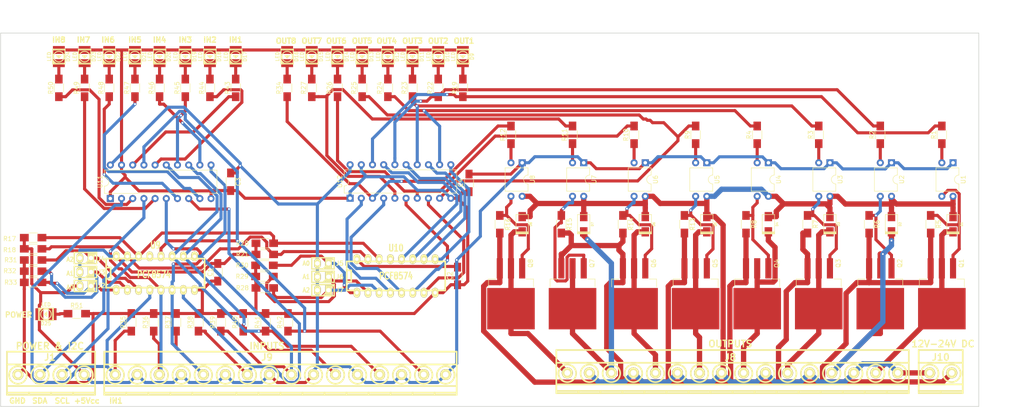
<source format=kicad_pcb>
(kicad_pcb (version 4) (host pcbnew 4.0.6)
  (title_block (title "Driver Vending 8 ptos") (date 2018-09-04) (rev V1.0))
  (layers (0 F.Cu signal) (31 B.Cu signal) (34 B.Paste user) (35 F.Paste user) (36 B.SilkS user) (37 F.SilkS user) (38 B.Mask user) (39 F.Mask user) (44 Edge.Cuts user))
  (net 0 "")
  (net 1 MOTOR_01-)
  (net 2 MOTOR_03-)
  (net 3 MOTOR_02-)
  (net 4 MOTOR_04-)
  (net 5 MOTOR_05-)
  (net 6 SIGNAL_03)
  (net 7 SIGNAL_01)
  (net 8 SIGNAL_02)
  (net 9 SIGNAL_04)
  (net 10 SIGNAL_05)
  (net 11 GND)
  (net 12 "Net-(Q1-Pad1)")
  (net 13 "Net-(Q2-Pad1)")
  (net 14 "Net-(Q3-Pad1)")
  (net 15 "Net-(Q4-Pad1)")
  (net 16 "Net-(Q5-Pad1)")
  (net 17 "Net-(R1-Pad1)")
  (net 18 "Net-(R2-Pad1)")
  (net 19 "Net-(R3-Pad1)")
  (net 20 Q1)
  (net 21 Q3)
  (net 22 Q2)
  (net 23 Q4)
  (net 24 Q5)
  (net 25 MOTOR_06-)
  (net 26 MOTOR_08-)
  (net 27 MOTOR_07-)
  (net 28 Q6)
  (net 29 Q7)
  (net 30 Q8)
  (net 31 S1)
  (net 32 S2)
  (net 33 S3)
  (net 34 S4)
  (net 35 S5)
  (net 36 S6)
  (net 37 S7)
  (net 38 S8)
  (net 39 +5Vcc)
  (net 40 SCL)
  (net 41 SDA)
  (net 42 IN08)
  (net 43 IN07)
  (net 44 IN06)
  (net 45 IN05)
  (net 46 IN04)
  (net 47 IN03)
  (net 48 IN02)
  (net 49 IN01)
  (net 50 GNDPWR)
  (net 51 "Net-(Q6-Pad1)")
  (net 52 "Net-(Q7-Pad1)")
  (net 53 "Net-(Q8-Pad1)")
  (net 54 "Net-(R4-Pad1)")
  (net 55 "Net-(R10-Pad1)")
  (net 56 "Net-(R11-Pad1)")
  (net 57 "Net-(R12-Pad1)")
  (net 58 SIGNAL_06)
  (net 59 SIGNAL_07)
  (net 60 SIGNAL_08)
  (net 61 "Net-(J2-Pad1)")
  (net 62 "Net-(J5-Pad1)")
  (net 63 "Net-(J6-Pad1)")
  (net 64 "Net-(J7-Pad1)")
  (net 65 "Net-(D25-Pad1)")
  (net 66 "Net-(J3-Pad1)")
  (net 67 "Net-(J4-Pad1)")
  (net 68 "Net-(R9-Pad1)")
  (net 69 +24V)
  (net 70 "Net-(D9-Pad2)")
  (net 71 "Net-(D10-Pad2)")
  (net 72 "Net-(D11-Pad2)")
  (net 73 "Net-(D12-Pad2)")
  (net 74 "Net-(D13-Pad2)")
  (net 75 "Net-(D14-Pad2)")
  (net 76 "Net-(D15-Pad2)")
  (net 77 "Net-(D16-Pad2)")
  (net 78 "Net-(D17-Pad2)")
  (net 79 "Net-(D18-Pad2)")
  (net 80 "Net-(D19-Pad2)")
  (net 81 "Net-(D20-Pad2)")
  (net 82 "Net-(D21-Pad2)")
  (net 83 "Net-(D22-Pad2)")
  (net 84 "Net-(D23-Pad2)")
  (net 85 "Net-(D24-Pad2)")
  (module w_smd_leds:Led_PLCC2_3528 (layer F.Cu) (at 125.476 53.594 270)
    (fp_text reference D11 (at 0 -2.10058 270) (layer F.SilkS) (effects (font (size 0.8001 0.8001) (thickness 0.14986))))
    (fp_text value LED (at 0 2.19964 270) (layer F.SilkS) (effects (font (size 0.8001 0.8001) (thickness 0.14986))))
    (pad 1 smd rect (at -1.4986 0 270) (size 1.79578 2.69748) (layers F.Cu F.Paste F.Mask) (net 11 GND))
    (pad 2 smd rect (at 1.4986 0 270) (size 1.79578 2.69748) (layers F.Cu F.Paste F.Mask) (net 72 "Net-(D11-Pad2)"))
  )
  (module w_smd_leds:Led_PLCC2_3528 (layer F.Cu) (at 131.318 53.594 270)
    (fp_text reference D10 (at 0 -2.10058 270) (layer F.SilkS) (effects (font (size 0.8001 0.8001) (thickness 0.14986))))
    (fp_text value LED (at 0 2.19964 270) (layer F.SilkS) (effects (font (size 0.8001 0.8001) (thickness 0.14986))))
    (pad 1 smd rect (at -1.4986 0 270) (size 1.79578 2.69748) (layers F.Cu F.Paste F.Mask) (net 11 GND))
    (pad 2 smd rect (at 1.4986 0 270) (size 1.79578 2.69748) (layers F.Cu F.Paste F.Mask) (net 71 "Net-(D10-Pad2)"))
  )
  (module w_smd_leds:Led_PLCC2_3528 (layer F.Cu) (at 119.888 53.594 270)
    (fp_text reference D12 (at 0 -2.10058 270) (layer F.SilkS) (effects (font (size 0.8001 0.8001) (thickness 0.14986))))
    (fp_text value LED (at 0 2.19964 270) (layer F.SilkS) (effects (font (size 0.8001 0.8001) (thickness 0.14986))))
    (pad 1 smd rect (at -1.4986 0 270) (size 1.79578 2.69748) (layers F.Cu F.Paste F.Mask) (net 11 GND))
    (pad 2 smd rect (at 1.4986 0 270) (size 1.79578 2.69748) (layers F.Cu F.Paste F.Mask) (net 73 "Net-(D12-Pad2)"))
  )
  (module w_smd_leds:Led_PLCC2_3528 (layer F.Cu) (at 114.046 53.594 270)
    (fp_text reference D13 (at 0 -2.10058 270) (layer F.SilkS) (effects (font (size 0.8001 0.8001) (thickness 0.14986))))
    (fp_text value LED (at 0 2.19964 270) (layer F.SilkS) (effects (font (size 0.8001 0.8001) (thickness 0.14986))))
    (pad 1 smd rect (at -1.4986 0 270) (size 1.79578 2.69748) (layers F.Cu F.Paste F.Mask) (net 11 GND))
    (pad 2 smd rect (at 1.4986 0 270) (size 1.79578 2.69748) (layers F.Cu F.Paste F.Mask) (net 74 "Net-(D13-Pad2)"))
  )
  (module Resistors_SMD:R_1206_HandSoldering (layer F.Cu) (at 91.8845 103.568 180)
    (fp_text reference R29 (at 5.08 0 180) (layer F.SilkS))
    (fp_text value 1K)
    (pad 1 smd rect (at -2 0 180) (size 2 1.7) (layers F.Cu F.Paste F.Mask) (net 63 "Net-(J6-Pad1)"))
    (pad 2 smd rect (at 2 0 180) (size 2 1.7) (layers F.Cu F.Paste F.Mask) (net 11 GND))
  )
  (module Resistors_SMD:R_1206_HandSoldering (layer F.Cu) (at 131.318 60.706 90)
    (fp_text reference R22 (at 0 -1.85 90) (layer F.SilkS))
    (fp_text value 330)
    (pad 1 smd rect (at -2 0 90) (size 2 1.7) (layers F.Cu F.Paste F.Mask) (net 22 Q2))
    (pad 2 smd rect (at 2 0 90) (size 2 1.7) (layers F.Cu F.Paste F.Mask) (net 71 "Net-(D10-Pad2)"))
  )
  (module Resistors_SMD:R_1206_HandSoldering (layer F.Cu) (at 91.948 106.172 180)
    (fp_text reference R28 (at 5.08 0 180) (layer F.SilkS))
    (fp_text value 1K)
    (pad 1 smd rect (at -2 0 180) (size 2 1.7) (layers F.Cu F.Paste F.Mask) (net 64 "Net-(J7-Pad1)"))
    (pad 2 smd rect (at 2 0 180) (size 2 1.7) (layers F.Cu F.Paste F.Mask) (net 11 GND))
  )
  (module Resistors_SMD:R_1206_HandSoldering (layer F.Cu) (at 91.8845 101.028 180)
    (fp_text reference R30 (at 5.08 0 180) (layer F.SilkS))
    (fp_text value 1K)
    (pad 1 smd rect (at -2 0 180) (size 2 1.7) (layers F.Cu F.Paste F.Mask) (net 62 "Net-(J5-Pad1)"))
    (pad 2 smd rect (at 2 0 180) (size 2 1.7) (layers F.Cu F.Paste F.Mask) (net 11 GND))
  )
  (module Resistors_SMD:R_1206_HandSoldering (layer F.Cu) (at 39.37 99.822 180)
    (fp_text reference R31 (at 5.08 0 180) (layer F.SilkS))
    (fp_text value 1K)
    (pad 1 smd rect (at -2 0 180) (size 2 1.7) (layers F.Cu F.Paste F.Mask) (net 67 "Net-(J4-Pad1)"))
    (pad 2 smd rect (at 2 0 180) (size 2 1.7) (layers F.Cu F.Paste F.Mask) (net 11 GND))
  )
  (module Housings_DIP:DIP-4_W7.62mm (layer F.Cu) (at 206.248 77.724 270)
    (fp_text reference U4 (at 3.81 -2.33 270) (layer F.SilkS))
    (fp_text value PC817)
    (pad 1 thru_hole rect (at 0 0 270) (size 1.6 1.6) (drill 0.8) (layers *.Cu *.Mask) (net 39 +5Vcc))
    (pad 3 thru_hole oval (at 7.62 2.54 270) (size 1.6 1.6) (drill 0.8) (layers *.Cu *.Mask) (net 15 "Net-(Q4-Pad1)"))
    (pad 2 thru_hole oval (at 0 2.54 270) (size 1.6 1.6) (drill 0.8) (layers *.Cu *.Mask) (net 54 "Net-(R4-Pad1)"))
    (pad 4 thru_hole oval (at 7.62 0 270) (size 1.6 1.6) (drill 0.8) (layers *.Cu *.Mask) (net 69 +24V))
  )
  (module Housings_DIP:DIP-4_W7.62mm (layer F.Cu) (at 234.188 77.724 270)
    (fp_text reference U2 (at 3.81 -2.33 270) (layer F.SilkS))
    (fp_text value PC817)
    (pad 1 thru_hole rect (at 0 0 270) (size 1.6 1.6) (drill 0.8) (layers *.Cu *.Mask) (net 39 +5Vcc))
    (pad 3 thru_hole oval (at 7.62 2.54 270) (size 1.6 1.6) (drill 0.8) (layers *.Cu *.Mask) (net 13 "Net-(Q2-Pad1)"))
    (pad 2 thru_hole oval (at 0 2.54 270) (size 1.6 1.6) (drill 0.8) (layers *.Cu *.Mask) (net 18 "Net-(R2-Pad1)"))
    (pad 4 thru_hole oval (at 7.62 0 270) (size 1.6 1.6) (drill 0.8) (layers *.Cu *.Mask) (net 69 +24V))
  )
  (module Housings_DIP:DIP-4_W7.62mm (layer F.Cu) (at 220.218 77.724 270)
    (fp_text reference U3 (at 3.81 -2.33 270) (layer F.SilkS))
    (fp_text value PC817)
    (pad 1 thru_hole rect (at 0 0 270) (size 1.6 1.6) (drill 0.8) (layers *.Cu *.Mask) (net 39 +5Vcc))
    (pad 3 thru_hole oval (at 7.62 2.54 270) (size 1.6 1.6) (drill 0.8) (layers *.Cu *.Mask) (net 14 "Net-(Q3-Pad1)"))
    (pad 2 thru_hole oval (at 0 2.54 270) (size 1.6 1.6) (drill 0.8) (layers *.Cu *.Mask) (net 19 "Net-(R3-Pad1)"))
    (pad 4 thru_hole oval (at 7.62 0 270) (size 1.6 1.6) (drill 0.8) (layers *.Cu *.Mask) (net 69 +24V))
  )
  (module Housings_DIP:DIP-4_W7.62mm (layer F.Cu) (at 248.158 77.724 270)
    (fp_text reference U1 (at 3.81 -2.33 270) (layer F.SilkS))
    (fp_text value PC817)
    (pad 1 thru_hole rect (at 0 0 270) (size 1.6 1.6) (drill 0.8) (layers *.Cu *.Mask) (net 39 +5Vcc))
    (pad 3 thru_hole oval (at 7.62 2.54 270) (size 1.6 1.6) (drill 0.8) (layers *.Cu *.Mask) (net 12 "Net-(Q1-Pad1)"))
    (pad 2 thru_hole oval (at 0 2.54 270) (size 1.6 1.6) (drill 0.8) (layers *.Cu *.Mask) (net 17 "Net-(R1-Pad1)"))
    (pad 4 thru_hole oval (at 7.62 0 270) (size 1.6 1.6) (drill 0.8) (layers *.Cu *.Mask) (net 69 +24V))
  )
  (module Housings_DIP:DIP-4_W7.62mm (layer F.Cu) (at 150.368 77.724 270)
    (fp_text reference U8 (at 3.81 -2.33 270) (layer F.SilkS))
    (fp_text value PC817)
    (pad 1 thru_hole rect (at 0 0 270) (size 1.6 1.6) (drill 0.8) (layers *.Cu *.Mask) (net 39 +5Vcc))
    (pad 3 thru_hole oval (at 7.62 2.54 270) (size 1.6 1.6) (drill 0.8) (layers *.Cu *.Mask) (net 53 "Net-(Q8-Pad1)"))
    (pad 2 thru_hole oval (at 0 2.54 270) (size 1.6 1.6) (drill 0.8) (layers *.Cu *.Mask) (net 57 "Net-(R12-Pad1)"))
    (pad 4 thru_hole oval (at 7.62 0 270) (size 1.6 1.6) (drill 0.8) (layers *.Cu *.Mask) (net 69 +24V))
  )
  (module Housings_DIP:DIP-20_W7.62mm (layer F.Cu) (at 111.315 85.788 90)
    (fp_text reference U12 (at 3.81 -2.33 90) (layer F.SilkS))
    (fp_text value 74LS244)
    (pad 1 thru_hole rect (at 0 0 90) (size 1.6 1.6) (drill 0.8) (layers *.Cu *.Mask) (net 11 GND))
    (pad 11 thru_hole oval (at 7.62 22.86 90) (size 1.6 1.6) (drill 0.8) (layers *.Cu *.Mask) (net 10 SIGNAL_05))
    (pad 2 thru_hole oval (at 0 2.54 90) (size 1.6 1.6) (drill 0.8) (layers *.Cu *.Mask) (net 7 SIGNAL_01))
    (pad 12 thru_hole oval (at 7.62 20.32 90) (size 1.6 1.6) (drill 0.8) (layers *.Cu *.Mask) (net 23 Q4))
    (pad 3 thru_hole oval (at 0 5.08 90) (size 1.6 1.6) (drill 0.8) (layers *.Cu *.Mask) (net 30 Q8))
    (pad 13 thru_hole oval (at 7.62 17.78 90) (size 1.6 1.6) (drill 0.8) (layers *.Cu *.Mask) (net 58 SIGNAL_06))
    (pad 4 thru_hole oval (at 0 7.62 90) (size 1.6 1.6) (drill 0.8) (layers *.Cu *.Mask) (net 8 SIGNAL_02))
    (pad 14 thru_hole oval (at 7.62 15.24 90) (size 1.6 1.6) (drill 0.8) (layers *.Cu *.Mask) (net 21 Q3))
    (pad 5 thru_hole oval (at 0 10.16 90) (size 1.6 1.6) (drill 0.8) (layers *.Cu *.Mask) (net 29 Q7))
    (pad 15 thru_hole oval (at 7.62 12.7 90) (size 1.6 1.6) (drill 0.8) (layers *.Cu *.Mask) (net 59 SIGNAL_07))
    (pad 6 thru_hole oval (at 0 12.7 90) (size 1.6 1.6) (drill 0.8) (layers *.Cu *.Mask) (net 6 SIGNAL_03))
    (pad 16 thru_hole oval (at 7.62 10.16 90) (size 1.6 1.6) (drill 0.8) (layers *.Cu *.Mask) (net 22 Q2))
    (pad 7 thru_hole oval (at 0 15.24 90) (size 1.6 1.6) (drill 0.8) (layers *.Cu *.Mask) (net 28 Q6))
    (pad 17 thru_hole oval (at 7.62 7.62 90) (size 1.6 1.6) (drill 0.8) (layers *.Cu *.Mask) (net 60 SIGNAL_08))
    (pad 8 thru_hole oval (at 0 17.78 90) (size 1.6 1.6) (drill 0.8) (layers *.Cu *.Mask) (net 9 SIGNAL_04))
    (pad 18 thru_hole oval (at 7.62 5.08 90) (size 1.6 1.6) (drill 0.8) (layers *.Cu *.Mask) (net 20 Q1))
    (pad 9 thru_hole oval (at 0 20.32 90) (size 1.6 1.6) (drill 0.8) (layers *.Cu *.Mask) (net 24 Q5))
    (pad 19 thru_hole oval (at 7.62 2.54 90) (size 1.6 1.6) (drill 0.8) (layers *.Cu *.Mask) (net 11 GND))
    (pad 10 thru_hole oval (at 0 22.86 90) (size 1.6 1.6) (drill 0.8) (layers *.Cu *.Mask) (net 11 GND))
    (pad 20 thru_hole oval (at 7.62 0 90) (size 1.6 1.6) (drill 0.8) (layers *.Cu *.Mask) (net 39 +5Vcc))
  )
  (module Resistors_SMD:R_1206_HandSoldering (layer F.Cu) (at 203.708 71.374 90)
    (fp_text reference R4 (at 0 -1.85 90) (layer F.SilkS))
    (fp_text value 470)
    (pad 1 smd rect (at -2 0 90) (size 2 1.7) (layers F.Cu F.Paste F.Mask) (net 54 "Net-(R4-Pad1)"))
    (pad 2 smd rect (at 2 0 90) (size 2 1.7) (layers F.Cu F.Paste F.Mask) (net 23 Q4))
  )
  (module Resistors_SMD:R_1206_HandSoldering (layer F.Cu) (at 231.648 71.374 90)
    (fp_text reference R2 (at 0 -1.85 90) (layer F.SilkS))
    (fp_text value 470)
    (pad 1 smd rect (at -2 0 90) (size 2 1.7) (layers F.Cu F.Paste F.Mask) (net 18 "Net-(R2-Pad1)"))
    (pad 2 smd rect (at 2 0 90) (size 2 1.7) (layers F.Cu F.Paste F.Mask) (net 22 Q2))
  )
  (module Resistors_SMD:R_1206_HandSoldering (layer F.Cu) (at 217.678 71.374 90)
    (fp_text reference R3 (at 0 -1.85 90) (layer F.SilkS))
    (fp_text value 470)
    (pad 1 smd rect (at -2 0 90) (size 2 1.7) (layers F.Cu F.Paste F.Mask) (net 19 "Net-(R3-Pad1)"))
    (pad 2 smd rect (at 2 0 90) (size 2 1.7) (layers F.Cu F.Paste F.Mask) (net 21 Q3))
  )
  (module Resistors_SMD:R_1206_HandSoldering (layer F.Cu) (at 201.168 91.694 270)
    (fp_text reference R8 (at 0 -1.85 270) (layer F.SilkS))
    (fp_text value 10K)
    (pad 1 smd rect (at -2 0 270) (size 2 1.7) (layers F.Cu F.Paste F.Mask) (net 15 "Net-(Q4-Pad1)"))
    (pad 2 smd rect (at 2 0 270) (size 2 1.7) (layers F.Cu F.Paste F.Mask) (net 50 GNDPWR))
  )
  (module Resistors_SMD:R_1206_HandSoldering (layer F.Cu) (at 229.108 91.694 270)
    (fp_text reference R6 (at 0 -1.85 270) (layer F.SilkS))
    (fp_text value 10K)
    (pad 1 smd rect (at -2 0 270) (size 2 1.7) (layers F.Cu F.Paste F.Mask) (net 13 "Net-(Q2-Pad1)"))
    (pad 2 smd rect (at 2 0 270) (size 2 1.7) (layers F.Cu F.Paste F.Mask) (net 50 GNDPWR))
  )
  (module Resistors_SMD:R_1206_HandSoldering (layer F.Cu) (at 215.138 91.694 270)
    (fp_text reference R7 (at 0 -1.85 270) (layer F.SilkS))
    (fp_text value 10K)
    (pad 1 smd rect (at -2 0 270) (size 2 1.7) (layers F.Cu F.Paste F.Mask) (net 14 "Net-(Q3-Pad1)"))
    (pad 2 smd rect (at 2 0 270) (size 2 1.7) (layers F.Cu F.Paste F.Mask) (net 50 GNDPWR))
  )
  (module Resistors_SMD:R_1206_HandSoldering (layer F.Cu) (at 245.618 71.374 90)
    (fp_text reference R1 (at 0 -1.85 90) (layer F.SilkS))
    (fp_text value 470)
    (pad 1 smd rect (at -2 0 90) (size 2 1.7) (layers F.Cu F.Paste F.Mask) (net 17 "Net-(R1-Pad1)"))
    (pad 2 smd rect (at 2 0 90) (size 2 1.7) (layers F.Cu F.Paste F.Mask) (net 20 Q1))
  )
  (module Resistors_SMD:R_1206_HandSoldering (layer F.Cu) (at 147.828 71.374 90)
    (fp_text reference R12 (at 0 -1.85 90) (layer F.SilkS))
    (fp_text value 470)
    (pad 1 smd rect (at -2 0 90) (size 2 1.7) (layers F.Cu F.Paste F.Mask) (net 57 "Net-(R12-Pad1)"))
    (pad 2 smd rect (at 2 0 90) (size 2 1.7) (layers F.Cu F.Paste F.Mask) (net 30 Q8))
  )
  (module Resistors_SMD:R_1206_HandSoldering (layer F.Cu) (at 243.078 91.694 270)
    (fp_text reference R5 (at 0 -1.85 270) (layer F.SilkS))
    (fp_text value 10K)
    (pad 1 smd rect (at -2 0 270) (size 2 1.7) (layers F.Cu F.Paste F.Mask) (net 12 "Net-(Q1-Pad1)"))
    (pad 2 smd rect (at 2 0 270) (size 2 1.7) (layers F.Cu F.Paste F.Mask) (net 50 GNDPWR))
  )
  (module Resistors_SMD:R_1206_HandSoldering (layer F.Cu) (at 145.288 91.694 270)
    (fp_text reference R16 (at 0 -1.85 270) (layer F.SilkS))
    (fp_text value 10K)
    (pad 1 smd rect (at -2 0 270) (size 2 1.7) (layers F.Cu F.Paste F.Mask) (net 53 "Net-(Q8-Pad1)"))
    (pad 2 smd rect (at 2 0 270) (size 2 1.7) (layers F.Cu F.Paste F.Mask) (net 50 GNDPWR))
  )
  (module w_smd_diode:do214ac (layer F.Cu) (at 206.248 91.694 270)
    (fp_text reference D4 (at 0 -1.9685 270) (layer F.SilkS) (effects (font (size 0.50038 0.50038) (thickness 0.11938))))
    (fp_text value D hide)
    (pad 2 smd rect (at 1.72974 0 270) (size 2.10058 1.69926) (layers F.Cu F.Paste F.Mask) (net 4 MOTOR_04-))
    (pad 1 smd rect (at -1.72974 0 270) (size 2.10058 1.69926) (layers F.Cu F.Paste F.Mask) (net 69 +24V))
  )
  (module w_smd_diode:do214ac (layer F.Cu) (at 234.188 91.694 270)
    (fp_text reference D2 (at 0 -1.9685 270) (layer F.SilkS) (effects (font (size 0.50038 0.50038) (thickness 0.11938))))
    (fp_text value D hide)
    (pad 2 smd rect (at 1.72974 0 270) (size 2.10058 1.69926) (layers F.Cu F.Paste F.Mask) (net 3 MOTOR_02-))
    (pad 1 smd rect (at -1.72974 0 270) (size 2.10058 1.69926) (layers F.Cu F.Paste F.Mask) (net 69 +24V))
  )
  (module w_smd_diode:do214ac (layer F.Cu) (at 220.218 91.694 270)
    (fp_text reference D3 (at 0 -1.9685 270) (layer F.SilkS) (effects (font (size 0.50038 0.50038) (thickness 0.11938))))
    (fp_text value D hide)
    (pad 2 smd rect (at 1.72974 0 270) (size 2.10058 1.69926) (layers F.Cu F.Paste F.Mask) (net 2 MOTOR_03-))
    (pad 1 smd rect (at -1.72974 0 270) (size 2.10058 1.69926) (layers F.Cu F.Paste F.Mask) (net 69 +24V))
  )
  (module w_smd_diode:do214ac (layer F.Cu) (at 248.158 91.694 270)
    (fp_text reference D1 (at 0 -1.9685 270) (layer F.SilkS) (effects (font (size 0.50038 0.50038) (thickness 0.11938))))
    (fp_text value D hide)
    (pad 2 smd rect (at 1.72974 0 270) (size 2.10058 1.69926) (layers F.Cu F.Paste F.Mask) (net 1 MOTOR_01-))
    (pad 1 smd rect (at -1.72974 0 270) (size 2.10058 1.69926) (layers F.Cu F.Paste F.Mask) (net 69 +24V))
  )
  (module w_smd_diode:do214ac (layer F.Cu) (at 150.368 91.694 270)
    (fp_text reference D8 (at 0 -1.9685 270) (layer F.SilkS) (effects (font (size 0.50038 0.50038) (thickness 0.11938))))
    (fp_text value D hide)
    (pad 2 smd rect (at 1.72974 0 270) (size 2.10058 1.69926) (layers F.Cu F.Paste F.Mask) (net 26 MOTOR_08-))
    (pad 1 smd rect (at -1.72974 0 270) (size 2.10058 1.69926) (layers F.Cu F.Paste F.Mask) (net 69 +24V))
  )
  (module TO_SOT_Packages_SMD:TO-263-3Lead (layer F.Cu) (at 203.708 106.299 270)
    (fp_text reference Q4 (at -5.715 -4.445 450) (layer F.SilkS))
    (fp_text value IRF540N)
    (pad 2 smd rect (at -4.58 0 270) (size 4.6 1.39) (layers F.Cu F.Paste F.Mask) (net 4 MOTOR_04-))
    (pad 2 smd rect (at 4.58 0 270) (size 9.4 10.8) (layers F.Cu F.Paste F.Mask) (net 4 MOTOR_04-))
    (pad 3 smd rect (at -4.58 2.54 270) (size 4.6 1.39) (layers F.Cu F.Paste F.Mask) (net 50 GNDPWR))
    (pad 1 smd rect (at -4.58 -2.54 270) (size 4.6 1.39) (layers F.Cu F.Paste F.Mask) (net 15 "Net-(Q4-Pad1)"))
  )
  (module TO_SOT_Packages_SMD:TO-263-3Lead (layer F.Cu) (at 231.648 106.299 270)
    (fp_text reference Q2 (at -5.715 -4.445 450) (layer F.SilkS))
    (fp_text value IRF540N)
    (pad 2 smd rect (at -4.58 0 270) (size 4.6 1.39) (layers F.Cu F.Paste F.Mask) (net 3 MOTOR_02-))
    (pad 2 smd rect (at 4.58 0 270) (size 9.4 10.8) (layers F.Cu F.Paste F.Mask) (net 3 MOTOR_02-))
    (pad 3 smd rect (at -4.58 2.54 270) (size 4.6 1.39) (layers F.Cu F.Paste F.Mask) (net 50 GNDPWR))
    (pad 1 smd rect (at -4.58 -2.54 270) (size 4.6 1.39) (layers F.Cu F.Paste F.Mask) (net 13 "Net-(Q2-Pad1)"))
  )
  (module TO_SOT_Packages_SMD:TO-263-3Lead (layer F.Cu) (at 217.678 106.299 270)
    (fp_text reference Q3 (at -5.715 -4.445 450) (layer F.SilkS))
    (fp_text value IRF540N)
    (pad 2 smd rect (at -4.58 0 270) (size 4.6 1.39) (layers F.Cu F.Paste F.Mask) (net 2 MOTOR_03-))
    (pad 2 smd rect (at 4.58 0 270) (size 9.4 10.8) (layers F.Cu F.Paste F.Mask) (net 2 MOTOR_03-))
    (pad 3 smd rect (at -4.58 2.54 270) (size 4.6 1.39) (layers F.Cu F.Paste F.Mask) (net 50 GNDPWR))
    (pad 1 smd rect (at -4.58 -2.54 270) (size 4.6 1.39) (layers F.Cu F.Paste F.Mask) (net 14 "Net-(Q3-Pad1)"))
  )
  (module TO_SOT_Packages_SMD:TO-263-3Lead (layer F.Cu) (at 245.618 106.299 270)
    (fp_text reference Q1 (at -5.715 -4.445 450) (layer F.SilkS))
    (fp_text value IRF540N)
    (pad 2 smd rect (at -4.58 0 270) (size 4.6 1.39) (layers F.Cu F.Paste F.Mask) (net 1 MOTOR_01-))
    (pad 2 smd rect (at 4.58 0 270) (size 9.4 10.8) (layers F.Cu F.Paste F.Mask) (net 1 MOTOR_01-))
    (pad 3 smd rect (at -4.58 2.54 270) (size 4.6 1.39) (layers F.Cu F.Paste F.Mask) (net 50 GNDPWR))
    (pad 1 smd rect (at -4.58 -2.54 270) (size 4.6 1.39) (layers F.Cu F.Paste F.Mask) (net 12 "Net-(Q1-Pad1)"))
  )
  (module TO_SOT_Packages_SMD:TO-263-3Lead (layer F.Cu) (at 147.828 106.299 270)
    (fp_text reference Q8 (at -5.715 -4.445 450) (layer F.SilkS))
    (fp_text value IRF540N)
    (pad 2 smd rect (at -4.58 0 270) (size 4.6 1.39) (layers F.Cu F.Paste F.Mask) (net 26 MOTOR_08-))
    (pad 2 smd rect (at 4.58 0 270) (size 9.4 10.8) (layers F.Cu F.Paste F.Mask) (net 26 MOTOR_08-))
    (pad 3 smd rect (at -4.58 2.54 270) (size 4.6 1.39) (layers F.Cu F.Paste F.Mask) (net 50 GNDPWR))
    (pad 1 smd rect (at -4.58 -2.54 270) (size 4.6 1.39) (layers F.Cu F.Paste F.Mask) (net 53 "Net-(Q8-Pad1)"))
  )
  (module w_smd_diode:do214ac (layer F.Cu) (at 178.308 91.694 270)
    (fp_text reference D6 (at 0 -1.9685 270) (layer F.SilkS) (effects (font (size 0.50038 0.50038) (thickness 0.11938))))
    (fp_text value D hide)
    (pad 2 smd rect (at 1.72974 0 270) (size 2.10058 1.69926) (layers F.Cu F.Paste F.Mask) (net 25 MOTOR_06-))
    (pad 1 smd rect (at -1.72974 0 270) (size 2.10058 1.69926) (layers F.Cu F.Paste F.Mask) (net 69 +24V))
  )
  (module w_smd_diode:do214ac (layer F.Cu) (at 164.338 91.694 270)
    (fp_text reference D7 (at 0 -1.9685 270) (layer F.SilkS) (effects (font (size 0.50038 0.50038) (thickness 0.11938))))
    (fp_text value D hide)
    (pad 2 smd rect (at 1.72974 0 270) (size 2.10058 1.69926) (layers F.Cu F.Paste F.Mask) (net 27 MOTOR_07-))
    (pad 1 smd rect (at -1.72974 0 270) (size 2.10058 1.69926) (layers F.Cu F.Paste F.Mask) (net 69 +24V))
  )
  (module w_smd_leds:Led_PLCC2_3528 (layer F.Cu) (at 108.458 53.594 270)
    (fp_text reference D14 (at 0 -2.10058 270) (layer F.SilkS) (effects (font (size 0.8001 0.8001) (thickness 0.14986))))
    (fp_text value LED (at 0 2.19964 270) (layer F.SilkS) (effects (font (size 0.8001 0.8001) (thickness 0.14986))))
    (pad 1 smd rect (at -1.4986 0 270) (size 1.79578 2.69748) (layers F.Cu F.Paste F.Mask) (net 11 GND))
    (pad 2 smd rect (at 1.4986 0 270) (size 1.79578 2.69748) (layers F.Cu F.Paste F.Mask) (net 75 "Net-(D14-Pad2)"))
  )
  (module w_smd_leds:Led_PLCC2_3528 (layer F.Cu) (at 102.616 53.594 270)
    (fp_text reference D15 (at 0 -2.10058 270) (layer F.SilkS) (effects (font (size 0.8001 0.8001) (thickness 0.14986))))
    (fp_text value LED (at 0 2.19964 270) (layer F.SilkS) (effects (font (size 0.8001 0.8001) (thickness 0.14986))))
    (pad 1 smd rect (at -1.4986 0 270) (size 1.79578 2.69748) (layers F.Cu F.Paste F.Mask) (net 11 GND))
    (pad 2 smd rect (at 1.4986 0 270) (size 1.79578 2.69748) (layers F.Cu F.Paste F.Mask) (net 76 "Net-(D15-Pad2)"))
  )
  (module w_smd_leds:Led_PLCC2_3528 (layer F.Cu) (at 97.028 53.594 270)
    (fp_text reference D16 (at 0 -2.10058 270) (layer F.SilkS) (effects (font (size 0.8001 0.8001) (thickness 0.14986))))
    (fp_text value LED (at 0 2.19964 270) (layer F.SilkS) (effects (font (size 0.8001 0.8001) (thickness 0.14986))))
    (pad 1 smd rect (at -1.4986 0 270) (size 1.79578 2.69748) (layers F.Cu F.Paste F.Mask) (net 11 GND))
    (pad 2 smd rect (at 1.4986 0 270) (size 1.79578 2.69748) (layers F.Cu F.Paste F.Mask) (net 77 "Net-(D16-Pad2)"))
  )
  (module w_smd_leds:Led_PLCC2_3528 (layer F.Cu) (at 85.344 53.594 270)
    (fp_text reference D17 (at 0 -2.10058 270) (layer F.SilkS) (effects (font (size 0.8001 0.8001) (thickness 0.14986))))
    (fp_text value LED (at 0 2.19964 270) (layer F.SilkS) (effects (font (size 0.8001 0.8001) (thickness 0.14986))))
    (pad 1 smd rect (at -1.4986 0 270) (size 1.79578 2.69748) (layers F.Cu F.Paste F.Mask) (net 11 GND))
    (pad 2 smd rect (at 1.4986 0 270) (size 1.79578 2.69748) (layers F.Cu F.Paste F.Mask) (net 78 "Net-(D17-Pad2)"))
  )
  (module w_smd_leds:Led_PLCC2_3528 (layer F.Cu) (at 79.502 53.594 270)
    (fp_text reference D18 (at 0 -2.10058 270) (layer F.SilkS) (effects (font (size 0.8001 0.8001) (thickness 0.14986))))
    (fp_text value LED (at 0 2.19964 270) (layer F.SilkS) (effects (font (size 0.8001 0.8001) (thickness 0.14986))))
    (pad 1 smd rect (at -1.4986 0 270) (size 1.79578 2.69748) (layers F.Cu F.Paste F.Mask) (net 11 GND))
    (pad 2 smd rect (at 1.4986 0 270) (size 1.79578 2.69748) (layers F.Cu F.Paste F.Mask) (net 79 "Net-(D18-Pad2)"))
  )
  (module w_smd_leds:Led_PLCC2_3528 (layer F.Cu) (at 73.914 53.594 270)
    (fp_text reference D19 (at 0 -2.10058 270) (layer F.SilkS) (effects (font (size 0.8001 0.8001) (thickness 0.14986))))
    (fp_text value LED (at 0 2.19964 270) (layer F.SilkS) (effects (font (size 0.8001 0.8001) (thickness 0.14986))))
    (pad 1 smd rect (at -1.4986 0 270) (size 1.79578 2.69748) (layers F.Cu F.Paste F.Mask) (net 11 GND))
    (pad 2 smd rect (at 1.4986 0 270) (size 1.79578 2.69748) (layers F.Cu F.Paste F.Mask) (net 80 "Net-(D19-Pad2)"))
  )
  (module w_smd_leds:Led_PLCC2_3528 (layer F.Cu) (at 68.072 53.594 270)
    (fp_text reference D20 (at 0 -2.10058 270) (layer F.SilkS) (effects (font (size 0.8001 0.8001) (thickness 0.14986))))
    (fp_text value LED (at 0 2.19964 270) (layer F.SilkS) (effects (font (size 0.8001 0.8001) (thickness 0.14986))))
    (pad 1 smd rect (at -1.4986 0 270) (size 1.79578 2.69748) (layers F.Cu F.Paste F.Mask) (net 11 GND))
    (pad 2 smd rect (at 1.4986 0 270) (size 1.79578 2.69748) (layers F.Cu F.Paste F.Mask) (net 81 "Net-(D20-Pad2)"))
  )
  (module w_smd_leds:Led_PLCC2_3528 (layer F.Cu) (at 62.484 53.594 270)
    (fp_text reference D21 (at 0 -2.10058 270) (layer F.SilkS) (effects (font (size 0.8001 0.8001) (thickness 0.14986))))
    (fp_text value LED (at 0 2.19964 270) (layer F.SilkS) (effects (font (size 0.8001 0.8001) (thickness 0.14986))))
    (pad 1 smd rect (at -1.4986 0 270) (size 1.79578 2.69748) (layers F.Cu F.Paste F.Mask) (net 11 GND))
    (pad 2 smd rect (at 1.4986 0 270) (size 1.79578 2.69748) (layers F.Cu F.Paste F.Mask) (net 82 "Net-(D21-Pad2)"))
  )
  (module w_smd_leds:Led_PLCC2_3528 (layer F.Cu) (at 56.642 53.594 270)
    (fp_text reference D22 (at 0 -2.10058 270) (layer F.SilkS) (effects (font (size 0.8001 0.8001) (thickness 0.14986))))
    (fp_text value LED (at 0 2.19964 270) (layer F.SilkS) (effects (font (size 0.8001 0.8001) (thickness 0.14986))))
    (pad 1 smd rect (at -1.4986 0 270) (size 1.79578 2.69748) (layers F.Cu F.Paste F.Mask) (net 11 GND))
    (pad 2 smd rect (at 1.4986 0 270) (size 1.79578 2.69748) (layers F.Cu F.Paste F.Mask) (net 83 "Net-(D22-Pad2)"))
  )
  (module w_smd_leds:Led_PLCC2_3528 (layer F.Cu) (at 51.054 53.594 270)
    (fp_text reference D23 (at 0 -2.10058 270) (layer F.SilkS) (effects (font (size 0.8001 0.8001) (thickness 0.14986))))
    (fp_text value LED (at 0 2.19964 270) (layer F.SilkS) (effects (font (size 0.8001 0.8001) (thickness 0.14986))))
    (pad 1 smd rect (at -1.4986 0 270) (size 1.79578 2.69748) (layers F.Cu F.Paste F.Mask) (net 11 GND))
    (pad 2 smd rect (at 1.4986 0 270) (size 1.79578 2.69748) (layers F.Cu F.Paste F.Mask) (net 84 "Net-(D23-Pad2)"))
  )
  (module w_smd_leds:Led_PLCC2_3528 (layer F.Cu) (at 45.212 53.594 270)
    (fp_text reference D24 (at 0 -2.10058 270) (layer F.SilkS) (effects (font (size 0.8001 0.8001) (thickness 0.14986))))
    (fp_text value LED (at 0 2.19964 270) (layer F.SilkS) (effects (font (size 0.8001 0.8001) (thickness 0.14986))))
    (pad 1 smd rect (at -1.4986 0 270) (size 1.79578 2.69748) (layers F.Cu F.Paste F.Mask) (net 11 GND))
    (pad 2 smd rect (at 1.4986 0 270) (size 1.79578 2.69748) (layers F.Cu F.Paste F.Mask) (net 85 "Net-(D24-Pad2)"))
  )
  (module w_conn_mkds:mkds_1,5-4 (layer F.Cu) (at 43.434 125.857)
    (fp_text reference J1 (at -0.254 -3.937) (layer F.SilkS) (effects (font (size 1.5 1.5) (thickness 0.3))))
    (fp_text value "POWER & I2C" (at -0.254 -6.477) (layer F.SilkS) (effects (font (size 1.5 1.5) (thickness 0.3))))
    (pad 4 thru_hole circle (at 7.5 0) (size 2.5 2.5) (drill 1.3) (layers *.Cu *.Mask F.SilkS) (net 39 +5Vcc))
    (pad 3 thru_hole circle (at 2.5 0) (size 2.5 2.5) (drill 1.3) (layers *.Cu *.Mask F.SilkS) (net 40 SCL))
    (pad 1 thru_hole circle (at -7.5 0) (size 2.5 2.5) (drill 1.3) (layers *.Cu *.Mask F.SilkS) (net 11 GND))
    (pad 2 thru_hole circle (at -2.5 0) (size 2.5 2.5) (drill 1.3) (layers *.Cu *.Mask F.SilkS) (net 41 SDA))
  )
  (module w_pin_strip:pin_strip_2 (layer F.Cu) (at 51.2445 105.728 180)
    (fp_text reference J2 (at -3.6195 0.064 180) (layer F.SilkS) (effects (font (size 1.016 1.016) (thickness 0.2032))))
    (fp_text value A0 (at 3.4925 -0.317 180) (layer F.SilkS) (effects (font (size 1.016 0.889) (thickness 0.2032))))
    (pad 1 thru_hole rect (at -1.27 0 180) (size 1.524 2.19964) (drill 1.00076) (layers *.Cu *.Mask F.SilkS) (net 61 "Net-(J2-Pad1)"))
    (pad 2 thru_hole oval (at 1.27 0 180) (size 1.524 2.19964) (drill 1.00076) (layers *.Cu *.Mask F.SilkS) (net 39 +5Vcc))
  )
  (module w_pin_strip:pin_strip_2 (layer F.Cu) (at 105.156 100.584 180)
    (fp_text reference J5 (at -3.81 0 180) (layer F.SilkS) (effects (font (size 1.016 1.016) (thickness 0.2032))))
    (fp_text value A0 (at 3.81 0 180) (layer F.SilkS) (effects (font (size 1.016 0.889) (thickness 0.2032))))
    (pad 1 thru_hole rect (at -1.27 0 180) (size 1.524 2.19964) (drill 1.00076) (layers *.Cu *.Mask F.SilkS) (net 62 "Net-(J5-Pad1)"))
    (pad 2 thru_hole oval (at 1.27 0 180) (size 1.524 2.19964) (drill 1.00076) (layers *.Cu *.Mask F.SilkS) (net 39 +5Vcc))
  )
  (module w_pin_strip:pin_strip_2 (layer F.Cu) (at 105.156 103.632 180)
    (fp_text reference J6 (at -3.81 0 180) (layer F.SilkS) (effects (font (size 1.016 1.016) (thickness 0.2032))))
    (fp_text value A1 (at 3.81 0 180) (layer F.SilkS) (effects (font (size 1.016 0.889) (thickness 0.2032))))
    (pad 1 thru_hole rect (at -1.27 0 180) (size 1.524 2.19964) (drill 1.00076) (layers *.Cu *.Mask F.SilkS) (net 63 "Net-(J6-Pad1)"))
    (pad 2 thru_hole oval (at 1.27 0 180) (size 1.524 2.19964) (drill 1.00076) (layers *.Cu *.Mask F.SilkS) (net 39 +5Vcc))
  )
  (module w_pin_strip:pin_strip_2 (layer F.Cu) (at 105.156 106.68 180)
    (fp_text reference J7 (at -3.81 0 180) (layer F.SilkS) (effects (font (size 1.016 1.016) (thickness 0.2032))))
    (fp_text value A2 (at 3.81 0 180) (layer F.SilkS) (effects (font (size 1.016 0.889) (thickness 0.2032))))
    (pad 1 thru_hole rect (at -1.27 0 180) (size 1.524 2.19964) (drill 1.00076) (layers *.Cu *.Mask F.SilkS) (net 64 "Net-(J7-Pad1)"))
    (pad 2 thru_hole oval (at 1.27 0 180) (size 1.524 2.19964) (drill 1.00076) (layers *.Cu *.Mask F.SilkS) (net 39 +5Vcc))
  )
  (module w_conn_mkds:mkds_1,5-2 (layer F.Cu) (at 245.364 125.476)
    (fp_text reference J10 (at 0 -3.556) (layer F.SilkS) (effects (font (size 1.5 1.5) (thickness 0.3))))
    (fp_text value "12V-24V DC" (at 0.508 -6.604) (layer F.SilkS) (effects (font (size 1.5 1.5) (thickness 0.3))))
    (pad 1 thru_hole circle (at -2.5 0) (size 2.5 2.5) (drill 1.3) (layers *.Cu *.Mask F.SilkS) (net 69 +24V))
    (pad 2 thru_hole circle (at 2.5 0) (size 2.5 2.5) (drill 1.3) (layers *.Cu *.Mask F.SilkS) (net 50 GNDPWR))
  )
  (module TO_SOT_Packages_SMD:TO-263-3Lead (layer F.Cu) (at 189.738 106.299 270)
    (fp_text reference Q5 (at -5.715 -4.445 450) (layer F.SilkS))
    (fp_text value IRF540N)
    (pad 2 smd rect (at -4.58 0 270) (size 4.6 1.39) (layers F.Cu F.Paste F.Mask) (net 5 MOTOR_05-))
    (pad 2 smd rect (at 4.58 0 270) (size 9.4 10.8) (layers F.Cu F.Paste F.Mask) (net 5 MOTOR_05-))
    (pad 3 smd rect (at -4.58 2.54 270) (size 4.6 1.39) (layers F.Cu F.Paste F.Mask) (net 50 GNDPWR))
    (pad 1 smd rect (at -4.58 -2.54 270) (size 4.6 1.39) (layers F.Cu F.Paste F.Mask) (net 16 "Net-(Q5-Pad1)"))
  )
  (module TO_SOT_Packages_SMD:TO-263-3Lead (layer F.Cu) (at 175.768 106.299 270)
    (fp_text reference Q6 (at -5.715 -4.445 450) (layer F.SilkS))
    (fp_text value IRF540N)
    (pad 2 smd rect (at -4.58 0 270) (size 4.6 1.39) (layers F.Cu F.Paste F.Mask) (net 25 MOTOR_06-))
    (pad 2 smd rect (at 4.58 0 270) (size 9.4 10.8) (layers F.Cu F.Paste F.Mask) (net 25 MOTOR_06-))
    (pad 3 smd rect (at -4.58 2.54 270) (size 4.6 1.39) (layers F.Cu F.Paste F.Mask) (net 50 GNDPWR))
    (pad 1 smd rect (at -4.58 -2.54 270) (size 4.6 1.39) (layers F.Cu F.Paste F.Mask) (net 51 "Net-(Q6-Pad1)"))
  )
  (module TO_SOT_Packages_SMD:TO-263-3Lead (layer F.Cu) (at 161.798 106.299 270)
    (fp_text reference Q7 (at -5.715 -4.445 450) (layer F.SilkS))
    (fp_text value IRF540N)
    (pad 2 smd rect (at -4.58 0 270) (size 4.6 1.39) (layers F.Cu F.Paste F.Mask) (net 27 MOTOR_07-))
    (pad 2 smd rect (at 4.58 0 270) (size 9.4 10.8) (layers F.Cu F.Paste F.Mask) (net 27 MOTOR_07-))
    (pad 3 smd rect (at -4.58 2.54 270) (size 4.6 1.39) (layers F.Cu F.Paste F.Mask) (net 50 GNDPWR))
    (pad 1 smd rect (at -4.58 -2.54 270) (size 4.6 1.39) (layers F.Cu F.Paste F.Mask) (net 52 "Net-(Q7-Pad1)"))
  )
  (module Resistors_SMD:R_1206_HandSoldering (layer F.Cu) (at 189.738 71.374 90)
    (fp_text reference R9 (at 0 -1.85 90) (layer F.SilkS))
    (fp_text value 470)
    (pad 1 smd rect (at -2 0 90) (size 2 1.7) (layers F.Cu F.Paste F.Mask) (net 68 "Net-(R9-Pad1)"))
    (pad 2 smd rect (at 2 0 90) (size 2 1.7) (layers F.Cu F.Paste F.Mask) (net 24 Q5))
  )
  (module Resistors_SMD:R_1206_HandSoldering (layer F.Cu) (at 175.768 71.374 90)
    (fp_text reference R10 (at 0 -1.85 90) (layer F.SilkS))
    (fp_text value 470)
    (pad 1 smd rect (at -2 0 90) (size 2 1.7) (layers F.Cu F.Paste F.Mask) (net 55 "Net-(R10-Pad1)"))
    (pad 2 smd rect (at 2 0 90) (size 2 1.7) (layers F.Cu F.Paste F.Mask) (net 28 Q6))
  )
  (module Resistors_SMD:R_1206_HandSoldering (layer F.Cu) (at 161.798 71.374 90)
    (fp_text reference R11 (at 0 -1.85 90) (layer F.SilkS))
    (fp_text value 470)
    (pad 1 smd rect (at -2 0 90) (size 2 1.7) (layers F.Cu F.Paste F.Mask) (net 56 "Net-(R11-Pad1)"))
    (pad 2 smd rect (at 2 0 90) (size 2 1.7) (layers F.Cu F.Paste F.Mask) (net 29 Q7))
  )
  (module Resistors_SMD:R_1206_HandSoldering (layer F.Cu) (at 187.198 91.694 270)
    (fp_text reference R13 (at 0 -1.85 270) (layer F.SilkS))
    (fp_text value 10K)
    (pad 1 smd rect (at -2 0 270) (size 2 1.7) (layers F.Cu F.Paste F.Mask) (net 16 "Net-(Q5-Pad1)"))
    (pad 2 smd rect (at 2 0 270) (size 2 1.7) (layers F.Cu F.Paste F.Mask) (net 50 GNDPWR))
  )
  (module Resistors_SMD:R_1206_HandSoldering (layer F.Cu) (at 173.228 91.694 270)
    (fp_text reference R14 (at 0 -1.85 270) (layer F.SilkS))
    (fp_text value 10K)
    (pad 1 smd rect (at -2 0 270) (size 2 1.7) (layers F.Cu F.Paste F.Mask) (net 51 "Net-(Q6-Pad1)"))
    (pad 2 smd rect (at 2 0 270) (size 2 1.7) (layers F.Cu F.Paste F.Mask) (net 50 GNDPWR))
  )
  (module Resistors_SMD:R_1206_HandSoldering (layer F.Cu) (at 159.258 91.694 270)
    (fp_text reference R15 (at 0 -1.85 270) (layer F.SilkS))
    (fp_text value 10K)
    (pad 1 smd rect (at -2 0 270) (size 2 1.7) (layers F.Cu F.Paste F.Mask) (net 52 "Net-(Q7-Pad1)"))
    (pad 2 smd rect (at 2 0 270) (size 2 1.7) (layers F.Cu F.Paste F.Mask) (net 50 GNDPWR))
  )
  (module Resistors_SMD:R_1206_HandSoldering (layer F.Cu) (at 39.37 94.742)
    (fp_text reference R17 (at -5.334 0.254) (layer F.SilkS))
    (fp_text value 10K)
    (pad 1 smd rect (at -2 0) (size 2 1.7) (layers F.Cu F.Paste F.Mask) (net 39 +5Vcc))
    (pad 2 smd rect (at 2 0) (size 2 1.7) (layers F.Cu F.Paste F.Mask) (net 40 SCL))
  )
  (module Resistors_SMD:R_1206_HandSoldering (layer F.Cu) (at 39.37 97.282)
    (fp_text reference R18 (at -5.334 0.254) (layer F.SilkS))
    (fp_text value 10K)
    (pad 1 smd rect (at -2 0) (size 2 1.7) (layers F.Cu F.Paste F.Mask) (net 39 +5Vcc))
    (pad 2 smd rect (at 2 0) (size 2 1.7) (layers F.Cu F.Paste F.Mask) (net 41 SDA))
  )
  (module Resistors_SMD:R_1206_HandSoldering (layer F.Cu) (at 136.906 60.706 90)
    (fp_text reference R19 (at 0 -1.85 90) (layer F.SilkS))
    (fp_text value 330)
    (pad 1 smd rect (at -2 0 90) (size 2 1.7) (layers F.Cu F.Paste F.Mask) (net 20 Q1))
    (pad 2 smd rect (at 2 0 90) (size 2 1.7) (layers F.Cu F.Paste F.Mask) (net 70 "Net-(D9-Pad2)"))
  )
  (module Resistors_SMD:R_1206_HandSoldering (layer F.Cu) (at 91.948 96.012)
    (fp_text reference R20 (at -5.08 0) (layer F.SilkS))
    (fp_text value 10K)
    (pad 1 smd rect (at -2 0) (size 2 1.7) (layers F.Cu F.Paste F.Mask) (net 39 +5Vcc))
    (pad 2 smd rect (at 2 0) (size 2 1.7) (layers F.Cu F.Paste F.Mask) (net 40 SCL))
  )
  (module Resistors_SMD:R_1206_HandSoldering (layer F.Cu) (at 91.948 98.552)
    (fp_text reference R21 (at -5.08 0) (layer F.SilkS))
    (fp_text value 10K)
    (pad 1 smd rect (at -2 0) (size 2 1.7) (layers F.Cu F.Paste F.Mask) (net 39 +5Vcc))
    (pad 2 smd rect (at 2 0) (size 2 1.7) (layers F.Cu F.Paste F.Mask) (net 41 SDA))
  )
  (module Resistors_SMD:R_1206_HandSoldering (layer F.Cu) (at 125.476 60.706 90)
    (fp_text reference R23 (at 0 -1.85 90) (layer F.SilkS))
    (fp_text value 330)
    (pad 1 smd rect (at -2 0 90) (size 2 1.7) (layers F.Cu F.Paste F.Mask) (net 21 Q3))
    (pad 2 smd rect (at 2 0 90) (size 2 1.7) (layers F.Cu F.Paste F.Mask) (net 72 "Net-(D11-Pad2)"))
  )
  (module Resistors_SMD:R_1206_HandSoldering (layer F.Cu) (at 119.888 60.706 90)
    (fp_text reference R24 (at 0 -1.85 90) (layer F.SilkS))
    (fp_text value 330)
    (pad 1 smd rect (at -2 0 90) (size 2 1.7) (layers F.Cu F.Paste F.Mask) (net 23 Q4))
    (pad 2 smd rect (at 2 0 90) (size 2 1.7) (layers F.Cu F.Paste F.Mask) (net 73 "Net-(D12-Pad2)"))
  )
  (module Resistors_SMD:R_1206_HandSoldering (layer F.Cu) (at 114.046 60.706 90)
    (fp_text reference R25 (at 0 -1.85 90) (layer F.SilkS))
    (fp_text value 330)
    (pad 1 smd rect (at -2 0 90) (size 2 1.7) (layers F.Cu F.Paste F.Mask) (net 24 Q5))
    (pad 2 smd rect (at 2 0 90) (size 2 1.7) (layers F.Cu F.Paste F.Mask) (net 74 "Net-(D13-Pad2)"))
  )
  (module Resistors_SMD:R_1206_HandSoldering (layer F.Cu) (at 108.458 60.706 90)
    (fp_text reference R26 (at 0 -1.85 90) (layer F.SilkS))
    (fp_text value 330)
    (pad 1 smd rect (at -2 0 90) (size 2 1.7) (layers F.Cu F.Paste F.Mask) (net 28 Q6))
    (pad 2 smd rect (at 2 0 90) (size 2 1.7) (layers F.Cu F.Paste F.Mask) (net 75 "Net-(D14-Pad2)"))
  )
  (module Resistors_SMD:R_1206_HandSoldering (layer F.Cu) (at 102.616 60.706 90)
    (fp_text reference R27 (at 0 -1.85 90) (layer F.SilkS))
    (fp_text value 330)
    (pad 1 smd rect (at -2 0 90) (size 2 1.7) (layers F.Cu F.Paste F.Mask) (net 29 Q7))
    (pad 2 smd rect (at 2 0 90) (size 2 1.7) (layers F.Cu F.Paste F.Mask) (net 76 "Net-(D15-Pad2)"))
  )
  (module Resistors_SMD:R_1206_HandSoldering (layer F.Cu) (at 39.37 102.362 180)
    (fp_text reference R32 (at 5.27 0.0635 180) (layer F.SilkS))
    (fp_text value 1K)
    (pad 1 smd rect (at -2 0 180) (size 2 1.7) (layers F.Cu F.Paste F.Mask) (net 66 "Net-(J3-Pad1)"))
    (pad 2 smd rect (at 2 0 180) (size 2 1.7) (layers F.Cu F.Paste F.Mask) (net 11 GND))
  )
  (module Resistors_SMD:R_1206_HandSoldering (layer F.Cu) (at 39.37 104.902 180)
    (fp_text reference R33 (at 5.08 0 180) (layer F.SilkS))
    (fp_text value 1K)
    (pad 1 smd rect (at -2 0 180) (size 2 1.7) (layers F.Cu F.Paste F.Mask) (net 61 "Net-(J2-Pad1)"))
    (pad 2 smd rect (at 2 0 180) (size 2 1.7) (layers F.Cu F.Paste F.Mask) (net 11 GND))
  )
  (module Resistors_SMD:R_1206_HandSoldering (layer F.Cu) (at 97.028 60.706 90)
    (fp_text reference R34 (at 0 -1.85 90) (layer F.SilkS))
    (fp_text value 330)
    (pad 1 smd rect (at -2 0 90) (size 2 1.7) (layers F.Cu F.Paste F.Mask) (net 30 Q8))
    (pad 2 smd rect (at 2 0 90) (size 2 1.7) (layers F.Cu F.Paste F.Mask) (net 77 "Net-(D16-Pad2)"))
  )
  (module Resistors_SMD:R_1206_HandSoldering (layer F.Cu) (at 61.6585 113.982 90)
    (fp_text reference R35 (at 0 -1.85 90) (layer F.SilkS))
    (fp_text value 1K)
    (pad 1 smd rect (at -2 0 90) (size 2 1.7) (layers F.Cu F.Paste F.Mask) (net 49 IN01))
    (pad 2 smd rect (at 2 0 90) (size 2 1.7) (layers F.Cu F.Paste F.Mask) (net 11 GND))
  )
  (module Resistors_SMD:R_1206_HandSoldering (layer F.Cu) (at 66.7385 113.982 90)
    (fp_text reference R36 (at 0 -1.85 90) (layer F.SilkS))
    (fp_text value 1K)
    (pad 1 smd rect (at -2 0 90) (size 2 1.7) (layers F.Cu F.Paste F.Mask) (net 48 IN02))
    (pad 2 smd rect (at 2 0 90) (size 2 1.7) (layers F.Cu F.Paste F.Mask) (net 11 GND))
  )
  (module Resistors_SMD:R_1206_HandSoldering (layer F.Cu) (at 71.8185 113.982 90)
    (fp_text reference R37 (at 0 -1.85 90) (layer F.SilkS))
    (fp_text value 1K)
    (pad 1 smd rect (at -2 0 90) (size 2 1.7) (layers F.Cu F.Paste F.Mask) (net 47 IN03))
    (pad 2 smd rect (at 2 0 90) (size 2 1.7) (layers F.Cu F.Paste F.Mask) (net 11 GND))
  )
  (module Resistors_SMD:R_1206_HandSoldering (layer F.Cu) (at 76.898 113.982 90)
    (fp_text reference R38 (at 0 -1.85 90) (layer F.SilkS))
    (fp_text value 1K)
    (pad 1 smd rect (at -2 0 90) (size 2 1.7) (layers F.Cu F.Paste F.Mask) (net 46 IN04))
    (pad 2 smd rect (at 2 0 90) (size 2 1.7) (layers F.Cu F.Paste F.Mask) (net 11 GND))
  )
  (module Resistors_SMD:R_1206_HandSoldering (layer F.Cu) (at 81.978 113.982 90)
    (fp_text reference R39 (at 0 -1.85 90) (layer F.SilkS))
    (fp_text value 1K)
    (pad 1 smd rect (at -2 0 90) (size 2 1.7) (layers F.Cu F.Paste F.Mask) (net 45 IN05))
    (pad 2 smd rect (at 2 0 90) (size 2 1.7) (layers F.Cu F.Paste F.Mask) (net 11 GND))
  )
  (module Resistors_SMD:R_1206_HandSoldering (layer F.Cu) (at 87.058 113.982 90)
    (fp_text reference R40 (at 0 -1.85 90) (layer F.SilkS))
    (fp_text value 1K)
    (pad 1 smd rect (at -2 0 90) (size 2 1.7) (layers F.Cu F.Paste F.Mask) (net 44 IN06))
    (pad 2 smd rect (at 2 0 90) (size 2 1.7) (layers F.Cu F.Paste F.Mask) (net 11 GND))
  )
  (module Resistors_SMD:R_1206_HandSoldering (layer F.Cu) (at 92.138 113.982 90)
    (fp_text reference R41 (at 0 -1.85 90) (layer F.SilkS))
    (fp_text value 1K)
    (pad 1 smd rect (at -2 0 90) (size 2 1.7) (layers F.Cu F.Paste F.Mask) (net 43 IN07))
    (pad 2 smd rect (at 2 0 90) (size 2 1.7) (layers F.Cu F.Paste F.Mask) (net 11 GND))
  )
  (module Resistors_SMD:R_1206_HandSoldering (layer F.Cu) (at 97.218 113.982 90)
    (fp_text reference R42 (at 0 -1.85 90) (layer F.SilkS))
    (fp_text value 1K)
    (pad 1 smd rect (at -2 0 90) (size 2 1.7) (layers F.Cu F.Paste F.Mask) (net 42 IN08))
    (pad 2 smd rect (at 2 0 90) (size 2 1.7) (layers F.Cu F.Paste F.Mask) (net 11 GND))
  )
  (module Resistors_SMD:R_1206_HandSoldering (layer F.Cu) (at 85.344 60.706 90)
    (fp_text reference R43 (at 0 -1.85 90) (layer F.SilkS))
    (fp_text value 330)
    (pad 1 smd rect (at -2 0 90) (size 2 1.7) (layers F.Cu F.Paste F.Mask) (net 31 S1))
    (pad 2 smd rect (at 2 0 90) (size 2 1.7) (layers F.Cu F.Paste F.Mask) (net 78 "Net-(D17-Pad2)"))
  )
  (module Resistors_SMD:R_1206_HandSoldering (layer F.Cu) (at 79.502 60.706 90)
    (fp_text reference R44 (at 0 -1.85 90) (layer F.SilkS))
    (fp_text value 330)
    (pad 1 smd rect (at -2 0 90) (size 2 1.7) (layers F.Cu F.Paste F.Mask) (net 32 S2))
    (pad 2 smd rect (at 2 0 90) (size 2 1.7) (layers F.Cu F.Paste F.Mask) (net 79 "Net-(D18-Pad2)"))
  )
  (module Resistors_SMD:R_1206_HandSoldering (layer F.Cu) (at 73.914 60.706 90)
    (fp_text reference R45 (at 0 -1.85 90) (layer F.SilkS))
    (fp_text value 330)
    (pad 1 smd rect (at -2 0 90) (size 2 1.7) (layers F.Cu F.Paste F.Mask) (net 33 S3))
    (pad 2 smd rect (at 2 0 90) (size 2 1.7) (layers F.Cu F.Paste F.Mask) (net 80 "Net-(D19-Pad2)"))
  )
  (module Resistors_SMD:R_1206_HandSoldering (layer F.Cu) (at 68.072 60.706 90)
    (fp_text reference R46 (at 0 -1.85 90) (layer F.SilkS))
    (fp_text value 330)
    (pad 1 smd rect (at -2 0 90) (size 2 1.7) (layers F.Cu F.Paste F.Mask) (net 34 S4))
    (pad 2 smd rect (at 2 0 90) (size 2 1.7) (layers F.Cu F.Paste F.Mask) (net 81 "Net-(D20-Pad2)"))
  )
  (module Resistors_SMD:R_1206_HandSoldering (layer F.Cu) (at 62.484 60.706 90)
    (fp_text reference R47 (at 0 -1.85 90) (layer F.SilkS))
    (fp_text value 330)
    (pad 1 smd rect (at -2 0 90) (size 2 1.7) (layers F.Cu F.Paste F.Mask) (net 35 S5))
    (pad 2 smd rect (at 2 0 90) (size 2 1.7) (layers F.Cu F.Paste F.Mask) (net 82 "Net-(D21-Pad2)"))
  )
  (module Resistors_SMD:R_1206_HandSoldering (layer F.Cu) (at 56.642 60.706 90)
    (fp_text reference R48 (at 0 -1.85 90) (layer F.SilkS))
    (fp_text value 330)
    (pad 1 smd rect (at -2 0 90) (size 2 1.7) (layers F.Cu F.Paste F.Mask) (net 36 S6))
    (pad 2 smd rect (at 2 0 90) (size 2 1.7) (layers F.Cu F.Paste F.Mask) (net 83 "Net-(D22-Pad2)"))
  )
  (module Resistors_SMD:R_1206_HandSoldering (layer F.Cu) (at 51.054 60.706 90)
    (fp_text reference R49 (at 0 -1.85 90) (layer F.SilkS))
    (fp_text value 330)
    (pad 1 smd rect (at -2 0 90) (size 2 1.7) (layers F.Cu F.Paste F.Mask) (net 37 S7))
    (pad 2 smd rect (at 2 0 90) (size 2 1.7) (layers F.Cu F.Paste F.Mask) (net 84 "Net-(D23-Pad2)"))
  )
  (module Resistors_SMD:R_1206_HandSoldering (layer F.Cu) (at 45.212 60.706 90)
    (fp_text reference R50 (at 0 -1.85 90) (layer F.SilkS))
    (fp_text value 330)
    (pad 1 smd rect (at -2 0 90) (size 2 1.7) (layers F.Cu F.Paste F.Mask) (net 38 S8))
    (pad 2 smd rect (at 2 0 90) (size 2 1.7) (layers F.Cu F.Paste F.Mask) (net 85 "Net-(D24-Pad2)"))
  )
  (module Housings_DIP:DIP-4_W7.62mm (layer F.Cu) (at 192.278 77.724 270)
    (fp_text reference U5 (at 3.81 -2.33 270) (layer F.SilkS))
    (fp_text value PC817)
    (pad 1 thru_hole rect (at 0 0 270) (size 1.6 1.6) (drill 0.8) (layers *.Cu *.Mask) (net 39 +5Vcc))
    (pad 3 thru_hole oval (at 7.62 2.54 270) (size 1.6 1.6) (drill 0.8) (layers *.Cu *.Mask) (net 16 "Net-(Q5-Pad1)"))
    (pad 2 thru_hole oval (at 0 2.54 270) (size 1.6 1.6) (drill 0.8) (layers *.Cu *.Mask) (net 68 "Net-(R9-Pad1)"))
    (pad 4 thru_hole oval (at 7.62 0 270) (size 1.6 1.6) (drill 0.8) (layers *.Cu *.Mask) (net 69 +24V))
  )
  (module Housings_DIP:DIP-4_W7.62mm (layer F.Cu) (at 178.308 77.724 270)
    (fp_text reference U6 (at 3.81 -2.33 270) (layer F.SilkS))
    (fp_text value PC817)
    (pad 1 thru_hole rect (at 0 0 270) (size 1.6 1.6) (drill 0.8) (layers *.Cu *.Mask) (net 39 +5Vcc))
    (pad 3 thru_hole oval (at 7.62 2.54 270) (size 1.6 1.6) (drill 0.8) (layers *.Cu *.Mask) (net 51 "Net-(Q6-Pad1)"))
    (pad 2 thru_hole oval (at 0 2.54 270) (size 1.6 1.6) (drill 0.8) (layers *.Cu *.Mask) (net 55 "Net-(R10-Pad1)"))
    (pad 4 thru_hole oval (at 7.62 0 270) (size 1.6 1.6) (drill 0.8) (layers *.Cu *.Mask) (net 69 +24V))
  )
  (module Housings_DIP:DIP-4_W7.62mm (layer F.Cu) (at 164.338 77.724 270)
    (fp_text reference U7 (at 3.81 -2.33 270) (layer F.SilkS))
    (fp_text value PC817)
    (pad 1 thru_hole rect (at 0 0 270) (size 1.6 1.6) (drill 0.8) (layers *.Cu *.Mask) (net 39 +5Vcc))
    (pad 3 thru_hole oval (at 7.62 2.54 270) (size 1.6 1.6) (drill 0.8) (layers *.Cu *.Mask) (net 52 "Net-(Q7-Pad1)"))
    (pad 2 thru_hole oval (at 0 2.54 270) (size 1.6 1.6) (drill 0.8) (layers *.Cu *.Mask) (net 56 "Net-(R11-Pad1)"))
    (pad 4 thru_hole oval (at 7.62 0 270) (size 1.6 1.6) (drill 0.8) (layers *.Cu *.Mask) (net 69 +24V))
  )
  (module w_pth_circuits:dil_16-300 (layer F.Cu) (at 67.1195 102.806)
    (fp_text reference U9 (at 0 -6.35) (layer F.SilkS) (effects (font (size 1.524 1.143) (thickness 0.28702))))
    (fp_text value PCF8574 (at -0.3175 0.3175) (layer F.SilkS) (effects (font (size 1.524 1.143) (thickness 0.28702))))
    (pad 1 thru_hole oval (at -8.89 3.81) (size 1.50114 2.19964) (drill 0.8001) (layers *.Cu *.Mask F.SilkS) (net 61 "Net-(J2-Pad1)"))
    (pad 2 thru_hole oval (at -6.35 3.81) (size 1.50114 2.19964) (drill 0.8001) (layers *.Cu *.Mask F.SilkS) (net 66 "Net-(J3-Pad1)"))
    (pad 3 thru_hole oval (at -3.81 3.81) (size 1.50114 2.19964) (drill 0.8001) (layers *.Cu *.Mask F.SilkS) (net 67 "Net-(J4-Pad1)"))
    (pad 4 thru_hole oval (at -1.27 3.81) (size 1.50114 2.19964) (drill 0.8001) (layers *.Cu *.Mask F.SilkS) (net 49 IN01))
    (pad 5 thru_hole oval (at 1.27 3.81) (size 1.50114 2.19964) (drill 0.8001) (layers *.Cu *.Mask F.SilkS) (net 48 IN02))
    (pad 6 thru_hole oval (at 3.81 3.81) (size 1.50114 2.19964) (drill 0.8001) (layers *.Cu *.Mask F.SilkS) (net 47 IN03))
    (pad 7 thru_hole oval (at 6.35 3.81) (size 1.50114 2.19964) (drill 0.8001) (layers *.Cu *.Mask F.SilkS) (net 46 IN04))
    (pad 8 thru_hole oval (at 8.89 3.81) (size 1.50114 2.19964) (drill 0.8001) (layers *.Cu *.Mask F.SilkS) (net 11 GND))
    (pad 9 thru_hole oval (at 8.89 -3.81) (size 1.50114 2.19964) (drill 0.8001) (layers *.Cu *.Mask F.SilkS) (net 45 IN05))
    (pad 10 thru_hole oval (at 6.35 -3.81) (size 1.50114 2.19964) (drill 0.8001) (layers *.Cu *.Mask F.SilkS) (net 44 IN06))
    (pad 11 thru_hole oval (at 3.81 -3.81) (size 1.50114 2.19964) (drill 0.8001) (layers *.Cu *.Mask F.SilkS) (net 43 IN07))
    (pad 12 thru_hole oval (at 1.27 -3.81) (size 1.50114 2.19964) (drill 0.8001) (layers *.Cu *.Mask F.SilkS) (net 42 IN08))
    (pad 13 thru_hole oval (at -1.27 -3.81) (size 1.50114 2.19964) (drill 0.8001) (layers *.Cu *.Mask F.SilkS))
    (pad 14 thru_hole oval (at -3.81 -3.81) (size 1.50114 2.19964) (drill 0.8001) (layers *.Cu *.Mask F.SilkS) (net 40 SCL))
    (pad 15 thru_hole oval (at -6.35 -3.81) (size 1.50114 2.19964) (drill 0.8001) (layers *.Cu *.Mask F.SilkS) (net 41 SDA))
    (pad 16 thru_hole oval (at -8.89 -3.81) (size 1.50114 2.19964) (drill 0.8001) (layers *.Cu *.Mask F.SilkS) (net 39 +5Vcc))
  )
  (module w_pth_circuits:dil_16-300 (layer F.Cu) (at 121.73 103.442)
    (fp_text reference U10 (at 0 -6.35) (layer F.SilkS) (effects (font (size 1.524 1.143) (thickness 0.28702))))
    (fp_text value PCF8574 (at 0 0) (layer F.SilkS) (effects (font (size 1.524 1.143) (thickness 0.28702))))
    (pad 1 thru_hole oval (at -8.89 3.81) (size 1.50114 2.19964) (drill 0.8001) (layers *.Cu *.Mask F.SilkS) (net 62 "Net-(J5-Pad1)"))
    (pad 2 thru_hole oval (at -6.35 3.81) (size 1.50114 2.19964) (drill 0.8001) (layers *.Cu *.Mask F.SilkS) (net 63 "Net-(J6-Pad1)"))
    (pad 3 thru_hole oval (at -3.81 3.81) (size 1.50114 2.19964) (drill 0.8001) (layers *.Cu *.Mask F.SilkS) (net 64 "Net-(J7-Pad1)"))
    (pad 4 thru_hole oval (at -1.27 3.81) (size 1.50114 2.19964) (drill 0.8001) (layers *.Cu *.Mask F.SilkS) (net 7 SIGNAL_01))
    (pad 5 thru_hole oval (at 1.27 3.81) (size 1.50114 2.19964) (drill 0.8001) (layers *.Cu *.Mask F.SilkS) (net 8 SIGNAL_02))
    (pad 6 thru_hole oval (at 3.81 3.81) (size 1.50114 2.19964) (drill 0.8001) (layers *.Cu *.Mask F.SilkS) (net 6 SIGNAL_03))
    (pad 7 thru_hole oval (at 6.35 3.81) (size 1.50114 2.19964) (drill 0.8001) (layers *.Cu *.Mask F.SilkS) (net 9 SIGNAL_04))
    (pad 8 thru_hole oval (at 8.89 3.81) (size 1.50114 2.19964) (drill 0.8001) (layers *.Cu *.Mask F.SilkS) (net 11 GND))
    (pad 9 thru_hole oval (at 8.89 -3.81) (size 1.50114 2.19964) (drill 0.8001) (layers *.Cu *.Mask F.SilkS) (net 10 SIGNAL_05))
    (pad 10 thru_hole oval (at 6.35 -3.81) (size 1.50114 2.19964) (drill 0.8001) (layers *.Cu *.Mask F.SilkS) (net 58 SIGNAL_06))
    (pad 11 thru_hole oval (at 3.81 -3.81) (size 1.50114 2.19964) (drill 0.8001) (layers *.Cu *.Mask F.SilkS) (net 59 SIGNAL_07))
    (pad 12 thru_hole oval (at 1.27 -3.81) (size 1.50114 2.19964) (drill 0.8001) (layers *.Cu *.Mask F.SilkS) (net 60 SIGNAL_08))
    (pad 13 thru_hole oval (at -1.27 -3.81) (size 1.50114 2.19964) (drill 0.8001) (layers *.Cu *.Mask F.SilkS))
    (pad 14 thru_hole oval (at -3.81 -3.81) (size 1.50114 2.19964) (drill 0.8001) (layers *.Cu *.Mask F.SilkS) (net 40 SCL))
    (pad 15 thru_hole oval (at -6.35 -3.81) (size 1.50114 2.19964) (drill 0.8001) (layers *.Cu *.Mask F.SilkS) (net 41 SDA))
    (pad 16 thru_hole oval (at -8.89 -3.81) (size 1.50114 2.19964) (drill 0.8001) (layers *.Cu *.Mask F.SilkS) (net 39 +5Vcc))
  )
  (module Housings_DIP:DIP-20_W7.62mm (layer F.Cu) (at 56.896 85.852 90)
    (fp_text reference U11 (at 3.81 -2.33 90) (layer F.SilkS))
    (fp_text value 74LS244)
    (pad 1 thru_hole rect (at 0 0 90) (size 1.6 1.6) (drill 0.8) (layers *.Cu *.Mask) (net 11 GND))
    (pad 11 thru_hole oval (at 7.62 22.86 90) (size 1.6 1.6) (drill 0.8) (layers *.Cu *.Mask) (net 45 IN05))
    (pad 2 thru_hole oval (at 0 2.54 90) (size 1.6 1.6) (drill 0.8) (layers *.Cu *.Mask) (net 49 IN01))
    (pad 12 thru_hole oval (at 7.62 20.32 90) (size 1.6 1.6) (drill 0.8) (layers *.Cu *.Mask) (net 34 S4))
    (pad 3 thru_hole oval (at 0 5.08 90) (size 1.6 1.6) (drill 0.8) (layers *.Cu *.Mask) (net 38 S8))
    (pad 13 thru_hole oval (at 7.62 17.78 90) (size 1.6 1.6) (drill 0.8) (layers *.Cu *.Mask) (net 44 IN06))
    (pad 4 thru_hole oval (at 0 7.62 90) (size 1.6 1.6) (drill 0.8) (layers *.Cu *.Mask) (net 48 IN02))
    (pad 14 thru_hole oval (at 7.62 15.24 90) (size 1.6 1.6) (drill 0.8) (layers *.Cu *.Mask) (net 33 S3))
    (pad 5 thru_hole oval (at 0 10.16 90) (size 1.6 1.6) (drill 0.8) (layers *.Cu *.Mask) (net 37 S7))
    (pad 15 thru_hole oval (at 7.62 12.7 90) (size 1.6 1.6) (drill 0.8) (layers *.Cu *.Mask) (net 43 IN07))
    (pad 6 thru_hole oval (at 0 12.7 90) (size 1.6 1.6) (drill 0.8) (layers *.Cu *.Mask) (net 47 IN03))
    (pad 16 thru_hole oval (at 7.62 10.16 90) (size 1.6 1.6) (drill 0.8) (layers *.Cu *.Mask) (net 32 S2))
    (pad 7 thru_hole oval (at 0 15.24 90) (size 1.6 1.6) (drill 0.8) (layers *.Cu *.Mask) (net 36 S6))
    (pad 17 thru_hole oval (at 7.62 7.62 90) (size 1.6 1.6) (drill 0.8) (layers *.Cu *.Mask) (net 42 IN08))
    (pad 8 thru_hole oval (at 0 17.78 90) (size 1.6 1.6) (drill 0.8) (layers *.Cu *.Mask) (net 46 IN04))
    (pad 18 thru_hole oval (at 7.62 5.08 90) (size 1.6 1.6) (drill 0.8) (layers *.Cu *.Mask) (net 31 S1))
    (pad 9 thru_hole oval (at 0 20.32 90) (size 1.6 1.6) (drill 0.8) (layers *.Cu *.Mask) (net 35 S5))
    (pad 19 thru_hole oval (at 7.62 2.54 90) (size 1.6 1.6) (drill 0.8) (layers *.Cu *.Mask) (net 11 GND))
    (pad 10 thru_hole oval (at 0 22.86 90) (size 1.6 1.6) (drill 0.8) (layers *.Cu *.Mask) (net 11 GND))
    (pad 20 thru_hole oval (at 7.62 0 90) (size 1.6 1.6) (drill 0.8) (layers *.Cu *.Mask) (net 39 +5Vcc))
  )
  (module Capacitors_SMD:C_1206_HandSoldering (layer F.Cu) (at 81.28 102.616 90)
    (fp_text reference C1 (at 0 -1.75 90) (layer F.SilkS))
    (fp_text value 100nF)
    (pad 1 smd rect (at -2 0 90) (size 2 1.6) (layers F.Cu F.Paste F.Mask) (net 11 GND))
    (pad 2 smd rect (at 2 0 90) (size 2 1.6) (layers F.Cu F.Paste F.Mask) (net 39 +5Vcc))
  )
  (module Capacitors_SMD:C_1206_HandSoldering (layer F.Cu) (at 135.7 103.442 90)
    (fp_text reference C2 (at 0 -1.75 90) (layer F.SilkS))
    (fp_text value 100nF)
    (pad 1 smd rect (at -2 0 90) (size 2 1.6) (layers F.Cu F.Paste F.Mask) (net 11 GND))
    (pad 2 smd rect (at 2 0 90) (size 2 1.6) (layers F.Cu F.Paste F.Mask) (net 39 +5Vcc))
  )
  (module Capacitors_SMD:C_1206_HandSoldering (layer F.Cu) (at 84.201 82.042 270)
    (fp_text reference C3 (at 0 -1.75 270) (layer F.SilkS))
    (fp_text value 100nF)
    (pad 1 smd rect (at -2 0 270) (size 2 1.6) (layers F.Cu F.Paste F.Mask) (net 39 +5Vcc))
    (pad 2 smd rect (at 2 0 270) (size 2 1.6) (layers F.Cu F.Paste F.Mask) (net 11 GND))
  )
  (module Capacitors_SMD:C_1206_HandSoldering (layer F.Cu) (at 138.303 82.296 270)
    (fp_text reference C4 (at 0 1.905 270) (layer F.SilkS))
    (fp_text value 100nF)
    (pad 1 smd rect (at -2 0 270) (size 2 1.6) (layers F.Cu F.Paste F.Mask) (net 39 +5Vcc))
    (pad 2 smd rect (at 2 0 270) (size 2 1.6) (layers F.Cu F.Paste F.Mask) (net 11 GND))
  )
  (module w_smd_leds:Led_PLCC2_3528 (layer F.Cu) (at 42.291 112.141 180)
    (fp_text reference D25 (at 0 -2.10058 180) (layer F.SilkS) (effects (font (size 0.8001 0.8001) (thickness 0.14986))))
    (fp_text value LED (at 0 2.19964 180) (layer F.SilkS) (effects (font (size 0.8001 0.8001) (thickness 0.14986))))
    (pad 1 smd rect (at -1.4986 0 180) (size 1.79578 2.69748) (layers F.Cu F.Paste F.Mask) (net 65 "Net-(D25-Pad1)"))
    (pad 2 smd rect (at 1.4986 0 180) (size 1.79578 2.69748) (layers F.Cu F.Paste F.Mask) (net 39 +5Vcc))
  )
  (module Resistors_SMD:R_1206_HandSoldering (layer F.Cu) (at 49.276 112.014)
    (fp_text reference R51 (at 0 -1.85) (layer F.SilkS))
    (fp_text value 330)
    (pad 1 smd rect (at -2 0) (size 2 1.7) (layers F.Cu F.Paste F.Mask) (net 65 "Net-(D25-Pad1)"))
    (pad 2 smd rect (at 2 0) (size 2 1.7) (layers F.Cu F.Paste F.Mask) (net 11 GND))
  )
  (module w_pin_strip:pin_strip_2 (layer F.Cu) (at 51.2445 102.552 180)
    (fp_text reference J3 (at -3.6195 -0.064 180) (layer F.SilkS) (effects (font (size 1.016 1.016) (thickness 0.2032))))
    (fp_text value A1 (at 3.4925 -0.318 180) (layer F.SilkS) (effects (font (size 1.016 0.889) (thickness 0.2032))))
    (pad 1 thru_hole rect (at -1.27 0 180) (size 1.524 2.19964) (drill 1.00076) (layers *.Cu *.Mask F.SilkS) (net 66 "Net-(J3-Pad1)"))
    (pad 2 thru_hole oval (at 1.27 0 180) (size 1.524 2.19964) (drill 1.00076) (layers *.Cu *.Mask F.SilkS) (net 39 +5Vcc))
  )
  (module w_pin_strip:pin_strip_2 (layer F.Cu) (at 51.2445 99.378 180)
    (fp_text reference J4 (at -3.6195 -0.19 180) (layer F.SilkS) (effects (font (size 1.016 1.016) (thickness 0.2032))))
    (fp_text value A2 (at 3.4925 -0.317 180) (layer F.SilkS) (effects (font (size 1.016 0.889) (thickness 0.2032))))
    (pad 1 thru_hole rect (at -1.27 0 180) (size 1.524 2.19964) (drill 1.00076) (layers *.Cu *.Mask F.SilkS) (net 67 "Net-(J4-Pad1)"))
    (pad 2 thru_hole oval (at 1.27 0 180) (size 1.524 2.19964) (drill 1.00076) (layers *.Cu *.Mask F.SilkS) (net 39 +5Vcc))
  )
  (module w_conn_mkds:mkds_1,5-16 (layer F.Cu) (at 198.12 125.476)
    (fp_text reference J8 (at -0.508 -3.556) (layer F.SilkS) (effects (font (size 1.5 1.5) (thickness 0.3))))
    (fp_text value OUTPUTS (at -0.508 -6.604) (layer F.SilkS) (effects (font (size 1.5 1.5) (thickness 0.3))))
    (pad 16 thru_hole circle (at 37.5 0) (size 2.5 2.5) (drill 1.3) (layers *.Cu *.Mask F.SilkS) (net 69 +24V))
    (pad 15 thru_hole circle (at 32.5 0) (size 2.5 2.5) (drill 1.3) (layers *.Cu *.Mask F.SilkS) (net 1 MOTOR_01-))
    (pad 14 thru_hole circle (at 27.5 0) (size 2.5 2.5) (drill 1.3) (layers *.Cu *.Mask F.SilkS) (net 69 +24V))
    (pad 13 thru_hole circle (at 22.5 0) (size 2.5 2.5) (drill 1.3) (layers *.Cu *.Mask F.SilkS) (net 3 MOTOR_02-))
    (pad 12 thru_hole circle (at 17.5 0) (size 2.5 2.5) (drill 1.3) (layers *.Cu *.Mask F.SilkS) (net 69 +24V))
    (pad 11 thru_hole circle (at 12.5 0) (size 2.5 2.5) (drill 1.3) (layers *.Cu *.Mask F.SilkS) (net 2 MOTOR_03-))
    (pad 10 thru_hole circle (at 7.5 0) (size 2.5 2.5) (drill 1.3) (layers *.Cu *.Mask F.SilkS) (net 69 +24V))
    (pad 9 thru_hole circle (at 2.5 0) (size 2.5 2.5) (drill 1.3) (layers *.Cu *.Mask F.SilkS) (net 4 MOTOR_04-))
    (pad 8 thru_hole circle (at -2.5 0) (size 2.5 2.5) (drill 1.3) (layers *.Cu *.Mask F.SilkS) (net 69 +24V))
    (pad 7 thru_hole circle (at -7.5 0) (size 2.5 2.5) (drill 1.3) (layers *.Cu *.Mask F.SilkS) (net 5 MOTOR_05-))
    (pad 6 thru_hole circle (at -12.5 0) (size 2.5 2.5) (drill 1.3) (layers *.Cu *.Mask F.SilkS) (net 69 +24V))
    (pad 5 thru_hole circle (at -17.5 0) (size 2.5 2.5) (drill 1.3) (layers *.Cu *.Mask F.SilkS) (net 25 MOTOR_06-))
    (pad 4 thru_hole circle (at -22.5 0) (size 2.5 2.5) (drill 1.3) (layers *.Cu *.Mask F.SilkS) (net 69 +24V))
    (pad 3 thru_hole circle (at -27.5 0) (size 2.5 2.5) (drill 1.3) (layers *.Cu *.Mask F.SilkS) (net 27 MOTOR_07-))
    (pad 1 thru_hole circle (at -37.5 0) (size 2.5 2.5) (drill 1.3) (layers *.Cu *.Mask F.SilkS) (net 26 MOTOR_08-))
    (pad 2 thru_hole circle (at -32.5 0) (size 2.5 2.5) (drill 1.3) (layers *.Cu *.Mask F.SilkS) (net 69 +24V))
  )
  (module w_conn_mkds:mkds_1,5-16 (layer F.Cu) (at 95.504 125.857)
    (fp_text reference J9 (at -3.048 -3.937) (layer F.SilkS) (effects (font (size 1.5 1.5) (thickness 0.3))))
    (fp_text value INPUTS (at -3.048 -6.477) (layer F.SilkS) (effects (font (size 1.5 1.5) (thickness 0.3))))
    (pad 16 thru_hole circle (at 37.5 0) (size 2.5 2.5) (drill 1.3) (layers *.Cu *.Mask F.SilkS) (net 39 +5Vcc))
    (pad 15 thru_hole circle (at 32.5 0) (size 2.5 2.5) (drill 1.3) (layers *.Cu *.Mask F.SilkS) (net 42 IN08))
    (pad 14 thru_hole circle (at 27.5 0) (size 2.5 2.5) (drill 1.3) (layers *.Cu *.Mask F.SilkS) (net 39 +5Vcc))
    (pad 13 thru_hole circle (at 22.5 0) (size 2.5 2.5) (drill 1.3) (layers *.Cu *.Mask F.SilkS) (net 43 IN07))
    (pad 12 thru_hole circle (at 17.5 0) (size 2.5 2.5) (drill 1.3) (layers *.Cu *.Mask F.SilkS) (net 39 +5Vcc))
    (pad 11 thru_hole circle (at 12.5 0) (size 2.5 2.5) (drill 1.3) (layers *.Cu *.Mask F.SilkS) (net 44 IN06))
    (pad 10 thru_hole circle (at 7.5 0) (size 2.5 2.5) (drill 1.3) (layers *.Cu *.Mask F.SilkS) (net 39 +5Vcc))
    (pad 9 thru_hole circle (at 2.5 0) (size 2.5 2.5) (drill 1.3) (layers *.Cu *.Mask F.SilkS) (net 45 IN05))
    (pad 8 thru_hole circle (at -2.5 0) (size 2.5 2.5) (drill 1.3) (layers *.Cu *.Mask F.SilkS) (net 39 +5Vcc))
    (pad 7 thru_hole circle (at -7.5 0) (size 2.5 2.5) (drill 1.3) (layers *.Cu *.Mask F.SilkS) (net 46 IN04))
    (pad 6 thru_hole circle (at -12.5 0) (size 2.5 2.5) (drill 1.3) (layers *.Cu *.Mask F.SilkS) (net 39 +5Vcc))
    (pad 5 thru_hole circle (at -17.5 0) (size 2.5 2.5) (drill 1.3) (layers *.Cu *.Mask F.SilkS) (net 47 IN03))
    (pad 4 thru_hole circle (at -22.5 0) (size 2.5 2.5) (drill 1.3) (layers *.Cu *.Mask F.SilkS) (net 39 +5Vcc))
    (pad 3 thru_hole circle (at -27.5 0) (size 2.5 2.5) (drill 1.3) (layers *.Cu *.Mask F.SilkS) (net 48 IN02))
    (pad 1 thru_hole circle (at -37.5 0) (size 2.5 2.5) (drill 1.3) (layers *.Cu *.Mask F.SilkS) (net 49 IN01))
    (pad 2 thru_hole circle (at -32.5 0) (size 2.5 2.5) (drill 1.3) (layers *.Cu *.Mask F.SilkS) (net 39 +5Vcc))
  )
  (module w_smd_diode:do214ac (layer F.Cu) (at 192.278 91.694 270)
    (fp_text reference D5 (at 0 -1.9685 270) (layer F.SilkS) (effects (font (size 0.50038 0.50038) (thickness 0.11938))))
    (fp_text value D hide)
    (pad 2 smd rect (at 1.72974 0 270) (size 2.10058 1.69926) (layers F.Cu F.Paste F.Mask) (net 5 MOTOR_05-))
    (pad 1 smd rect (at -1.72974 0 270) (size 2.10058 1.69926) (layers F.Cu F.Paste F.Mask) (net 69 +24V))
  )
  (module w_smd_leds:Led_PLCC2_3528 (layer F.Cu) (at 136.906 53.594 270)
    (fp_text reference D9 (at 0 -2.10058 270) (layer F.SilkS) (effects (font (size 0.8001 0.8001) (thickness 0.14986))))
    (fp_text value LED (at 0 2.19964 270) (layer F.SilkS) (effects (font (size 0.8001 0.8001) (thickness 0.14986))))
    (pad 1 smd rect (at -1.4986 0 270) (size 1.79578 2.69748) (layers F.Cu F.Paste F.Mask) (net 11 GND))
    (pad 2 smd rect (at 1.4986 0 270) (size 1.79578 2.69748) (layers F.Cu F.Paste F.Mask) (net 70 "Net-(D9-Pad2)"))
  )
  (gr_text +5Vcc (at 51.562 131.826) (layer F.SilkS) (effects (font (size 1.2 1.2) (thickness 0.3))))
  (gr_text SCL (at 45.974 131.826) (layer F.SilkS) (effects (font (size 1.2 1.2) (thickness 0.3))))
  (gr_text SDA (at 40.894 131.826) (layer F.SilkS) (effects (font (size 1.2 1.2) (thickness 0.3))))
  (gr_text GND (at 35.814 131.826) (layer F.SilkS) (effects (font (size 1.2 1.2) (thickness 0.3))))
  (gr_text IN1 (at 58.166 131.826) (layer F.SilkS) (effects (font (size 1.2 1.2) (thickness 0.3))))
  (gr_text OUT1 (at 137.16 50.038) (layer F.SilkS) (effects (font (size 1.2 1.2) (thickness 0.3))))
  (gr_text OUT2 (at 131.318 50.038) (layer F.SilkS) (effects (font (size 1.2 1.2) (thickness 0.3))))
  (gr_text OUT3 (at 125.476 50.038) (layer F.SilkS) (effects (font (size 1.2 1.2) (thickness 0.3))))
  (gr_text OUT4 (at 119.634 50.038) (layer F.SilkS) (effects (font (size 1.2 1.2) (thickness 0.3))))
  (gr_text OUT5 (at 114.046 50.038) (layer F.SilkS) (effects (font (size 1.2 1.2) (thickness 0.3))))
  (gr_text OUT6 (at 108.204 50.038) (layer F.SilkS) (effects (font (size 1.2 1.2) (thickness 0.3))))
  (gr_text OUT7 (at 102.616 50.038) (layer F.SilkS) (effects (font (size 1.2 1.2) (thickness 0.3))))
  (gr_text OUT8 (at 96.774 50.038) (layer F.SilkS) (effects (font (size 1.2 1.2) (thickness 0.3))))
  (gr_text IN1 (at 85.344 49.784) (layer F.SilkS) (effects (font (size 1.2 1.2) (thickness 0.3))))
  (gr_text IN2 (at 79.502 49.784) (layer F.SilkS) (effects (font (size 1.2 1.2) (thickness 0.3))))
  (gr_text IN5 (at 62.484 49.784) (layer F.SilkS) (effects (font (size 1.2 1.2) (thickness 0.3))))
  (gr_text IN3 (at 73.914 49.784) (layer F.SilkS) (effects (font (size 1.2 1.2) (thickness 0.3))))
  (gr_text IN4 (at 68.072 49.784) (layer F.SilkS) (effects (font (size 1.2 1.2) (thickness 0.3))))
  (gr_text IN6 (at 56.388 49.784) (layer F.SilkS) (effects (font (size 1.2 1.2) (thickness 0.3))))
  (gr_text IN7 (at 50.8 49.784) (layer F.SilkS) (effects (font (size 1.2 1.2) (thickness 0.3))))
  (gr_text IN8 (at 45.212 49.784) (layer F.SilkS) (effects (font (size 1.2 1.2) (thickness 0.3))))
  (gr_text POWER (at 36.068 112.268) (layer F.SilkS) (effects (font (size 1.2 1.2) (thickness 0.25))))
  (gr_line (start 32.004 48.26) (end 32.004 133.096) (angle 90) (layer Edge.Cuts) (width 0.15))
  (gr_line (start 254 48.26) (end 32.004 48.26) (angle 90) (layer Edge.Cuts) (width 0.15))
  (gr_line (start 254 133.096) (end 254 48.26) (angle 90) (layer Edge.Cuts) (width 0.15))
  (gr_line (start 32.004 133.096) (end 254 133.096) (angle 90) (layer Edge.Cuts) (width 0.15))
  (segment (start 248.158 93.4237) (end 246.3584 93.4237) (width 1.2) (layer F.Cu) (net 1))
  (segment (start 245.618 94.1641) (end 246.3584 93.4237) (width 1.2) (layer F.Cu) (net 1))
  (segment (start 245.618 101.719) (end 245.618 94.1641) (width 1.2) (layer F.Cu) (net 1))
  (segment (start 245.618 110.879) (end 244.8231 110.879) (width 1.2) (layer F.Cu) (net 1))
  (segment (start 245.618 110.0841) (end 245.618 101.719) (width 1.2) (layer F.Cu) (net 1))
  (segment (start 244.8231 110.879) (end 245.618 110.0841) (width 1.2) (layer F.Cu) (net 1))
  (segment (start 244.8231 111.2729) (end 244.8231 110.879) (width 1.2) (layer F.Cu) (net 1))
  (segment (start 230.62 125.476) (end 244.8231 111.2729) (width 1.2) (layer F.Cu) (net 1))
  (segment (start 210.62 123.587) (end 217.678 116.529) (width 1.2) (layer F.Cu) (net 2))
  (segment (start 210.62 125.476) (end 210.62 123.587) (width 1.2) (layer F.Cu) (net 2))
  (segment (start 217.678 113.704) (end 217.678 116.529) (width 1.2) (layer F.Cu) (net 2))
  (segment (start 217.678 113.704) (end 217.678 110.879) (width 1.2) (layer F.Cu) (net 2))
  (segment (start 217.678 110.879) (end 217.678 101.719) (width 1.2) (layer F.Cu) (net 2))
  (segment (start 217.678 94.1641) (end 218.4184 93.4237) (width 1.2) (layer F.Cu) (net 2))
  (segment (start 217.678 101.719) (end 217.678 94.1641) (width 1.2) (layer F.Cu) (net 2))
  (segment (start 220.218 93.4237) (end 218.4184 93.4237) (width 1.2) (layer F.Cu) (net 2))
  (via (at 232.2328 98.469) (size 0.8) (layers F.Cu B.Cu) (net 3))
  (via (at 234.188 95.424) (size 0.8) (layers F.Cu B.Cu) (net 3))
  (segment (start 229.567 116.529) (end 231.648 116.529) (width 1.2) (layer F.Cu) (net 3))
  (segment (start 220.62 125.476) (end 229.567 116.529) (width 1.2) (layer F.Cu) (net 3))
  (segment (start 231.648 110.879) (end 231.648 116.529) (width 1.2) (layer F.Cu) (net 3))
  (segment (start 231.648 101.719) (end 231.648 98.469) (width 1.2) (layer F.Cu) (net 3))
  (segment (start 232.2328 98.469) (end 231.648 98.469) (width 1.2) (layer F.Cu) (net 3))
  (segment (start 234.188 93.4237) (end 234.188 95.424) (width 1.2) (layer F.Cu) (net 3))
  (segment (start 232.2328 113.8632) (end 232.2328 98.469) (width 1.2) (layer B.Cu) (net 3))
  (segment (start 220.62 125.476) (end 232.2328 113.8632) (width 1.2) (layer B.Cu) (net 3))
  (segment (start 234.188 96.5138) (end 234.188 95.424) (width 1.2) (layer B.Cu) (net 3))
  (segment (start 232.2328 98.469) (end 234.188 96.5138) (width 1.2) (layer B.Cu) (net 3))
  (segment (start 206.248 93.4237) (end 206.248 95.424) (width 1.2) (layer F.Cu) (net 4))
  (segment (start 203.708 110.879) (end 203.708 104.8381) (width 1.2) (layer F.Cu) (net 4))
  (segment (start 203.708 104.8381) (end 203.708 101.719) (width 1.2) (layer F.Cu) (net 4))
  (segment (start 207.3264 104.8381) (end 203.708 104.8381) (width 1.2) (layer F.Cu) (net 4))
  (segment (start 207.7576 104.4069) (end 207.3264 104.8381) (width 1.2) (layer F.Cu) (net 4))
  (segment (start 207.7576 96.9336) (end 207.7576 104.4069) (width 1.2) (layer F.Cu) (net 4))
  (segment (start 206.248 95.424) (end 207.7576 96.9336) (width 1.2) (layer F.Cu) (net 4))
  (segment (start 200.62 119.617) (end 203.708 116.529) (width 1.2) (layer F.Cu) (net 4))
  (segment (start 200.62 125.476) (end 200.62 119.617) (width 1.2) (layer F.Cu) (net 4))
  (segment (start 203.708 110.879) (end 203.708 116.529) (width 1.2) (layer F.Cu) (net 4))
  (segment (start 190.62 117.411) (end 189.738 116.529) (width 1.2) (layer F.Cu) (net 5))
  (segment (start 190.62 125.476) (end 190.62 117.411) (width 1.2) (layer F.Cu) (net 5))
  (segment (start 189.738 113.704) (end 189.738 116.529) (width 1.2) (layer F.Cu) (net 5))
  (segment (start 189.738 113.704) (end 189.738 110.879) (width 1.2) (layer F.Cu) (net 5))
  (segment (start 189.738 110.879) (end 189.738 101.719) (width 1.2) (layer F.Cu) (net 5))
  (segment (start 189.738 94.1641) (end 190.4784 93.4237) (width 1.2) (layer F.Cu) (net 5))
  (segment (start 189.738 101.719) (end 189.738 94.1641) (width 1.2) (layer F.Cu) (net 5))
  (segment (start 192.278 93.4237) (end 190.4784 93.4237) (width 1.2) (layer F.Cu) (net 5))
  (via (at 133.417 99.8811) (size 0.5) (layers F.Cu B.Cu) (net 6))
  (segment (start 124.015 85.788) (end 124.015 87.288) (width 0.7) (layer F.Cu) (net 6))
  (segment (start 131.3521 101.946) (end 133.417 99.8811) (width 0.7) (layer B.Cu) (net 6))
  (segment (start 130.846 101.946) (end 131.3521 101.946) (width 0.7) (layer B.Cu) (net 6))
  (segment (start 125.54 107.252) (end 130.846 101.946) (width 0.7) (layer B.Cu) (net 6))
  (segment (start 133.417 96.69) (end 124.015 87.288) (width 0.7) (layer F.Cu) (net 6))
  (segment (start 133.417 99.8811) (end 133.417 96.69) (width 0.7) (layer F.Cu) (net 6))
  (segment (start 110.6237 90.5193) (end 113.855 87.288) (width 0.7) (layer B.Cu) (net 7))
  (segment (start 110.6237 100.8844) (end 110.6237 90.5193) (width 0.7) (layer B.Cu) (net 7))
  (segment (start 113.7058 103.9665) (end 110.6237 100.8844) (width 0.7) (layer B.Cu) (net 7))
  (segment (start 117.1745 103.9665) (end 113.7058 103.9665) (width 0.7) (layer B.Cu) (net 7))
  (segment (start 120.46 107.252) (end 117.1745 103.9665) (width 0.7) (layer B.Cu) (net 7))
  (segment (start 113.855 85.788) (end 113.855 87.288) (width 0.7) (layer B.Cu) (net 7))
  (segment (start 111.5316 94.6914) (end 118.935 87.288) (width 0.7) (layer B.Cu) (net 8))
  (segment (start 111.5316 100.519) (end 111.5316 94.6914) (width 0.7) (layer B.Cu) (net 8))
  (segment (start 112.7645 101.7519) (end 111.5316 100.519) (width 0.7) (layer B.Cu) (net 8))
  (segment (start 117.4999 101.7519) (end 112.7645 101.7519) (width 0.7) (layer B.Cu) (net 8))
  (segment (start 123 107.252) (end 117.4999 101.7519) (width 0.7) (layer B.Cu) (net 8))
  (segment (start 118.935 85.788) (end 118.935 87.288) (width 0.7) (layer B.Cu) (net 8))
  (segment (start 129.095 85.788) (end 129.095 87.288) (width 0.7) (layer F.Cu) (net 9))
  (segment (start 131.4404 103.8916) (end 128.08 107.252) (width 0.7) (layer F.Cu) (net 9))
  (segment (start 135.8731 103.8916) (end 131.4404 103.8916) (width 0.7) (layer F.Cu) (net 9))
  (segment (start 137.0928 102.6719) (end 135.8731 103.8916) (width 0.7) (layer F.Cu) (net 9))
  (segment (start 137.0928 95.2858) (end 137.0928 102.6719) (width 0.7) (layer F.Cu) (net 9))
  (segment (start 129.095 87.288) (end 137.0928 95.2858) (width 0.7) (layer F.Cu) (net 9))
  (segment (start 130.62 99.632) (end 132.0706 99.632) (width 0.7) (layer B.Cu) (net 10))
  (segment (start 134.175 78.168) (end 134.175 79.668) (width 0.7) (layer B.Cu) (net 10))
  (segment (start 138.26 83.753) (end 134.175 79.668) (width 0.7) (layer B.Cu) (net 10))
  (segment (start 138.26 93.4426) (end 138.26 83.753) (width 0.7) (layer B.Cu) (net 10))
  (segment (start 132.0706 99.632) (end 138.26 93.4426) (width 0.7) (layer B.Cu) (net 10))
  (segment (start 84.201 84.042) (end 82.701 84.042) (width 0.7) (layer F.Cu) (net 11))
  (segment (start 71.8185 111.982) (end 66.7385 111.982) (width 0.7) (layer F.Cu) (net 11))
  (segment (start 37.37 102.362) (end 37.37 99.822) (width 0.7) (layer F.Cu) (net 11))
  (segment (start 37.37 102.362) (end 37.37 104.902) (width 0.7) (layer F.Cu) (net 11))
  (segment (start 45.212 52.0954) (end 51.054 52.0954) (width 0.7) (layer F.Cu) (net 11))
  (segment (start 68.072 52.0954) (end 73.914 52.0954) (width 0.7) (layer F.Cu) (net 11))
  (segment (start 73.914 52.0954) (end 79.502 52.0954) (width 0.7) (layer F.Cu) (net 11))
  (segment (start 79.502 52.0954) (end 85.344 52.0954) (width 0.7) (layer F.Cu) (net 11))
  (segment (start 85.344 52.0954) (end 97.028 52.0954) (width 0.7) (layer F.Cu) (net 11))
  (segment (start 97.028 52.0954) (end 102.616 52.0954) (width 0.7) (layer F.Cu) (net 11))
  (segment (start 114.046 52.0954) (end 119.888 52.0954) (width 0.7) (layer F.Cu) (net 11))
  (segment (start 119.888 52.0954) (end 125.476 52.0954) (width 0.7) (layer F.Cu) (net 11))
  (segment (start 62.484 52.0954) (end 68.072 52.0954) (width 0.7) (layer F.Cu) (net 11))
  (segment (start 79.756 85.852) (end 79.756 84.352) (width 0.7) (layer F.Cu) (net 11))
  (segment (start 87.058 111.982) (end 81.978 111.982) (width 0.7) (layer F.Cu) (net 11))
  (segment (start 87.058 111.982) (end 88.608 111.982) (width 0.7) (layer F.Cu) (net 11))
  (segment (start 135.7 105.442) (end 134.2 105.442) (width 0.7) (layer F.Cu) (net 11))
  (segment (start 132.39 107.252) (end 134.2 105.442) (width 0.7) (layer F.Cu) (net 11))
  (segment (start 130.62 107.252) (end 132.39 107.252) (width 0.7) (layer F.Cu) (net 11))
  (segment (start 66.7385 111.982) (end 61.6585 111.982) (width 0.7) (layer F.Cu) (net 11))
  (segment (start 51.276 112.014) (end 52.976 112.014) (width 0.7) (layer F.Cu) (net 11))
  (segment (start 37.37 104.902) (end 37.37 106.452) (width 0.7) (layer F.Cu) (net 11))
  (segment (start 81.28 104.616) (end 79.78 104.616) (width 0.7) (layer F.Cu) (net 11))
  (segment (start 89.948 111.982) (end 88.608 111.982) (width 0.7) (layer F.Cu) (net 11))
  (segment (start 89.948 106.172) (end 89.948 104.622) (width 0.7) (layer F.Cu) (net 11))
  (segment (start 125.89 111.982) (end 97.218 111.982) (width 0.7) (layer F.Cu) (net 11))
  (segment (start 130.62 107.252) (end 125.89 111.982) (width 0.7) (layer F.Cu) (net 11))
  (segment (start 89.948 111.982) (end 89.948 106.172) (width 0.7) (layer F.Cu) (net 11))
  (segment (start 97.218 111.982) (end 95.668 111.982) (width 0.7) (layer F.Cu) (net 11))
  (segment (start 95.668 111.982) (end 92.138 111.982) (width 0.7) (layer F.Cu) (net 11))
  (segment (start 92.138 111.982) (end 89.948 111.982) (width 0.7) (layer F.Cu) (net 11))
  (segment (start 102.616 52.0954) (end 108.458 52.0954) (width 0.7) (layer F.Cu) (net 11))
  (segment (start 108.458 52.0954) (end 114.046 52.0954) (width 0.7) (layer F.Cu) (net 11))
  (segment (start 134.175 85.788) (end 135.675 85.788) (width 0.7) (layer F.Cu) (net 11))
  (segment (start 138.303 84.296) (end 136.803 84.296) (width 0.7) (layer F.Cu) (net 11))
  (segment (start 136.803 84.66) (end 135.675 85.788) (width 0.7) (layer F.Cu) (net 11))
  (segment (start 136.803 84.296) (end 136.803 84.66) (width 0.7) (layer F.Cu) (net 11))
  (segment (start 135.7 105.442) (end 137.2 105.442) (width 0.7) (layer F.Cu) (net 11))
  (segment (start 138.0098 104.6322) (end 137.2 105.442) (width 0.7) (layer F.Cu) (net 11))
  (segment (start 138.0098 88.1228) (end 138.0098 104.6322) (width 0.7) (layer F.Cu) (net 11))
  (segment (start 135.675 85.788) (end 138.0098 88.1228) (width 0.7) (layer F.Cu) (net 11))
  (segment (start 59.436 78.232) (end 59.436 52.0954) (width 0.7) (layer F.Cu) (net 11))
  (segment (start 62.484 52.0954) (end 59.436 52.0954) (width 0.7) (layer F.Cu) (net 11))
  (segment (start 59.436 52.0954) (end 56.642 52.0954) (width 0.7) (layer F.Cu) (net 11))
  (segment (start 56.642 52.0954) (end 51.054 52.0954) (width 0.7) (layer F.Cu) (net 11))
  (segment (start 113.855 78.168) (end 113.855 79.668) (width 0.7) (layer B.Cu) (net 11))
  (segment (start 111.315 85.788) (end 111.315 84.288) (width 0.7) (layer B.Cu) (net 11))
  (segment (start 111.3731 84.288) (end 114.7551 80.906) (width 0.7) (layer B.Cu) (net 11))
  (segment (start 111.315 84.288) (end 111.3731 84.288) (width 0.7) (layer B.Cu) (net 11))
  (segment (start 114.7551 80.5681) (end 113.855 79.668) (width 0.7) (layer B.Cu) (net 11))
  (segment (start 114.7551 80.906) (end 114.7551 80.5681) (width 0.7) (layer B.Cu) (net 11))
  (segment (start 89.8845 104.5585) (end 89.8845 103.568) (width 0.7) (layer F.Cu) (net 11))
  (segment (start 89.948 104.622) (end 89.8845 104.5585) (width 0.7) (layer F.Cu) (net 11))
  (segment (start 89.8845 103.568) (end 89.8845 101.028) (width 0.7) (layer F.Cu) (net 11))
  (segment (start 35.934 125.857) (end 37.1374 124.6536) (width 0.7) (layer F.Cu) (net 11))
  (segment (start 37.37 124.421) (end 37.37 106.452) (width 0.7) (layer F.Cu) (net 11))
  (segment (start 37.1374 124.6536) (end 37.37 124.421) (width 0.7) (layer F.Cu) (net 11))
  (segment (start 53.008 111.982) (end 52.976 112.014) (width 0.7) (layer F.Cu) (net 11))
  (segment (start 61.6585 111.982) (end 53.008 111.982) (width 0.7) (layer F.Cu) (net 11))
  (segment (start 40.1467 127.663) (end 37.1374 124.6536) (width 0.7) (layer F.Cu) (net 11))
  (segment (start 51.7051 127.663) (end 40.1467 127.663) (width 0.7) (layer F.Cu) (net 11))
  (segment (start 52.976 126.3921) (end 51.7051 127.663) (width 0.7) (layer F.Cu) (net 11))
  (segment (start 52.976 112.014) (end 52.976 126.3921) (width 0.7) (layer F.Cu) (net 11))
  (segment (start 87.447 85.788) (end 85.701 84.042) (width 0.7) (layer F.Cu) (net 11))
  (segment (start 111.315 85.788) (end 87.447 85.788) (width 0.7) (layer F.Cu) (net 11))
  (segment (start 84.201 84.042) (end 85.701 84.042) (width 0.7) (layer F.Cu) (net 11))
  (segment (start 132.3746 83.9876) (end 134.175 85.788) (width 0.7) (layer B.Cu) (net 11))
  (segment (start 126.5991 83.9876) (end 132.3746 83.9876) (width 0.7) (layer B.Cu) (net 11))
  (segment (start 123.5175 80.906) (end 126.5991 83.9876) (width 0.7) (layer B.Cu) (net 11))
  (segment (start 114.7551 80.906) (end 123.5175 80.906) (width 0.7) (layer B.Cu) (net 11))
  (segment (start 125.476 52.0954) (end 131.318 52.0954) (width 0.7) (layer F.Cu) (net 11))
  (segment (start 131.318 52.0954) (end 136.906 52.0954) (width 0.7) (layer F.Cu) (net 11))
  (segment (start 79.756 84.352) (end 79.756 84.1127) (width 0.7) (layer F.Cu) (net 11))
  (segment (start 79.8267 84.042) (end 82.701 84.042) (width 0.7) (layer F.Cu) (net 11))
  (segment (start 79.756 84.1127) (end 79.8267 84.042) (width 0.7) (layer F.Cu) (net 11))
  (segment (start 56.896 85.852) (end 56.896 84.352) (width 0.7) (layer F.Cu) (net 11))
  (segment (start 63.3767 84.1127) (end 60.256 80.992) (width 0.7) (layer F.Cu) (net 11))
  (segment (start 79.756 84.1127) (end 63.3767 84.1127) (width 0.7) (layer F.Cu) (net 11))
  (segment (start 60.256 80.552) (end 60.256 80.992) (width 0.7) (layer F.Cu) (net 11))
  (segment (start 59.436 79.732) (end 60.256 80.552) (width 0.7) (layer F.Cu) (net 11))
  (segment (start 60.256 80.992) (end 56.896 84.352) (width 0.7) (layer F.Cu) (net 11))
  (segment (start 59.436 78.232) (end 59.436 79.732) (width 0.7) (layer F.Cu) (net 11))
  (segment (start 76.898 111.982) (end 71.8185 111.982) (width 0.7) (layer F.Cu) (net 11))
  (segment (start 79.78 104.616) (end 77.78 106.616) (width 0.7) (layer F.Cu) (net 11))
  (segment (start 77.78 106.616) (end 76.0095 106.616) (width 0.7) (layer F.Cu) (net 11))
  (segment (start 77.78 106.616) (end 77.78 111.982) (width 0.7) (layer F.Cu) (net 11))
  (segment (start 81.978 111.982) (end 77.78 111.982) (width 0.7) (layer F.Cu) (net 11))
  (segment (start 77.78 111.982) (end 76.898 111.982) (width 0.7) (layer F.Cu) (net 11))
  (segment (start 248.158 101.719) (end 248.158 98.719) (width 0.7) (layer F.Cu) (net 12))
  (segment (start 243.078 89.694) (end 244.628 89.694) (width 0.7) (layer F.Cu) (net 12))
  (segment (start 249.558 91.5293) (end 249.2643 91.823) (width 0.7) (layer F.Cu) (net 12))
  (segment (start 249.558 84.8046) (end 249.558 91.5293) (width 0.7) (layer F.Cu) (net 12))
  (segment (start 248.7353 83.9819) (end 249.558 84.8046) (width 0.7) (layer F.Cu) (net 12))
  (segment (start 246.9801 83.9819) (end 248.7353 83.9819) (width 0.7) (layer F.Cu) (net 12))
  (segment (start 245.618 85.344) (end 246.9801 83.9819) (width 0.7) (layer F.Cu) (net 12))
  (segment (start 249.558 92.1167) (end 249.2643 91.823) (width 0.7) (layer F.Cu) (net 12))
  (segment (start 249.558 97.319) (end 249.558 92.1167) (width 0.7) (layer F.Cu) (net 12))
  (segment (start 248.158 98.719) (end 249.558 97.319) (width 0.7) (layer F.Cu) (net 12))
  (segment (start 246.757 91.823) (end 244.628 89.694) (width 0.7) (layer F.Cu) (net 12))
  (segment (start 249.2643 91.823) (end 246.757 91.823) (width 0.7) (layer F.Cu) (net 12))
  (via (at 230.658 89.694) (size 0.5) (layers F.Cu B.Cu) (net 13))
  (segment (start 229.108 89.694) (end 230.658 89.694) (width 0.7) (layer F.Cu) (net 13))
  (segment (start 230.658 95.189) (end 234.188 98.719) (width 0.7) (layer F.Cu) (net 13))
  (segment (start 230.658 89.694) (end 230.658 95.189) (width 0.7) (layer F.Cu) (net 13))
  (segment (start 234.188 101.719) (end 234.188 98.719) (width 0.7) (layer F.Cu) (net 13))
  (segment (start 231.648 88.704) (end 230.658 89.694) (width 0.7) (layer B.Cu) (net 13))
  (segment (start 231.648 85.344) (end 231.648 88.704) (width 0.7) (layer B.Cu) (net 13))
  (via (at 216.3202 88.2325) (size 0.5) (layers F.Cu B.Cu) (net 14))
  (segment (start 218.817 91.823) (end 216.688 89.694) (width 0.7) (layer F.Cu) (net 14))
  (segment (start 221.3254 91.823) (end 218.817 91.823) (width 0.7) (layer F.Cu) (net 14))
  (segment (start 221.6657 92.1633) (end 221.3254 91.823) (width 0.7) (layer F.Cu) (net 14))
  (segment (start 221.6657 97.2713) (end 221.6657 92.1633) (width 0.7) (layer F.Cu) (net 14))
  (segment (start 220.218 98.719) (end 221.6657 97.2713) (width 0.7) (layer F.Cu) (net 14))
  (segment (start 220.218 101.719) (end 220.218 98.719) (width 0.7) (layer F.Cu) (net 14))
  (segment (start 216.3202 88.2018) (end 216.3202 88.2325) (width 0.7) (layer B.Cu) (net 14))
  (segment (start 217.678 86.844) (end 216.3202 88.2018) (width 0.7) (layer B.Cu) (net 14))
  (segment (start 216.3202 88.2325) (end 216.3202 89.694) (width 0.7) (layer F.Cu) (net 14))
  (segment (start 215.138 89.694) (end 216.3202 89.694) (width 0.7) (layer F.Cu) (net 14))
  (segment (start 216.3202 89.694) (end 216.688 89.694) (width 0.7) (layer F.Cu) (net 14))
  (segment (start 217.678 85.344) (end 217.678 86.844) (width 0.7) (layer B.Cu) (net 14))
  (segment (start 201.168 89.694) (end 202.718 89.694) (width 0.7) (layer F.Cu) (net 15))
  (segment (start 202.718 87.834) (end 202.718 89.694) (width 0.7) (layer F.Cu) (net 15))
  (segment (start 203.708 86.844) (end 202.718 87.834) (width 0.7) (layer F.Cu) (net 15))
  (segment (start 203.708 85.344) (end 203.708 86.844) (width 0.7) (layer F.Cu) (net 15))
  (segment (start 202.718 95.189) (end 206.248 98.719) (width 0.7) (layer F.Cu) (net 15))
  (segment (start 202.718 89.694) (end 202.718 95.189) (width 0.7) (layer F.Cu) (net 15))
  (segment (start 206.248 101.719) (end 206.248 98.719) (width 0.7) (layer F.Cu) (net 15))
  (via (at 188.6189 88.5146) (size 0.5) (layers F.Cu B.Cu) (net 16))
  (segment (start 190.877 91.823) (end 188.748 89.694) (width 0.7) (layer F.Cu) (net 16))
  (segment (start 193.3843 91.823) (end 190.877 91.823) (width 0.7) (layer F.Cu) (net 16))
  (segment (start 193.678 92.1167) (end 193.3843 91.823) (width 0.7) (layer F.Cu) (net 16))
  (segment (start 193.678 97.319) (end 193.678 92.1167) (width 0.7) (layer F.Cu) (net 16))
  (segment (start 192.278 98.719) (end 193.678 97.319) (width 0.7) (layer F.Cu) (net 16))
  (segment (start 192.278 101.719) (end 192.278 98.719) (width 0.7) (layer F.Cu) (net 16))
  (segment (start 189.738 87.3955) (end 188.6189 88.5146) (width 0.7) (layer B.Cu) (net 16))
  (segment (start 189.738 85.344) (end 189.738 87.3955) (width 0.7) (layer B.Cu) (net 16))
  (segment (start 188.6189 88.5146) (end 188.6189 89.694) (width 0.7) (layer F.Cu) (net 16))
  (segment (start 187.198 89.694) (end 188.6189 89.694) (width 0.7) (layer F.Cu) (net 16))
  (segment (start 188.6189 89.694) (end 188.748 89.694) (width 0.7) (layer F.Cu) (net 16))
  (segment (start 245.618 77.724) (end 245.618 73.374) (width 0.7) (layer F.Cu) (net 17))
  (segment (start 231.648 77.724) (end 231.648 73.374) (width 0.7) (layer F.Cu) (net 18))
  (segment (start 217.678 77.724) (end 217.678 73.374) (width 0.7) (layer F.Cu) (net 19))
  (via (at 133.3248 62.2188) (size 0.5) (layers F.Cu B.Cu) (net 20))
  (segment (start 242.5176 70.9244) (end 244.068 69.374) (width 0.7) (layer F.Cu) (net 20))
  (segment (start 226.5245 70.9244) (end 242.5176 70.9244) (width 0.7) (layer F.Cu) (net 20))
  (segment (start 218.3061 62.706) (end 226.5245 70.9244) (width 0.7) (layer F.Cu) (net 20))
  (segment (start 136.906 62.706) (end 218.3061 62.706) (width 0.7) (layer F.Cu) (net 20))
  (segment (start 245.618 69.374) (end 244.068 69.374) (width 0.7) (layer F.Cu) (net 20))
  (segment (start 126.4725 62.2188) (end 133.3248 62.2188) (width 0.7) (layer B.Cu) (net 20))
  (segment (start 116.395 72.2963) (end 126.4725 62.2188) (width 0.7) (layer B.Cu) (net 20))
  (segment (start 116.395 78.168) (end 116.395 72.2963) (width 0.7) (layer B.Cu) (net 20))
  (segment (start 134.8688 62.2188) (end 135.356 62.706) (width 0.7) (layer F.Cu) (net 20))
  (segment (start 133.3248 62.2188) (end 134.8688 62.2188) (width 0.7) (layer F.Cu) (net 20))
  (segment (start 136.906 62.706) (end 135.356 62.706) (width 0.7) (layer F.Cu) (net 20))
  (via (at 126.4237 64.8161) (size 0.5) (layers F.Cu B.Cu) (net 21))
  (segment (start 126.555 64.9474) (end 126.4237 64.8161) (width 0.7) (layer B.Cu) (net 21))
  (segment (start 126.555 78.168) (end 126.555 64.9474) (width 0.7) (layer B.Cu) (net 21))
  (segment (start 126.0136 64.406) (end 125.476 64.406) (width 0.7) (layer F.Cu) (net 21))
  (segment (start 126.4237 64.8161) (end 126.0136 64.406) (width 0.7) (layer F.Cu) (net 21))
  (segment (start 217.678 69.374) (end 216.128 69.374) (width 0.7) (layer F.Cu) (net 21))
  (segment (start 211.5701 64.8161) (end 216.128 69.374) (width 0.7) (layer F.Cu) (net 21))
  (segment (start 126.4237 64.8161) (end 211.5701 64.8161) (width 0.7) (layer F.Cu) (net 21))
  (segment (start 125.476 62.706) (end 125.476 64.406) (width 0.7) (layer F.Cu) (net 21))
  (via (at 127.324 63.7205) (size 0.5) (layers F.Cu B.Cu) (net 22))
  (segment (start 131.318 62.706) (end 129.768 62.706) (width 0.7) (layer F.Cu) (net 22))
  (segment (start 126.246 63.7205) (end 127.324 63.7205) (width 0.7) (layer B.Cu) (net 22))
  (segment (start 121.475 68.4915) (end 126.246 63.7205) (width 0.7) (layer B.Cu) (net 22))
  (segment (start 121.475 76.668) (end 121.475 68.4915) (width 0.7) (layer B.Cu) (net 22))
  (segment (start 128.7535 63.7205) (end 127.324 63.7205) (width 0.7) (layer F.Cu) (net 22))
  (segment (start 129.768 62.706) (end 128.7535 63.7205) (width 0.7) (layer F.Cu) (net 22))
  (segment (start 121.475 78.168) (end 121.475 76.668) (width 0.7) (layer B.Cu) (net 22))
  (segment (start 132.8911 61.1329) (end 131.318 62.706) (width 0.7) (layer F.Cu) (net 22))
  (segment (start 221.8569 61.1329) (end 132.8911 61.1329) (width 0.7) (layer F.Cu) (net 22))
  (segment (start 230.098 69.374) (end 221.8569 61.1329) (width 0.7) (layer F.Cu) (net 22))
  (segment (start 231.648 69.374) (end 230.098 69.374) (width 0.7) (layer F.Cu) (net 22))
  (via (at 128.0882 65.8734) (size 0.5) (layers F.Cu B.Cu) (net 23))
  (segment (start 131.635 69.4202) (end 128.0882 65.8734) (width 0.7) (layer B.Cu) (net 23))
  (segment (start 131.635 78.168) (end 131.635 69.4202) (width 0.7) (layer B.Cu) (net 23))
  (segment (start 119.888 62.706) (end 121.438 62.706) (width 0.7) (layer F.Cu) (net 23))
  (segment (start 124.6054 65.8734) (end 128.0882 65.8734) (width 0.7) (layer F.Cu) (net 23))
  (segment (start 121.438 62.706) (end 124.6054 65.8734) (width 0.7) (layer F.Cu) (net 23))
  (segment (start 198.6574 65.8734) (end 202.158 69.374) (width 0.7) (layer F.Cu) (net 23))
  (segment (start 128.0882 65.8734) (end 198.6574 65.8734) (width 0.7) (layer F.Cu) (net 23))
  (segment (start 203.708 69.374) (end 202.158 69.374) (width 0.7) (layer F.Cu) (net 23))
  (segment (start 189.738 69.374) (end 188.188 69.374) (width 0.7) (layer F.Cu) (net 24))
  (segment (start 185.7241 71.8379) (end 188.188 69.374) (width 0.7) (layer F.Cu) (net 24))
  (segment (start 135.5706 81.8524) (end 131.635 85.788) (width 0.7) (layer F.Cu) (net 24))
  (segment (start 176.5815 81.8524) (end 135.5706 81.8524) (width 0.7) (layer F.Cu) (net 24))
  (segment (start 185.7241 72.7098) (end 176.5815 81.8524) (width 0.7) (layer F.Cu) (net 24))
  (segment (start 185.7241 71.838) (end 185.7241 72.7098) (width 0.7) (layer F.Cu) (net 24))
  (segment (start 185.7241 71.8379) (end 185.7241 71.838) (width 0.7) (layer F.Cu) (net 24))
  (segment (start 114.046 62.706) (end 115.596 62.706) (width 0.7) (layer F.Cu) (net 24))
  (segment (start 182.5063 68.6202) (end 185.7241 71.8379) (width 0.7) (layer F.Cu) (net 24))
  (segment (start 179.9597 68.6202) (end 182.5063 68.6202) (width 0.7) (layer F.Cu) (net 24))
  (segment (start 179.4081 68.0686) (end 179.9597 68.6202) (width 0.7) (layer F.Cu) (net 24))
  (segment (start 178.7713 68.0686) (end 179.4081 68.0686) (width 0.7) (layer F.Cu) (net 24))
  (segment (start 178.4955 67.7928) (end 178.7713 68.0686) (width 0.7) (layer F.Cu) (net 24))
  (segment (start 177.8587 67.7928) (end 178.4955 67.7928) (width 0.7) (layer F.Cu) (net 24))
  (segment (start 176.9402 66.8743) (end 177.8587 67.7928) (width 0.7) (layer F.Cu) (net 24))
  (segment (start 119.7643 66.8743) (end 176.9402 66.8743) (width 0.7) (layer F.Cu) (net 24))
  (segment (start 115.596 62.706) (end 119.7643 66.8743) (width 0.7) (layer F.Cu) (net 24))
  (segment (start 175.768 110.879) (end 175.768 101.719) (width 1.2) (layer F.Cu) (net 25))
  (segment (start 175.768 94.1641) (end 176.5084 93.4237) (width 1.2) (layer F.Cu) (net 25))
  (segment (start 175.768 101.719) (end 175.768 94.1641) (width 1.2) (layer F.Cu) (net 25))
  (segment (start 178.308 93.4237) (end 176.5084 93.4237) (width 1.2) (layer F.Cu) (net 25))
  (segment (start 180.62 121.381) (end 175.768 116.529) (width 1.2) (layer F.Cu) (net 25))
  (segment (start 180.62 125.476) (end 180.62 121.381) (width 1.2) (layer F.Cu) (net 25))
  (segment (start 175.768 110.879) (end 175.768 116.529) (width 1.2) (layer F.Cu) (net 25))
  (segment (start 147.828 110.879) (end 147.828 101.719) (width 1.2) (layer F.Cu) (net 26))
  (segment (start 147.828 94.1641) (end 148.5684 93.4237) (width 1.2) (layer F.Cu) (net 26))
  (segment (start 147.828 101.719) (end 147.828 94.1641) (width 1.2) (layer F.Cu) (net 26))
  (segment (start 150.368 93.4237) (end 148.5684 93.4237) (width 1.2) (layer F.Cu) (net 26))
  (segment (start 151.673 116.529) (end 147.828 116.529) (width 1.2) (layer F.Cu) (net 26))
  (segment (start 160.62 125.476) (end 151.673 116.529) (width 1.2) (layer F.Cu) (net 26))
  (segment (start 147.828 110.879) (end 147.828 116.529) (width 1.2) (layer F.Cu) (net 26))
  (via (at 165.1886 95.1357) (size 0.8) (layers F.Cu B.Cu) (net 27))
  (segment (start 170.62 125.351) (end 161.798 116.529) (width 1.2) (layer F.Cu) (net 27))
  (segment (start 170.62 125.476) (end 170.62 125.351) (width 1.2) (layer F.Cu) (net 27))
  (segment (start 161.798 113.704) (end 161.798 116.529) (width 1.2) (layer F.Cu) (net 27))
  (segment (start 170.62 100.5671) (end 165.1886 95.1357) (width 1.2) (layer B.Cu) (net 27))
  (segment (start 170.62 125.476) (end 170.62 100.5671) (width 1.2) (layer B.Cu) (net 27))
  (segment (start 164.338 94.2851) (end 164.338 93.4237) (width 1.2) (layer F.Cu) (net 27))
  (segment (start 165.1886 95.1357) (end 164.338 94.2851) (width 1.2) (layer F.Cu) (net 27))
  (segment (start 161.798 113.704) (end 161.798 110.879) (width 1.2) (layer F.Cu) (net 27))
  (segment (start 161.798 110.879) (end 161.798 101.719) (width 1.2) (layer F.Cu) (net 27))
  (segment (start 175.768 69.374) (end 174.218 69.374) (width 0.7) (layer F.Cu) (net 28))
  (segment (start 126.555 85.788) (end 126.555 84.288) (width 0.7) (layer F.Cu) (net 28))
  (segment (start 126.555 84.288) (end 126.555 84.1572) (width 0.7) (layer F.Cu) (net 28))
  (segment (start 131.7501 84.1572) (end 126.555 84.1572) (width 0.7) (layer F.Cu) (net 28))
  (segment (start 144.245 71.6623) (end 131.7501 84.1572) (width 0.7) (layer F.Cu) (net 28))
  (segment (start 171.9297 71.6623) (end 144.245 71.6623) (width 0.7) (layer F.Cu) (net 28))
  (segment (start 174.218 69.374) (end 171.9297 71.6623) (width 0.7) (layer F.Cu) (net 28))
  (segment (start 108.458 77.2246) (end 108.458 62.706) (width 0.7) (layer F.Cu) (net 28))
  (segment (start 110.9947 79.7613) (end 108.458 77.2246) (width 0.7) (layer F.Cu) (net 28))
  (segment (start 119.2049 79.7613) (end 110.9947 79.7613) (width 0.7) (layer F.Cu) (net 28))
  (segment (start 123.6008 84.1572) (end 119.2049 79.7613) (width 0.7) (layer F.Cu) (net 28))
  (segment (start 126.555 84.1572) (end 123.6008 84.1572) (width 0.7) (layer F.Cu) (net 28))
  (segment (start 102.616 62.706) (end 104.166 62.706) (width 0.7) (layer F.Cu) (net 29))
  (segment (start 161.798 69.374) (end 160.248 69.374) (width 0.7) (layer F.Cu) (net 29))
  (segment (start 106.0357 62.706) (end 104.166 62.706) (width 0.7) (layer F.Cu) (net 29))
  (segment (start 121.475 85.788) (end 121.475 84.288) (width 0.7) (layer F.Cu) (net 29))
  (segment (start 158.6527 67.7787) (end 160.248 69.374) (width 0.7) (layer F.Cu) (net 29))
  (segment (start 116.354 67.7787) (end 158.6527 67.7787) (width 0.7) (layer F.Cu) (net 29))
  (segment (start 109.6823 61.107) (end 116.354 67.7787) (width 0.7) (layer F.Cu) (net 29))
  (segment (start 107.4201 61.107) (end 109.6823 61.107) (width 0.7) (layer F.Cu) (net 29))
  (segment (start 106.0357 62.4914) (end 107.4201 61.107) (width 0.7) (layer F.Cu) (net 29))
  (segment (start 106.0357 62.706) (end 106.0357 62.4914) (width 0.7) (layer F.Cu) (net 29))
  (segment (start 117.9946 80.8076) (end 121.475 84.288) (width 0.7) (layer F.Cu) (net 29))
  (segment (start 110.7637 80.8076) (end 117.9946 80.8076) (width 0.7) (layer F.Cu) (net 29))
  (segment (start 106.0357 76.0796) (end 110.7637 80.8076) (width 0.7) (layer F.Cu) (net 29))
  (segment (start 106.0357 62.706) (end 106.0357 76.0796) (width 0.7) (layer F.Cu) (net 29))
  (via (at 122.9778 81.9387) (size 0.5) (layers F.Cu B.Cu) (net 30))
  (segment (start 113.0871 82.4801) (end 116.395 85.788) (width 0.7) (layer F.Cu) (net 30))
  (segment (start 111.1629 82.4801) (end 113.0871 82.4801) (width 0.7) (layer F.Cu) (net 30))
  (segment (start 97.028 68.3452) (end 111.1629 82.4801) (width 0.7) (layer F.Cu) (net 30))
  (segment (start 97.028 62.706) (end 97.028 68.3452) (width 0.7) (layer F.Cu) (net 30))
  (segment (start 120.2443 81.9387) (end 122.9778 81.9387) (width 0.7) (layer B.Cu) (net 30))
  (segment (start 116.395 85.788) (end 120.2443 81.9387) (width 0.7) (layer B.Cu) (net 30))
  (segment (start 132.314 81.9387) (end 122.9778 81.9387) (width 0.7) (layer F.Cu) (net 30))
  (segment (start 144.8787 69.374) (end 132.314 81.9387) (width 0.7) (layer F.Cu) (net 30))
  (segment (start 147.828 69.374) (end 144.8787 69.374) (width 0.7) (layer F.Cu) (net 30))
  (segment (start 75.7692 70.7308) (end 83.794 62.706) (width 0.7) (layer F.Cu) (net 31))
  (segment (start 69.4772 70.7308) (end 75.7692 70.7308) (width 0.7) (layer F.Cu) (net 31))
  (segment (start 61.976 78.232) (end 69.4772 70.7308) (width 0.7) (layer F.Cu) (net 31))
  (segment (start 85.344 62.706) (end 83.794 62.706) (width 0.7) (layer F.Cu) (net 31))
  (segment (start 82.6238 61.1342) (end 81.052 62.706) (width 0.7) (layer F.Cu) (net 32))
  (segment (start 86.4728 61.1342) (end 82.6238 61.1342) (width 0.7) (layer F.Cu) (net 32))
  (segment (start 86.7444 61.4058) (end 86.4728 61.1342) (width 0.7) (layer F.Cu) (net 32))
  (segment (start 86.7444 63.9977) (end 86.7444 61.4058) (width 0.7) (layer F.Cu) (net 32))
  (segment (start 73.8605 76.8816) (end 86.7444 63.9977) (width 0.7) (layer F.Cu) (net 32))
  (segment (start 68.4064 76.8816) (end 73.8605 76.8816) (width 0.7) (layer F.Cu) (net 32))
  (segment (start 67.056 78.232) (end 68.4064 76.8816) (width 0.7) (layer F.Cu) (net 32))
  (segment (start 79.502 62.706) (end 81.052 62.706) (width 0.7) (layer F.Cu) (net 32))
  (via (at 72.9248 66.9837) (size 0.5) (layers F.Cu B.Cu) (net 33))
  (segment (start 72.136 67.7725) (end 72.9248 66.9837) (width 0.7) (layer B.Cu) (net 33))
  (segment (start 72.136 78.232) (end 72.136 67.7725) (width 0.7) (layer B.Cu) (net 33))
  (segment (start 73.914 65.9945) (end 73.914 62.706) (width 0.7) (layer F.Cu) (net 33))
  (segment (start 72.9248 66.9837) (end 73.914 65.9945) (width 0.7) (layer F.Cu) (net 33))
  (via (at 73.2642 68.6597) (size 0.5) (layers F.Cu B.Cu) (net 34))
  (segment (start 68.072 62.706) (end 68.072 64.406) (width 0.7) (layer F.Cu) (net 34))
  (segment (start 77.216 72.6115) (end 73.2642 68.6597) (width 0.7) (layer B.Cu) (net 34))
  (segment (start 77.216 78.232) (end 77.216 72.6115) (width 0.7) (layer B.Cu) (net 34))
  (segment (start 69.0105 64.406) (end 68.072 64.406) (width 0.7) (layer F.Cu) (net 34))
  (segment (start 73.2642 68.6597) (end 69.0105 64.406) (width 0.7) (layer F.Cu) (net 34))
  (via (at 62.484 64.406) (size 0.5) (layers F.Cu B.Cu) (net 35))
  (segment (start 62.484 62.706) (end 62.484 64.406) (width 0.7) (layer F.Cu) (net 35))
  (segment (start 55.5399 71.3501) (end 62.484 64.406) (width 0.7) (layer B.Cu) (net 35))
  (segment (start 55.5399 78.7857) (end 55.5399 71.3501) (width 0.7) (layer B.Cu) (net 35))
  (segment (start 56.477 79.7228) (end 55.5399 78.7857) (width 0.7) (layer B.Cu) (net 35))
  (segment (start 69.8135 79.7228) (end 56.477 79.7228) (width 0.7) (layer B.Cu) (net 35))
  (segment (start 73.6484 83.5577) (end 69.8135 79.7228) (width 0.7) (layer B.Cu) (net 35))
  (segment (start 74.9217 83.5577) (end 73.6484 83.5577) (width 0.7) (layer B.Cu) (net 35))
  (segment (start 77.216 85.852) (end 74.9217 83.5577) (width 0.7) (layer B.Cu) (net 35))
  (via (at 55.5229 80.3642) (size 0.5) (layers F.Cu B.Cu) (net 36))
  (segment (start 56.642 62.706) (end 56.642 64.406) (width 0.7) (layer F.Cu) (net 36))
  (segment (start 57.5362 82.3775) (end 55.5229 80.3642) (width 0.7) (layer B.Cu) (net 36))
  (segment (start 68.6615 82.3775) (end 57.5362 82.3775) (width 0.7) (layer B.Cu) (net 36))
  (segment (start 72.136 85.852) (end 68.6615 82.3775) (width 0.7) (layer B.Cu) (net 36))
  (segment (start 55.5229 65.5251) (end 56.642 64.406) (width 0.7) (layer F.Cu) (net 36))
  (segment (start 55.5229 80.3642) (end 55.5229 65.5251) (width 0.7) (layer F.Cu) (net 36))
  (segment (start 64.7961 88.1119) (end 67.056 85.852) (width 0.7) (layer F.Cu) (net 37))
  (segment (start 55.49 88.1119) (end 64.7961 88.1119) (width 0.7) (layer F.Cu) (net 37))
  (segment (start 51.054 83.6759) (end 55.49 88.1119) (width 0.7) (layer F.Cu) (net 37))
  (segment (start 51.054 62.706) (end 51.054 83.6759) (width 0.7) (layer F.Cu) (net 37))
  (segment (start 45.212 62.706) (end 46.762 62.706) (width 0.7) (layer F.Cu) (net 38))
  (segment (start 60.6256 87.2024) (end 61.976 85.852) (width 0.7) (layer F.Cu) (net 38))
  (segment (start 55.8538 87.2024) (end 60.6256 87.2024) (width 0.7) (layer F.Cu) (net 38))
  (segment (start 54.3413 85.6899) (end 55.8538 87.2024) (width 0.7) (layer F.Cu) (net 38))
  (segment (start 54.3413 63.3057) (end 54.3413 85.6899) (width 0.7) (layer F.Cu) (net 38))
  (segment (start 52.1912 61.1556) (end 54.3413 63.3057) (width 0.7) (layer F.Cu) (net 38))
  (segment (start 48.3124 61.1556) (end 52.1912 61.1556) (width 0.7) (layer F.Cu) (net 38))
  (segment (start 46.762 62.706) (end 48.3124 61.1556) (width 0.7) (layer F.Cu) (net 38))
  (via (at 135.5037 99.8118) (size 0.5) (layers F.Cu B.Cu) (net 39))
  (via (at 86.3692 78.4194) (size 0.5) (layers F.Cu B.Cu) (net 39))
  (segment (start 206.248 77.724) (end 207.748 77.724) (width 0.7) (layer B.Cu) (net 39))
  (segment (start 103.886 106.68) (end 103.886 108.4799) (width 0.7) (layer B.Cu) (net 39))
  (segment (start 103.886 106.68) (end 103.886 103.632) (width 0.7) (layer B.Cu) (net 39))
  (segment (start 147.796 80.296) (end 138.303 80.296) (width 0.7) (layer F.Cu) (net 39))
  (segment (start 150.368 77.724) (end 147.796 80.296) (width 0.7) (layer F.Cu) (net 39))
  (segment (start 103.886 124.0446) (end 103.886 108.4799) (width 0.7) (layer B.Cu) (net 39))
  (segment (start 103.004 124.9266) (end 103.886 124.0446) (width 0.7) (layer B.Cu) (net 39))
  (segment (start 103.004 125.857) (end 103.004 124.9266) (width 0.7) (layer B.Cu) (net 39))
  (segment (start 111.1916 124.0446) (end 113.004 125.857) (width 0.7) (layer B.Cu) (net 39))
  (segment (start 103.886 124.0446) (end 111.1916 124.0446) (width 0.7) (layer B.Cu) (net 39))
  (segment (start 209.0984 79.0744) (end 207.748 77.724) (width 0.7) (layer B.Cu) (net 39))
  (segment (start 218.8676 79.0744) (end 209.0984 79.0744) (width 0.7) (layer B.Cu) (net 39))
  (segment (start 220.218 77.724) (end 218.8676 79.0744) (width 0.7) (layer B.Cu) (net 39))
  (segment (start 232.7825 79.1295) (end 234.188 77.724) (width 0.7) (layer B.Cu) (net 39))
  (segment (start 223.1235 79.1295) (end 232.7825 79.1295) (width 0.7) (layer B.Cu) (net 39))
  (segment (start 221.718 77.724) (end 223.1235 79.1295) (width 0.7) (layer B.Cu) (net 39))
  (segment (start 220.218 77.724) (end 221.718 77.724) (width 0.7) (layer B.Cu) (net 39))
  (segment (start 237.0384 79.0744) (end 235.688 77.724) (width 0.7) (layer B.Cu) (net 39))
  (segment (start 246.8076 79.0744) (end 237.0384 79.0744) (width 0.7) (layer B.Cu) (net 39))
  (segment (start 248.158 77.724) (end 246.8076 79.0744) (width 0.7) (layer B.Cu) (net 39))
  (segment (start 234.188 77.724) (end 235.688 77.724) (width 0.7) (layer B.Cu) (net 39))
  (segment (start 178.308 77.724) (end 179.808 77.724) (width 0.7) (layer B.Cu) (net 39))
  (segment (start 150.368 77.724) (end 151.868 77.724) (width 0.7) (layer B.Cu) (net 39))
  (segment (start 89.948 98.552) (end 89.948 96.012) (width 0.7) (layer F.Cu) (net 39))
  (segment (start 162.9637 76.3497) (end 164.338 77.724) (width 0.7) (layer B.Cu) (net 39))
  (segment (start 153.2423 76.3497) (end 162.9637 76.3497) (width 0.7) (layer B.Cu) (net 39))
  (segment (start 151.868 77.724) (end 153.2423 76.3497) (width 0.7) (layer B.Cu) (net 39))
  (segment (start 176.9564 79.0756) (end 178.308 77.724) (width 0.7) (layer F.Cu) (net 39))
  (segment (start 167.1896 79.0756) (end 176.9564 79.0756) (width 0.7) (layer F.Cu) (net 39))
  (segment (start 165.838 77.724) (end 167.1896 79.0756) (width 0.7) (layer F.Cu) (net 39))
  (segment (start 164.338 77.724) (end 165.838 77.724) (width 0.7) (layer F.Cu) (net 39))
  (segment (start 150.368 77.724) (end 150.368 79.224) (width 0.7) (layer B.Cu) (net 39))
  (segment (start 114.4972 101.2892) (end 112.84 99.632) (width 0.7) (layer F.Cu) (net 39))
  (segment (start 135.5037 101.2892) (end 114.4972 101.2892) (width 0.7) (layer F.Cu) (net 39))
  (segment (start 135.6565 101.442) (end 135.5037 101.2892) (width 0.7) (layer F.Cu) (net 39))
  (segment (start 135.7 101.442) (end 135.6565 101.442) (width 0.7) (layer F.Cu) (net 39))
  (segment (start 135.5037 101.2892) (end 135.5037 99.8118) (width 0.7) (layer F.Cu) (net 39))
  (segment (start 140.874 94.4415) (end 135.5037 99.8118) (width 0.7) (layer B.Cu) (net 39))
  (segment (start 140.874 88.718) (end 140.874 94.4415) (width 0.7) (layer B.Cu) (net 39))
  (segment (start 150.368 79.224) (end 140.874 88.718) (width 0.7) (layer B.Cu) (net 39))
  (segment (start 135.5037 123.3573) (end 133.004 125.857) (width 0.7) (layer B.Cu) (net 39))
  (segment (start 135.5037 99.8118) (end 135.5037 123.3573) (width 0.7) (layer B.Cu) (net 39))
  (segment (start 37.37 97.282) (end 37.37 94.742) (width 0.7) (layer F.Cu) (net 39))
  (segment (start 190.9037 76.3497) (end 192.278 77.724) (width 0.7) (layer B.Cu) (net 39))
  (segment (start 181.1823 76.3497) (end 190.9037 76.3497) (width 0.7) (layer B.Cu) (net 39))
  (segment (start 179.808 77.724) (end 181.1823 76.3497) (width 0.7) (layer B.Cu) (net 39))
  (segment (start 204.8951 76.3711) (end 206.248 77.724) (width 0.7) (layer B.Cu) (net 39))
  (segment (start 195.1309 76.3711) (end 204.8951 76.3711) (width 0.7) (layer B.Cu) (net 39))
  (segment (start 193.778 77.724) (end 195.1309 76.3711) (width 0.7) (layer B.Cu) (net 39))
  (segment (start 192.278 77.724) (end 193.778 77.724) (width 0.7) (layer B.Cu) (net 39))
  (segment (start 91.203 127.658) (end 93.004 125.857) (width 0.7) (layer B.Cu) (net 39))
  (segment (start 84.805 127.658) (end 91.203 127.658) (width 0.7) (layer B.Cu) (net 39))
  (segment (start 83.004 125.857) (end 84.805 127.658) (width 0.7) (layer B.Cu) (net 39))
  (segment (start 40.7924 112.141) (end 40.7924 110.0923) (width 0.7) (layer F.Cu) (net 39))
  (segment (start 58.2295 98.996) (end 56.7789 98.996) (width 0.7) (layer B.Cu) (net 39))
  (segment (start 81.203 127.658) (end 83.004 125.857) (width 0.7) (layer B.Cu) (net 39))
  (segment (start 74.805 127.658) (end 81.203 127.658) (width 0.7) (layer B.Cu) (net 39))
  (segment (start 73.004 125.857) (end 74.805 127.658) (width 0.7) (layer B.Cu) (net 39))
  (segment (start 84.844 98.552) (end 89.948 98.552) (width 0.7) (layer F.Cu) (net 39))
  (segment (start 82.78 100.616) (end 84.844 98.552) (width 0.7) (layer F.Cu) (net 39))
  (segment (start 81.28 100.616) (end 82.78 100.616) (width 0.7) (layer F.Cu) (net 39))
  (segment (start 101.2006 127.6604) (end 103.004 125.857) (width 0.7) (layer F.Cu) (net 39))
  (segment (start 94.8074 127.6604) (end 101.2006 127.6604) (width 0.7) (layer F.Cu) (net 39))
  (segment (start 93.004 125.857) (end 94.8074 127.6604) (width 0.7) (layer F.Cu) (net 39))
  (segment (start 103.886 103.632) (end 103.886 100.584) (width 0.7) (layer B.Cu) (net 39))
  (segment (start 111.315 78.168) (end 111.315 79.668) (width 0.7) (layer B.Cu) (net 39))
  (segment (start 52.735 127.658) (end 50.934 125.857) (width 0.7) (layer B.Cu) (net 39))
  (segment (start 61.203 127.658) (end 52.735 127.658) (width 0.7) (layer B.Cu) (net 39))
  (segment (start 63.004 125.857) (end 61.203 127.658) (width 0.7) (layer B.Cu) (net 39))
  (segment (start 71.203 127.658) (end 73.004 125.857) (width 0.7) (layer B.Cu) (net 39))
  (segment (start 64.805 127.658) (end 71.203 127.658) (width 0.7) (layer B.Cu) (net 39))
  (segment (start 63.004 125.857) (end 64.805 127.658) (width 0.7) (layer B.Cu) (net 39))
  (segment (start 55.361 97.5781) (end 56.7789 98.996) (width 0.7) (layer B.Cu) (net 39))
  (segment (start 49.9745 97.5781) (end 55.361 97.5781) (width 0.7) (layer B.Cu) (net 39))
  (segment (start 37.37 97.282) (end 39.07 97.282) (width 0.7) (layer F.Cu) (net 39))
  (segment (start 49.9745 99.378) (end 49.9745 97.5781) (width 0.7) (layer B.Cu) (net 39))
  (segment (start 40.7924 115.7154) (end 40.7924 112.141) (width 0.7) (layer F.Cu) (net 39))
  (segment (start 50.934 125.857) (end 40.7924 115.7154) (width 0.7) (layer F.Cu) (net 39))
  (segment (start 85.701 79.0876) (end 85.701 80.042) (width 0.7) (layer F.Cu) (net 39))
  (segment (start 86.3692 78.4194) (end 85.701 79.0876) (width 0.7) (layer F.Cu) (net 39))
  (segment (start 84.201 80.042) (end 85.701 80.042) (width 0.7) (layer F.Cu) (net 39))
  (segment (start 103.886 100.584) (end 103.886 87.097) (width 0.7) (layer B.Cu) (net 39))
  (segment (start 103.886 87.097) (end 111.315 79.668) (width 0.7) (layer B.Cu) (net 39))
  (segment (start 95.0468 87.097) (end 86.3692 78.4194) (width 0.7) (layer B.Cu) (net 39))
  (segment (start 103.886 87.097) (end 95.0468 87.097) (width 0.7) (layer B.Cu) (net 39))
  (segment (start 70.0251 65.1029) (end 56.896 78.232) (width 0.7) (layer B.Cu) (net 39))
  (segment (start 73.6514 65.1029) (end 70.0251 65.1029) (width 0.7) (layer B.Cu) (net 39))
  (segment (start 86.3692 77.8207) (end 73.6514 65.1029) (width 0.7) (layer B.Cu) (net 39))
  (segment (start 86.3692 78.4194) (end 86.3692 77.8207) (width 0.7) (layer B.Cu) (net 39))
  (segment (start 114.805 127.658) (end 113.004 125.857) (width 0.7) (layer B.Cu) (net 39))
  (segment (start 121.203 127.658) (end 114.805 127.658) (width 0.7) (layer B.Cu) (net 39))
  (segment (start 123.004 125.857) (end 121.203 127.658) (width 0.7) (layer B.Cu) (net 39))
  (segment (start 131.203 127.658) (end 133.004 125.857) (width 0.7) (layer B.Cu) (net 39))
  (segment (start 124.805 127.658) (end 131.203 127.658) (width 0.7) (layer B.Cu) (net 39))
  (segment (start 123.004 125.857) (end 124.805 127.658) (width 0.7) (layer B.Cu) (net 39))
  (segment (start 39.07 105.2311) (end 41.0806 107.2417) (width 0.7) (layer F.Cu) (net 39))
  (segment (start 39.07 97.282) (end 39.07 105.2311) (width 0.7) (layer F.Cu) (net 39))
  (segment (start 41.0806 109.8041) (end 40.7924 110.0923) (width 0.7) (layer F.Cu) (net 39))
  (segment (start 41.0806 107.2417) (end 41.0806 109.8041) (width 0.7) (layer F.Cu) (net 39))
  (segment (start 46.9988 107.2417) (end 48.5125 105.728) (width 0.7) (layer F.Cu) (net 39))
  (segment (start 41.0806 107.2417) (end 46.9988 107.2417) (width 0.7) (layer F.Cu) (net 39))
  (segment (start 49.9745 105.728) (end 48.5125 105.728) (width 0.7) (layer F.Cu) (net 39))
  (segment (start 49.9745 99.378) (end 49.9745 102.552) (width 0.7) (layer B.Cu) (net 39))
  (segment (start 49.9745 102.552) (end 49.9745 105.728) (width 0.7) (layer B.Cu) (net 39))
  (segment (start 81.28 100.616) (end 79.78 100.616) (width 0.7) (layer F.Cu) (net 39))
  (segment (start 77.8499 102.5461) (end 79.78 100.616) (width 0.7) (layer F.Cu) (net 39))
  (segment (start 61.7796 102.5461) (end 77.8499 102.5461) (width 0.7) (layer F.Cu) (net 39))
  (segment (start 58.2295 98.996) (end 61.7796 102.5461) (width 0.7) (layer F.Cu) (net 39))
  (segment (start 41.37 94.742) (end 43.07 94.742) (width 0.7) (layer F.Cu) (net 40))
  (segment (start 56.3662 105.9393) (end 63.3095 98.996) (width 0.7) (layer B.Cu) (net 40))
  (segment (start 56.3662 115.4248) (end 56.3662 105.9393) (width 0.7) (layer B.Cu) (net 40))
  (segment (start 45.934 125.857) (end 56.3662 115.4248) (width 0.7) (layer B.Cu) (net 40))
  (segment (start 114.3 96.012) (end 93.948 96.012) (width 0.7) (layer F.Cu) (net 40))
  (segment (start 117.92 99.632) (end 114.3 96.012) (width 0.7) (layer F.Cu) (net 40))
  (segment (start 59.0555 94.742) (end 63.3095 98.996) (width 0.7) (layer F.Cu) (net 40))
  (segment (start 43.07 94.742) (end 59.0555 94.742) (width 0.7) (layer F.Cu) (net 40))
  (segment (start 93.948 96.012) (end 93.948 94.462) (width 0.7) (layer F.Cu) (net 40))
  (segment (start 68.6119 93.6936) (end 63.3095 98.996) (width 0.7) (layer F.Cu) (net 40))
  (segment (start 93.1796 93.6936) (end 68.6119 93.6936) (width 0.7) (layer F.Cu) (net 40))
  (segment (start 93.948 94.462) (end 93.1796 93.6936) (width 0.7) (layer F.Cu) (net 40))
  (segment (start 55.415 104.3505) (end 60.7695 98.996) (width 0.7) (layer B.Cu) (net 41))
  (segment (start 55.415 111.376) (end 55.415 104.3505) (width 0.7) (layer B.Cu) (net 41))
  (segment (start 40.934 125.857) (end 55.415 111.376) (width 0.7) (layer B.Cu) (net 41))
  (segment (start 96.289 97.911) (end 95.648 98.552) (width 0.7) (layer F.Cu) (net 41))
  (segment (start 113.659 97.911) (end 96.289 97.911) (width 0.7) (layer F.Cu) (net 41))
  (segment (start 115.38 99.632) (end 113.659 97.911) (width 0.7) (layer F.Cu) (net 41))
  (segment (start 93.948 98.552) (end 95.648 98.552) (width 0.7) (layer F.Cu) (net 41))
  (segment (start 58.5947 96.8212) (end 60.7695 98.996) (width 0.7) (layer F.Cu) (net 41))
  (segment (start 43.5308 96.8212) (end 58.5947 96.8212) (width 0.7) (layer F.Cu) (net 41))
  (segment (start 43.07 97.282) (end 43.5308 96.8212) (width 0.7) (layer F.Cu) (net 41))
  (segment (start 41.37 97.282) (end 43.07 97.282) (width 0.7) (layer F.Cu) (net 41))
  (segment (start 93.851 98.552) (end 93.948 98.552) (width 0.7) (layer F.Cu) (net 41))
  (segment (start 92.3976 97.0986) (end 93.851 98.552) (width 0.7) (layer F.Cu) (net 41))
  (segment (start 92.3976 95.7773) (end 92.3976 97.0986) (width 0.7) (layer F.Cu) (net 41))
  (segment (start 91.2319 94.6116) (end 92.3976 95.7773) (width 0.7) (layer F.Cu) (net 41))
  (segment (start 88.6424 94.6116) (end 91.2319 94.6116) (width 0.7) (layer F.Cu) (net 41))
  (segment (start 85.9655 97.2885) (end 88.6424 94.6116) (width 0.7) (layer F.Cu) (net 41))
  (segment (start 81.8342 97.2885) (end 85.9655 97.2885) (width 0.7) (layer F.Cu) (net 41))
  (segment (start 77.477 101.6457) (end 81.8342 97.2885) (width 0.7) (layer F.Cu) (net 41))
  (segment (start 63.4192 101.6457) (end 77.477 101.6457) (width 0.7) (layer F.Cu) (net 41))
  (segment (start 60.7695 98.996) (end 63.4192 101.6457) (width 0.7) (layer F.Cu) (net 41))
  (via (at 85.7129 95.4668) (size 0.5) (layers F.Cu B.Cu) (net 42))
  (via (at 101.0012 115.982) (size 0.5) (layers F.Cu B.Cu) (net 42))
  (segment (start 68.3895 98.996) (end 68.3895 97.1961) (width 0.7) (layer F.Cu) (net 42))
  (segment (start 97.218 115.982) (end 98.768 115.982) (width 0.7) (layer F.Cu) (net 42))
  (segment (start 118.129 115.982) (end 101.0012 115.982) (width 0.7) (layer F.Cu) (net 42))
  (segment (start 128.004 125.857) (end 118.129 115.982) (width 0.7) (layer F.Cu) (net 42))
  (segment (start 101.0012 115.982) (end 98.768 115.982) (width 0.7) (layer F.Cu) (net 42))
  (segment (start 101.0012 110.7551) (end 85.7129 95.4668) (width 0.7) (layer B.Cu) (net 42))
  (segment (start 101.0012 115.982) (end 101.0012 110.7551) (width 0.7) (layer B.Cu) (net 42))
  (segment (start 70.1188 95.4668) (end 68.3895 97.1961) (width 0.7) (layer F.Cu) (net 42))
  (segment (start 85.7129 95.4668) (end 70.1188 95.4668) (width 0.7) (layer F.Cu) (net 42))
  (segment (start 64.516 74.1095) (end 64.516 78.232) (width 0.7) (layer B.Cu) (net 42))
  (segment (start 72.5864 66.0391) (end 64.516 74.1095) (width 0.7) (layer B.Cu) (net 42))
  (segment (start 73.2612 66.0391) (end 72.5864 66.0391) (width 0.7) (layer B.Cu) (net 42))
  (segment (start 73.9094 66.6873) (end 73.2612 66.0391) (width 0.7) (layer B.Cu) (net 42))
  (segment (start 73.9094 67.9163) (end 73.9094 66.6873) (width 0.7) (layer B.Cu) (net 42))
  (segment (start 85.7129 79.7198) (end 73.9094 67.9163) (width 0.7) (layer B.Cu) (net 42))
  (segment (start 85.7129 95.4668) (end 85.7129 79.7198) (width 0.7) (layer B.Cu) (net 42))
  (via (at 90.588 115.982) (size 0.5) (layers F.Cu B.Cu) (net 43))
  (segment (start 92.138 115.982) (end 90.588 115.982) (width 0.7) (layer F.Cu) (net 43))
  (segment (start 87.5747 115.982) (end 90.588 115.982) (width 0.7) (layer B.Cu) (net 43))
  (segment (start 77.3105 105.7178) (end 87.5747 115.982) (width 0.7) (layer B.Cu) (net 43))
  (segment (start 77.3105 105.377) (end 77.3105 105.7178) (width 0.7) (layer B.Cu) (net 43))
  (segment (start 70.9295 98.996) (end 77.3105 105.377) (width 0.7) (layer B.Cu) (net 43))
  (segment (start 72.4405 81.0765) (end 69.596 78.232) (width 0.7) (layer B.Cu) (net 43))
  (segment (start 76.9567 81.0765) (end 72.4405 81.0765) (width 0.7) (layer B.Cu) (net 43))
  (segment (start 81.123 85.2428) (end 76.9567 81.0765) (width 0.7) (layer B.Cu) (net 43))
  (segment (start 81.123 88.8025) (end 81.123 85.2428) (width 0.7) (layer B.Cu) (net 43))
  (segment (start 70.9295 98.996) (end 81.123 88.8025) (width 0.7) (layer B.Cu) (net 43))
  (segment (start 97.1433 119.4373) (end 93.688 115.982) (width 0.7) (layer F.Cu) (net 43))
  (segment (start 111.5843 119.4373) (end 97.1433 119.4373) (width 0.7) (layer F.Cu) (net 43))
  (segment (start 118.004 125.857) (end 111.5843 119.4373) (width 0.7) (layer F.Cu) (net 43))
  (segment (start 92.138 115.982) (end 93.688 115.982) (width 0.7) (layer F.Cu) (net 43))
  (via (at 87.2366 114.3706) (size 0.5) (layers F.Cu B.Cu) (net 44))
  (segment (start 87.058 114.5492) (end 87.058 115.982) (width 0.7) (layer F.Cu) (net 44))
  (segment (start 87.2366 114.3706) (end 87.058 114.5492) (width 0.7) (layer F.Cu) (net 44))
  (segment (start 87.2366 112.7631) (end 87.2366 114.3706) (width 0.7) (layer B.Cu) (net 44))
  (segment (start 73.4695 98.996) (end 87.2366 112.7631) (width 0.7) (layer B.Cu) (net 44))
  (segment (start 76.6201 80.1761) (end 74.676 78.232) (width 0.7) (layer B.Cu) (net 44))
  (segment (start 77.3296 80.1761) (end 76.6201 80.1761) (width 0.7) (layer B.Cu) (net 44))
  (segment (start 82.0233 84.8698) (end 77.3296 80.1761) (width 0.7) (layer B.Cu) (net 44))
  (segment (start 82.0233 90.4422) (end 82.0233 84.8698) (width 0.7) (layer B.Cu) (net 44))
  (segment (start 73.4695 98.996) (end 82.0233 90.4422) (width 0.7) (layer B.Cu) (net 44))
  (segment (start 87.058 115.982) (end 88.608 115.982) (width 0.7) (layer F.Cu) (net 44))
  (segment (start 102.4847 120.3377) (end 108.004 125.857) (width 0.7) (layer F.Cu) (net 44))
  (segment (start 92.9637 120.3377) (end 102.4847 120.3377) (width 0.7) (layer F.Cu) (net 44))
  (segment (start 88.608 115.982) (end 92.9637 120.3377) (width 0.7) (layer F.Cu) (net 44))
  (segment (start 79.756 78.232) (end 79.756 79.732) (width 0.7) (layer B.Cu) (net 45))
  (segment (start 76.0095 98.996) (end 77.4601 98.996) (width 0.7) (layer B.Cu) (net 45))
  (segment (start 98.004 119.5399) (end 98.004 125.857) (width 0.7) (layer B.Cu) (net 45))
  (segment (start 77.4601 98.996) (end 98.004 119.5399) (width 0.7) (layer B.Cu) (net 45))
  (segment (start 82.9236 93.5325) (end 77.4601 98.996) (width 0.7) (layer B.Cu) (net 45))
  (segment (start 82.9236 82.8996) (end 82.9236 93.5325) (width 0.7) (layer B.Cu) (net 45))
  (segment (start 79.756 79.732) (end 82.9236 82.8996) (width 0.7) (layer B.Cu) (net 45))
  (segment (start 91.6026 124.0566) (end 83.528 115.982) (width 0.7) (layer F.Cu) (net 45))
  (segment (start 96.2036 124.0566) (end 91.6026 124.0566) (width 0.7) (layer F.Cu) (net 45))
  (segment (start 98.004 125.857) (end 96.2036 124.0566) (width 0.7) (layer F.Cu) (net 45))
  (segment (start 81.978 115.982) (end 83.528 115.982) (width 0.7) (layer F.Cu) (net 45))
  (via (at 83.8239 88.2484) (size 0.5) (layers F.Cu B.Cu) (net 46))
  (segment (start 73.4695 106.616) (end 73.4695 108.4159) (width 0.7) (layer B.Cu) (net 46))
  (segment (start 78.448 116.301) (end 78.448 115.982) (width 0.7) (layer F.Cu) (net 46))
  (segment (start 88.004 125.857) (end 78.448 116.301) (width 0.7) (layer F.Cu) (net 46))
  (segment (start 76.898 115.982) (end 78.448 115.982) (width 0.7) (layer F.Cu) (net 46))
  (segment (start 88.004 125.3062) (end 89.1819 124.1283) (width 0.7) (layer B.Cu) (net 46))
  (segment (start 88.004 125.857) (end 88.004 125.3062) (width 0.7) (layer B.Cu) (net 46))
  (segment (start 89.1819 124.1283) (end 73.4695 108.4159) (width 0.7) (layer B.Cu) (net 46))
  (segment (start 83.8239 98.3177) (end 83.8239 88.2484) (width 0.7) (layer B.Cu) (net 46))
  (segment (start 99.812 114.3058) (end 83.8239 98.3177) (width 0.7) (layer B.Cu) (net 46))
  (segment (start 99.812 126.6463) (end 99.812 114.3058) (width 0.7) (layer B.Cu) (net 46))
  (segment (start 98.8005 127.6578) (end 99.812 126.6463) (width 0.7) (layer B.Cu) (net 46))
  (segment (start 97.147 127.6578) (end 98.8005 127.6578) (width 0.7) (layer B.Cu) (net 46))
  (segment (start 95.504 126.0148) (end 97.147 127.6578) (width 0.7) (layer B.Cu) (net 46))
  (segment (start 95.504 125.78) (end 95.504 126.0148) (width 0.7) (layer B.Cu) (net 46))
  (segment (start 93.779 124.055) (end 95.504 125.78) (width 0.7) (layer B.Cu) (net 46))
  (segment (start 89.2552 124.055) (end 93.779 124.055) (width 0.7) (layer B.Cu) (net 46))
  (segment (start 89.1819 124.1283) (end 89.2552 124.055) (width 0.7) (layer B.Cu) (net 46))
  (segment (start 77.0724 88.2484) (end 74.676 85.852) (width 0.7) (layer F.Cu) (net 46))
  (segment (start 83.8239 88.2484) (end 77.0724 88.2484) (width 0.7) (layer F.Cu) (net 46))
  (via (at 71.1947 100.7352) (size 0.5) (layers F.Cu B.Cu) (net 47))
  (via (at 71.1947 97.2846) (size 0.5) (layers F.Cu B.Cu) (net 47))
  (segment (start 71.8185 119.6715) (end 71.8185 115.982) (width 0.7) (layer F.Cu) (net 47))
  (segment (start 78.004 125.857) (end 71.8185 119.6715) (width 0.7) (layer F.Cu) (net 47))
  (segment (start 70.9295 118.7825) (end 70.9295 106.616) (width 0.7) (layer B.Cu) (net 47))
  (segment (start 78.004 125.857) (end 70.9295 118.7825) (width 0.7) (layer B.Cu) (net 47))
  (segment (start 71.1947 104.5509) (end 71.1947 100.7352) (width 0.7) (layer B.Cu) (net 47))
  (segment (start 70.9295 104.8161) (end 71.1947 104.5509) (width 0.7) (layer B.Cu) (net 47))
  (segment (start 76.5475 97.2846) (end 71.1947 97.2846) (width 0.7) (layer F.Cu) (net 47))
  (segment (start 77.3188 98.0559) (end 76.5475 97.2846) (width 0.7) (layer F.Cu) (net 47))
  (segment (start 77.3188 99.8864) (end 77.3188 98.0559) (width 0.7) (layer F.Cu) (net 47))
  (segment (start 76.47 100.7352) (end 77.3188 99.8864) (width 0.7) (layer F.Cu) (net 47))
  (segment (start 71.1947 100.7352) (end 76.47 100.7352) (width 0.7) (layer F.Cu) (net 47))
  (segment (start 69.596 95.6859) (end 69.596 85.852) (width 0.7) (layer B.Cu) (net 47))
  (segment (start 71.1947 97.2846) (end 69.596 95.6859) (width 0.7) (layer B.Cu) (net 47))
  (segment (start 70.9295 106.616) (end 70.9295 104.8161) (width 0.7) (layer B.Cu) (net 47))
  (via (at 56.9285 97.8135) (size 0.5) (layers F.Cu B.Cu) (net 48))
  (segment (start 68.004 118.9475) (end 66.7385 117.682) (width 0.7) (layer F.Cu) (net 48))
  (segment (start 68.004 125.857) (end 68.004 118.9475) (width 0.7) (layer F.Cu) (net 48))
  (segment (start 66.7385 115.982) (end 66.7385 117.682) (width 0.7) (layer F.Cu) (net 48))
  (segment (start 68.3895 125.4715) (end 68.3895 106.616) (width 0.7) (layer B.Cu) (net 48))
  (segment (start 68.004 125.857) (end 68.3895 125.4715) (width 0.7) (layer B.Cu) (net 48))
  (segment (start 64.516 90.226) (end 56.9285 97.8135) (width 0.7) (layer B.Cu) (net 48))
  (segment (start 64.516 85.852) (end 64.516 90.226) (width 0.7) (layer B.Cu) (net 48))
  (segment (start 65.5733 103.7998) (end 68.3895 106.616) (width 0.7) (layer F.Cu) (net 48))
  (segment (start 61.3931 103.7998) (end 65.5733 103.7998) (width 0.7) (layer F.Cu) (net 48))
  (segment (start 59.4143 101.821) (end 61.3931 103.7998) (width 0.7) (layer F.Cu) (net 48))
  (segment (start 58.8404 101.821) (end 59.4143 101.821) (width 0.7) (layer F.Cu) (net 48))
  (segment (start 56.9285 99.9091) (end 58.8404 101.821) (width 0.7) (layer F.Cu) (net 48))
  (segment (start 56.9285 97.8135) (end 56.9285 99.9091) (width 0.7) (layer F.Cu) (net 48))
  (segment (start 65.8495 106.616) (end 65.8495 108.4159) (width 0.7) (layer B.Cu) (net 49))
  (segment (start 56.1741 118.0913) (end 56.1741 124.0271) (width 0.7) (layer B.Cu) (net 49))
  (segment (start 65.8495 108.4159) (end 56.1741 118.0913) (width 0.7) (layer B.Cu) (net 49))
  (segment (start 50.1302 124.0271) (end 56.1741 124.0271) (width 0.7) (layer B.Cu) (net 49))
  (segment (start 48.434 125.7233) (end 50.1302 124.0271) (width 0.7) (layer B.Cu) (net 49))
  (segment (start 48.434 125.9614) (end 48.434 125.7233) (width 0.7) (layer B.Cu) (net 49))
  (segment (start 46.7378 127.6576) (end 48.434 125.9614) (width 0.7) (layer B.Cu) (net 49))
  (segment (start 40.1409 127.6576) (end 46.7378 127.6576) (width 0.7) (layer B.Cu) (net 49))
  (segment (start 39.1273 126.644) (end 40.1409 127.6576) (width 0.7) (layer B.Cu) (net 49))
  (segment (start 39.1273 106.1607) (end 39.1273 126.644) (width 0.7) (layer B.Cu) (net 49))
  (segment (start 57.936 87.352) (end 39.1273 106.1607) (width 0.7) (layer B.Cu) (net 49))
  (segment (start 59.436 87.352) (end 57.936 87.352) (width 0.7) (layer B.Cu) (net 49))
  (segment (start 56.1741 124.0271) (end 58.004 125.857) (width 0.7) (layer B.Cu) (net 49))
  (segment (start 59.436 85.852) (end 59.436 87.352) (width 0.7) (layer B.Cu) (net 49))
  (segment (start 61.6585 115.982) (end 60.1085 115.982) (width 0.7) (layer F.Cu) (net 49))
  (segment (start 58.0042 118.0863) (end 60.1085 115.982) (width 0.7) (layer F.Cu) (net 49))
  (segment (start 58.0042 118.1508) (end 58.0042 118.0863) (width 0.7) (layer F.Cu) (net 49))
  (segment (start 58.004 118.151) (end 58.0042 118.1508) (width 0.7) (layer F.Cu) (net 49))
  (segment (start 58.004 125.857) (end 58.004 118.151) (width 0.7) (layer F.Cu) (net 49))
  (segment (start 243.078 101.719) (end 243.078 93.694) (width 1.2) (layer F.Cu) (net 50))
  (segment (start 215.138 93.694) (end 214.0838 93.694) (width 1.2) (layer F.Cu) (net 50))
  (segment (start 229.108 101.719) (end 229.108 93.694) (width 1.2) (layer F.Cu) (net 50))
  (segment (start 173.228 101.719) (end 173.228 98.469) (width 1.2) (layer F.Cu) (net 50))
  (segment (start 173.228 93.694) (end 173.228 95.644) (width 1.2) (layer F.Cu) (net 50))
  (segment (start 173.228 101.719) (end 173.228 104.969) (width 1.2) (layer F.Cu) (net 50))
  (segment (start 145.288 101.719) (end 145.288 93.694) (width 1.2) (layer F.Cu) (net 50))
  (segment (start 145.288 101.719) (end 145.288 104.969) (width 1.2) (layer F.Cu) (net 50))
  (segment (start 201.168 101.719) (end 201.168 93.694) (width 1.2) (layer F.Cu) (net 50))
  (segment (start 214.0838 97.4148) (end 214.0838 93.694) (width 1.2) (layer F.Cu) (net 50))
  (segment (start 215.138 98.469) (end 214.0838 97.4148) (width 1.2) (layer F.Cu) (net 50))
  (segment (start 159.258 93.694) (end 161.058 93.694) (width 1.2) (layer F.Cu) (net 50))
  (segment (start 172.3276 97.5686) (end 172.3276 96.5444) (width 1.2) (layer F.Cu) (net 50))
  (segment (start 173.228 98.469) (end 172.3276 97.5686) (width 1.2) (layer F.Cu) (net 50))
  (segment (start 172.3276 96.5444) (end 173.228 95.644) (width 1.2) (layer F.Cu) (net 50))
  (segment (start 161.5076 94.1436) (end 161.058 93.694) (width 1.2) (layer F.Cu) (net 50))
  (segment (start 161.5076 96.5444) (end 161.5076 94.1436) (width 1.2) (layer F.Cu) (net 50))
  (segment (start 159.583 98.469) (end 161.5076 96.5444) (width 1.2) (layer F.Cu) (net 50))
  (segment (start 159.258 98.469) (end 159.583 98.469) (width 1.2) (layer F.Cu) (net 50))
  (segment (start 161.5076 96.5444) (end 172.3276 96.5444) (width 1.2) (layer F.Cu) (net 50))
  (segment (start 159.258 101.719) (end 159.258 98.469) (width 1.2) (layer F.Cu) (net 50))
  (segment (start 229.108 101.719) (end 229.108 104.969) (width 1.2) (layer F.Cu) (net 50))
  (segment (start 215.138 100.5189) (end 215.138 98.469) (width 1.2) (layer F.Cu) (net 50))
  (segment (start 243.078 101.719) (end 243.078 104.969) (width 1.2) (layer F.Cu) (net 50))
  (segment (start 229.108 104.969) (end 243.078 104.969) (width 1.2) (layer F.Cu) (net 50))
  (segment (start 226.3214 104.969) (end 229.108 104.969) (width 1.2) (layer F.Cu) (net 50))
  (segment (start 223.8784 107.412) (end 226.3214 104.969) (width 1.2) (layer F.Cu) (net 50))
  (segment (start 223.8784 118.8034) (end 223.8784 107.412) (width 1.2) (layer F.Cu) (net 50))
  (segment (start 218.5434 124.1384) (end 223.8784 118.8034) (width 1.2) (layer F.Cu) (net 50))
  (segment (start 218.5434 127.5263) (end 218.5434 124.1384) (width 1.2) (layer F.Cu) (net 50))
  (segment (start 245.8137 127.5263) (end 218.5434 127.5263) (width 1.2) (layer F.Cu) (net 50))
  (segment (start 247.864 125.476) (end 245.8137 127.5263) (width 1.2) (layer F.Cu) (net 50))
  (segment (start 215.138 101.719) (end 215.138 100.5189) (width 1.2) (layer F.Cu) (net 50))
  (segment (start 215.138 101.719) (end 215.138 104.969) (width 1.2) (layer F.Cu) (net 50))
  (segment (start 208.5508 127.5263) (end 218.5434 127.5263) (width 1.2) (layer F.Cu) (net 50))
  (segment (start 208.5508 119.6457) (end 208.5508 127.5263) (width 1.2) (layer F.Cu) (net 50))
  (segment (start 210.3069 117.8896) (end 208.5508 119.6457) (width 1.2) (layer F.Cu) (net 50))
  (segment (start 210.3069 106.9513) (end 210.3069 117.8896) (width 1.2) (layer F.Cu) (net 50))
  (segment (start 212.2892 104.969) (end 210.3069 106.9513) (width 1.2) (layer F.Cu) (net 50))
  (segment (start 215.138 104.969) (end 212.2892 104.969) (width 1.2) (layer F.Cu) (net 50))
  (segment (start 171.4928 127.5734) (end 172.7132 126.353) (width 1.2) (layer F.Cu) (net 50))
  (segment (start 153.2285 127.5734) (end 171.4928 127.5734) (width 1.2) (layer F.Cu) (net 50))
  (segment (start 141.6276 115.9725) (end 153.2285 127.5734) (width 1.2) (layer F.Cu) (net 50))
  (segment (start 141.6276 105.7857) (end 141.6276 115.9725) (width 1.2) (layer F.Cu) (net 50))
  (segment (start 142.4443 104.969) (end 141.6276 105.7857) (width 1.2) (layer F.Cu) (net 50))
  (segment (start 145.288 104.969) (end 142.4443 104.969) (width 1.2) (layer F.Cu) (net 50))
  (segment (start 170.3792 104.969) (end 173.228 104.969) (width 1.2) (layer F.Cu) (net 50))
  (segment (start 169.5676 105.7806) (end 170.3792 104.969) (width 1.2) (layer F.Cu) (net 50))
  (segment (start 169.5676 119.8439) (end 169.5676 105.7806) (width 1.2) (layer F.Cu) (net 50))
  (segment (start 172.7132 122.9895) (end 169.5676 119.8439) (width 1.2) (layer F.Cu) (net 50))
  (segment (start 172.7132 126.353) (end 172.7132 122.9895) (width 1.2) (layer F.Cu) (net 50))
  (segment (start 201.168 101.719) (end 201.168 104.969) (width 1.2) (layer F.Cu) (net 50))
  (segment (start 198.3192 104.969) (end 201.168 104.969) (width 1.2) (layer F.Cu) (net 50))
  (segment (start 197.5076 105.7806) (end 198.3192 104.969) (width 1.2) (layer F.Cu) (net 50))
  (segment (start 197.5076 120.9168) (end 197.5076 105.7806) (width 1.2) (layer F.Cu) (net 50))
  (segment (start 197.6798 121.089) (end 197.5076 120.9168) (width 1.2) (layer F.Cu) (net 50))
  (segment (start 197.6798 127.5263) (end 197.6798 121.089) (width 1.2) (layer F.Cu) (net 50))
  (segment (start 208.5508 127.5263) (end 197.6798 127.5263) (width 1.2) (layer F.Cu) (net 50))
  (segment (start 187.198 93.694) (end 187.198 101.719) (width 1.2) (layer F.Cu) (net 50))
  (segment (start 187.198 101.719) (end 187.198 104.969) (width 1.2) (layer F.Cu) (net 50))
  (segment (start 183.5376 105.7857) (end 183.5376 127.5263) (width 1.2) (layer F.Cu) (net 50))
  (segment (start 184.3543 104.969) (end 183.5376 105.7857) (width 1.2) (layer F.Cu) (net 50))
  (segment (start 187.198 104.969) (end 184.3543 104.969) (width 1.2) (layer F.Cu) (net 50))
  (segment (start 197.6798 127.5263) (end 183.5376 127.5263) (width 1.2) (layer F.Cu) (net 50))
  (segment (start 173.8865 127.5263) (end 172.7132 126.353) (width 1.2) (layer F.Cu) (net 50))
  (segment (start 183.5376 127.5263) (end 173.8865 127.5263) (width 1.2) (layer F.Cu) (net 50))
  (via (at 174.1441 88.1382) (size 0.5) (layers F.Cu B.Cu) (net 51))
  (segment (start 176.907 91.823) (end 174.778 89.694) (width 0.7) (layer F.Cu) (net 51))
  (segment (start 179.4154 91.823) (end 176.907 91.823) (width 0.7) (layer F.Cu) (net 51))
  (segment (start 179.7557 92.1633) (end 179.4154 91.823) (width 0.7) (layer F.Cu) (net 51))
  (segment (start 179.7557 97.2713) (end 179.7557 92.1633) (width 0.7) (layer F.Cu) (net 51))
  (segment (start 178.308 98.719) (end 179.7557 97.2713) (width 0.7) (layer F.Cu) (net 51))
  (segment (start 178.308 101.719) (end 178.308 98.719) (width 0.7) (layer F.Cu) (net 51))
  (segment (start 175.4383 86.844) (end 174.1441 88.1382) (width 0.7) (layer B.Cu) (net 51))
  (segment (start 175.768 86.844) (end 175.4383 86.844) (width 0.7) (layer B.Cu) (net 51))
  (segment (start 174.1441 88.1382) (end 174.1441 89.694) (width 0.7) (layer F.Cu) (net 51))
  (segment (start 173.228 89.694) (end 174.1441 89.694) (width 0.7) (layer F.Cu) (net 51))
  (segment (start 174.1441 89.694) (end 174.778 89.694) (width 0.7) (layer F.Cu) (net 51))
  (segment (start 175.768 85.344) (end 175.768 86.844) (width 0.7) (layer B.Cu) (net 51))
  (via (at 159.6693 88.1382) (size 0.5) (layers F.Cu B.Cu) (net 52))
  (segment (start 158.8987 91.394) (end 159.258 91.394) (width 0.7) (layer F.Cu) (net 52))
  (segment (start 157.8214 92.4713) (end 158.8987 91.394) (width 0.7) (layer F.Cu) (net 52))
  (segment (start 157.8214 104.1023) (end 157.8214 92.4713) (width 0.7) (layer F.Cu) (net 52))
  (segment (start 158.2885 104.5694) (end 157.8214 104.1023) (width 0.7) (layer F.Cu) (net 52))
  (segment (start 160.2202 104.5694) (end 158.2885 104.5694) (width 0.7) (layer F.Cu) (net 52))
  (segment (start 160.5526 104.237) (end 160.2202 104.5694) (width 0.7) (layer F.Cu) (net 52))
  (segment (start 160.5526 99.1911) (end 160.5526 104.237) (width 0.7) (layer F.Cu) (net 52))
  (segment (start 161.0247 98.719) (end 160.5526 99.1911) (width 0.7) (layer F.Cu) (net 52))
  (segment (start 164.338 98.719) (end 161.0247 98.719) (width 0.7) (layer F.Cu) (net 52))
  (segment (start 164.338 101.719) (end 164.338 98.719) (width 0.7) (layer F.Cu) (net 52))
  (segment (start 159.258 89.694) (end 159.258 91.394) (width 0.7) (layer F.Cu) (net 52))
  (segment (start 160.9635 86.844) (end 159.6693 88.1382) (width 0.7) (layer B.Cu) (net 52))
  (segment (start 161.798 86.844) (end 160.9635 86.844) (width 0.7) (layer B.Cu) (net 52))
  (segment (start 159.258 88.5495) (end 159.258 89.694) (width 0.7) (layer F.Cu) (net 52))
  (segment (start 159.6693 88.1382) (end 159.258 88.5495) (width 0.7) (layer F.Cu) (net 52))
  (segment (start 161.798 85.344) (end 161.798 86.844) (width 0.7) (layer B.Cu) (net 52))
  (segment (start 148.967 91.823) (end 146.838 89.694) (width 0.7) (layer F.Cu) (net 53))
  (segment (start 151.4743 91.823) (end 148.967 91.823) (width 0.7) (layer F.Cu) (net 53))
  (segment (start 151.768 92.1167) (end 151.4743 91.823) (width 0.7) (layer F.Cu) (net 53))
  (segment (start 151.768 97.319) (end 151.768 92.1167) (width 0.7) (layer F.Cu) (net 53))
  (segment (start 150.368 98.719) (end 151.768 97.319) (width 0.7) (layer F.Cu) (net 53))
  (segment (start 150.368 101.719) (end 150.368 98.719) (width 0.7) (layer F.Cu) (net 53))
  (segment (start 145.288 89.694) (end 146.838 89.694) (width 0.7) (layer F.Cu) (net 53))
  (segment (start 146.838 87.834) (end 146.838 89.694) (width 0.7) (layer F.Cu) (net 53))
  (segment (start 147.828 86.844) (end 146.838 87.834) (width 0.7) (layer F.Cu) (net 53))
  (segment (start 147.828 85.344) (end 147.828 86.844) (width 0.7) (layer F.Cu) (net 53))
  (segment (start 203.708 77.724) (end 203.708 73.374) (width 0.7) (layer F.Cu) (net 54))
  (segment (start 175.768 77.724) (end 175.768 73.374) (width 0.7) (layer F.Cu) (net 55))
  (segment (start 161.798 77.724) (end 161.798 73.374) (width 0.7) (layer F.Cu) (net 56))
  (segment (start 147.828 77.724) (end 147.828 73.374) (width 0.7) (layer F.Cu) (net 57))
  (segment (start 131.0015 80.0745) (end 129.095 78.168) (width 0.7) (layer B.Cu) (net 58))
  (segment (start 132.935 80.0745) (end 131.0015 80.0745) (width 0.7) (layer B.Cu) (net 58))
  (segment (start 137.3597 84.4992) (end 132.935 80.0745) (width 0.7) (layer B.Cu) (net 58))
  (segment (start 137.3597 90.3523) (end 137.3597 84.4992) (width 0.7) (layer B.Cu) (net 58))
  (segment (start 128.08 99.632) (end 137.3597 90.3523) (width 0.7) (layer B.Cu) (net 58))
  (segment (start 127.1335 81.2865) (end 124.015 78.168) (width 0.7) (layer B.Cu) (net 59))
  (segment (start 132.8737 81.2865) (end 127.1335 81.2865) (width 0.7) (layer B.Cu) (net 59))
  (segment (start 136.4593 84.8721) (end 132.8737 81.2865) (width 0.7) (layer B.Cu) (net 59))
  (segment (start 136.4593 88.7127) (end 136.4593 84.8721) (width 0.7) (layer B.Cu) (net 59))
  (segment (start 125.54 99.632) (end 136.4593 88.7127) (width 0.7) (layer B.Cu) (net 59))
  (segment (start 120.7726 80.0056) (end 118.935 78.168) (width 0.7) (layer B.Cu) (net 60))
  (segment (start 124.5793 80.0056) (end 120.7726 80.0056) (width 0.7) (layer B.Cu) (net 60))
  (segment (start 126.7606 82.1869) (end 124.5793 80.0056) (width 0.7) (layer B.Cu) (net 60))
  (segment (start 132.5008 82.1869) (end 126.7606 82.1869) (width 0.7) (layer B.Cu) (net 60))
  (segment (start 135.5422 85.2283) (end 132.5008 82.1869) (width 0.7) (layer B.Cu) (net 60))
  (segment (start 135.5422 87.0898) (end 135.5422 85.2283) (width 0.7) (layer B.Cu) (net 60))
  (segment (start 123 99.632) (end 135.5422 87.0898) (width 0.7) (layer B.Cu) (net 60))
  (via (at 44.8408 105.1207) (size 0.5) (layers F.Cu B.Cu) (net 61))
  (segment (start 54.8645 106.616) (end 53.9765 105.728) (width 0.7) (layer F.Cu) (net 61))
  (segment (start 58.2295 106.616) (end 54.8645 106.616) (width 0.7) (layer F.Cu) (net 61))
  (segment (start 52.5145 105.728) (end 53.9765 105.728) (width 0.7) (layer F.Cu) (net 61))
  (segment (start 47.1054 107.3853) (end 44.8408 105.1207) (width 0.7) (layer B.Cu) (net 61))
  (segment (start 50.8572 107.3853) (end 47.1054 107.3853) (width 0.7) (layer B.Cu) (net 61))
  (segment (start 52.5145 105.728) (end 50.8572 107.3853) (width 0.7) (layer B.Cu) (net 61))
  (segment (start 43.2887 105.1207) (end 43.07 104.902) (width 0.7) (layer F.Cu) (net 61))
  (segment (start 44.8408 105.1207) (end 43.2887 105.1207) (width 0.7) (layer F.Cu) (net 61))
  (segment (start 41.37 104.902) (end 43.07 104.902) (width 0.7) (layer F.Cu) (net 61))
  (via (at 110.0091 105.5114) (size 0.5) (layers F.Cu B.Cu) (net 62))
  (segment (start 110.0091 102.7051) (end 107.888 100.584) (width 0.7) (layer B.Cu) (net 62))
  (segment (start 110.0091 105.5114) (end 110.0091 102.7051) (width 0.7) (layer B.Cu) (net 62))
  (segment (start 112.84 107.252) (end 111.3894 107.252) (width 0.7) (layer F.Cu) (net 62))
  (segment (start 106.426 100.584) (end 107.888 100.584) (width 0.7) (layer B.Cu) (net 62))
  (segment (start 110.0091 105.8717) (end 111.3894 107.252) (width 0.7) (layer F.Cu) (net 62))
  (segment (start 110.0091 105.5114) (end 110.0091 105.8717) (width 0.7) (layer F.Cu) (net 62))
  (segment (start 98.0088 101.028) (end 93.8845 101.028) (width 0.7) (layer F.Cu) (net 62))
  (segment (start 100.1031 98.9337) (end 98.0088 101.028) (width 0.7) (layer F.Cu) (net 62))
  (segment (start 104.7757 98.9337) (end 100.1031 98.9337) (width 0.7) (layer F.Cu) (net 62))
  (segment (start 106.426 100.584) (end 104.7757 98.9337) (width 0.7) (layer F.Cu) (net 62))
  (segment (start 106.426 103.632) (end 107.3868 104.5927) (width 0.7) (layer F.Cu) (net 63))
  (segment (start 112.7207 104.5927) (end 107.3868 104.5927) (width 0.7) (layer F.Cu) (net 63))
  (segment (start 115.38 107.252) (end 112.7207 104.5927) (width 0.7) (layer F.Cu) (net 63))
  (segment (start 92.3976 105.0549) (end 93.8845 103.568) (width 0.7) (layer F.Cu) (net 63))
  (segment (start 92.3976 107.457) (end 92.3976 105.0549) (width 0.7) (layer F.Cu) (net 63))
  (segment (start 94.2224 109.2818) (end 92.3976 107.457) (width 0.7) (layer F.Cu) (net 63))
  (segment (start 106.4706 109.2818) (end 94.2224 109.2818) (width 0.7) (layer F.Cu) (net 63))
  (segment (start 107.7457 108.0067) (end 106.4706 109.2818) (width 0.7) (layer F.Cu) (net 63))
  (segment (start 107.7457 105.3596) (end 107.7457 108.0067) (width 0.7) (layer F.Cu) (net 63))
  (segment (start 107.3867 105.0006) (end 107.7457 105.3596) (width 0.7) (layer F.Cu) (net 63))
  (segment (start 107.3867 104.5928) (end 107.3867 105.0006) (width 0.7) (layer F.Cu) (net 63))
  (segment (start 107.3868 104.5927) (end 107.3867 104.5928) (width 0.7) (layer F.Cu) (net 63))
  (segment (start 106.426 106.68) (end 107.888 106.68) (width 0.7) (layer B.Cu) (net 64))
  (segment (start 116.2123 105.5443) (end 117.92 107.252) (width 0.7) (layer B.Cu) (net 64))
  (segment (start 111.2495 105.5443) (end 116.2123 105.5443) (width 0.7) (layer B.Cu) (net 64))
  (segment (start 110.1138 106.68) (end 111.2495 105.5443) (width 0.7) (layer B.Cu) (net 64))
  (segment (start 107.888 106.68) (end 110.1138 106.68) (width 0.7) (layer B.Cu) (net 64))
  (segment (start 94.5658 108.3398) (end 93.948 107.722) (width 0.7) (layer F.Cu) (net 64))
  (segment (start 104.7662 108.3398) (end 94.5658 108.3398) (width 0.7) (layer F.Cu) (net 64))
  (segment (start 106.426 106.68) (end 104.7662 108.3398) (width 0.7) (layer F.Cu) (net 64))
  (segment (start 93.948 106.172) (end 93.948 107.722) (width 0.7) (layer F.Cu) (net 64))
  (segment (start 45.5145 112.014) (end 45.3875 112.141) (width 0.7) (layer F.Cu) (net 65))
  (segment (start 47.276 112.014) (end 45.5145 112.014) (width 0.7) (layer F.Cu) (net 65))
  (segment (start 43.7896 112.141) (end 45.3875 112.141) (width 0.7) (layer F.Cu) (net 65))
  (via (at 43.5569 103.0044) (size 0.5) (layers F.Cu B.Cu) (net 66))
  (segment (start 41.37 102.362) (end 43.07 102.362) (width 0.7) (layer F.Cu) (net 66))
  (segment (start 43.07 102.5175) (end 43.07 102.362) (width 0.7) (layer F.Cu) (net 66))
  (segment (start 43.5569 103.0044) (end 43.07 102.5175) (width 0.7) (layer F.Cu) (net 66))
  (segment (start 53.8269 103.8644) (end 52.5145 102.552) (width 0.7) (layer B.Cu) (net 66))
  (segment (start 53.8269 107.0987) (end 53.8269 103.8644) (width 0.7) (layer B.Cu) (net 66))
  (segment (start 52.6377 108.2879) (end 53.8269 107.0987) (width 0.7) (layer B.Cu) (net 66))
  (segment (start 46.6834 108.2879) (end 52.6377 108.2879) (width 0.7) (layer B.Cu) (net 66))
  (segment (start 43.5569 105.1614) (end 46.6834 108.2879) (width 0.7) (layer B.Cu) (net 66))
  (segment (start 43.5569 103.0044) (end 43.5569 105.1614) (width 0.7) (layer B.Cu) (net 66))
  (segment (start 59.0392 104.8857) (end 60.7695 106.616) (width 0.7) (layer F.Cu) (net 66))
  (segment (start 56.3102 104.8857) (end 59.0392 104.8857) (width 0.7) (layer F.Cu) (net 66))
  (segment (start 53.9765 102.552) (end 56.3102 104.8857) (width 0.7) (layer F.Cu) (net 66))
  (segment (start 52.5145 102.552) (end 53.9765 102.552) (width 0.7) (layer F.Cu) (net 66))
  (segment (start 44.7081 99.822) (end 41.37 99.822) (width 0.7) (layer F.Cu) (net 67))
  (segment (start 46.8024 97.7277) (end 44.7081 99.822) (width 0.7) (layer F.Cu) (net 67))
  (segment (start 50.8642 97.7277) (end 46.8024 97.7277) (width 0.7) (layer F.Cu) (net 67))
  (segment (start 52.5145 99.378) (end 50.8642 97.7277) (width 0.7) (layer F.Cu) (net 67))
  (segment (start 52.5145 99.378) (end 53.9765 99.378) (width 0.7) (layer F.Cu) (net 67))
  (segment (start 61.3936 104.7001) (end 63.3095 106.616) (width 0.7) (layer F.Cu) (net 67))
  (segment (start 61.0201 104.7001) (end 61.3936 104.7001) (width 0.7) (layer F.Cu) (net 67))
  (segment (start 60.3054 103.9854) (end 61.0201 104.7001) (width 0.7) (layer F.Cu) (net 67))
  (segment (start 58.5839 103.9854) (end 60.3054 103.9854) (width 0.7) (layer F.Cu) (net 67))
  (segment (start 53.9765 99.378) (end 58.5839 103.9854) (width 0.7) (layer F.Cu) (net 67))
  (segment (start 189.738 77.724) (end 189.738 73.374) (width 0.7) (layer F.Cu) (net 68))
  (segment (start 235.62 125.476) (end 242.864 125.476) (width 1.2) (layer F.Cu) (net 69))
  (segment (start 150.368 85.344) (end 152.118 85.344) (width 1.2) (layer F.Cu) (net 69))
  (segment (start 164.338 89.9643) (end 164.338 86.9824) (width 1.2) (layer F.Cu) (net 69))
  (segment (start 153.7564 86.9824) (end 152.118 85.344) (width 1.2) (layer F.Cu) (net 69))
  (segment (start 164.338 86.9824) (end 153.7564 86.9824) (width 1.2) (layer F.Cu) (net 69))
  (segment (start 152.1676 88.5712) (end 152.1676 89.9643) (width 1.2) (layer F.Cu) (net 69))
  (segment (start 153.7564 86.9824) (end 152.1676 88.5712) (width 1.2) (layer F.Cu) (net 69))
  (segment (start 150.368 89.9643) (end 152.1676 89.9643) (width 1.2) (layer F.Cu) (net 69))
  (segment (start 164.338 86.9824) (end 164.338 85.344) (width 1.2) (layer F.Cu) (net 69))
  (segment (start 192.278 89.9643) (end 192.278 86.9661) (width 1.2) (layer F.Cu) (net 69))
  (segment (start 192.278 86.9661) (end 192.278 85.344) (width 1.2) (layer F.Cu) (net 69))
  (segment (start 181.6801 86.9661) (end 180.058 85.344) (width 1.2) (layer F.Cu) (net 69))
  (segment (start 192.278 86.9661) (end 181.6801 86.9661) (width 1.2) (layer F.Cu) (net 69))
  (segment (start 178.308 85.344) (end 180.058 85.344) (width 1.2) (layer F.Cu) (net 69))
  (segment (start 178.308 85.344) (end 178.308 87.094) (width 1.2) (layer F.Cu) (net 69))
  (segment (start 178.308 89.9643) (end 178.308 87.964) (width 1.2) (layer F.Cu) (net 69))
  (segment (start 178.1964 86.9824) (end 164.338 86.9824) (width 1.2) (layer F.Cu) (net 69))
  (segment (start 178.308 87.094) (end 178.1964 86.9824) (width 1.2) (layer F.Cu) (net 69))
  (segment (start 178.308 87.964) (end 178.308 87.094) (width 1.2) (layer F.Cu) (net 69))
  (segment (start 167.6878 127.5438) (end 165.62 125.476) (width 1.2) (layer B.Cu) (net 69))
  (segment (start 173.5522 127.5438) (end 167.6878 127.5438) (width 1.2) (layer B.Cu) (net 69))
  (segment (start 175.62 125.476) (end 173.5522 127.5438) (width 1.2) (layer B.Cu) (net 69))
  (segment (start 204.6473 83.7433) (end 206.248 85.344) (width 1.2) (layer B.Cu) (net 69))
  (segment (start 195.6287 83.7433) (end 204.6473 83.7433) (width 1.2) (layer B.Cu) (net 69))
  (segment (start 194.028 85.344) (end 195.6287 83.7433) (width 1.2) (layer B.Cu) (net 69))
  (segment (start 192.278 85.344) (end 194.028 85.344) (width 1.2) (layer B.Cu) (net 69))
  (segment (start 220.218 89.9643) (end 220.218 87.964) (width 1.2) (layer F.Cu) (net 69))
  (segment (start 220.218 85.344) (end 220.218 87.094) (width 1.2) (layer F.Cu) (net 69))
  (segment (start 220.218 85.344) (end 221.968 85.344) (width 1.2) (layer F.Cu) (net 69))
  (segment (start 183.5522 127.5438) (end 185.62 125.476) (width 1.2) (layer B.Cu) (net 69))
  (segment (start 177.6878 127.5438) (end 183.5522 127.5438) (width 1.2) (layer B.Cu) (net 69))
  (segment (start 175.62 125.476) (end 177.6878 127.5438) (width 1.2) (layer B.Cu) (net 69))
  (segment (start 213.5522 127.5438) (end 215.62 125.476) (width 1.2) (layer B.Cu) (net 69))
  (segment (start 207.6878 127.5438) (end 213.5522 127.5438) (width 1.2) (layer B.Cu) (net 69))
  (segment (start 205.62 125.476) (end 207.6878 127.5438) (width 1.2) (layer B.Cu) (net 69))
  (segment (start 195.9724 91.8591) (end 194.0776 89.9643) (width 1.2) (layer F.Cu) (net 69))
  (segment (start 195.9724 125.1236) (end 195.9724 91.8591) (width 1.2) (layer F.Cu) (net 69))
  (segment (start 195.62 125.476) (end 195.9724 125.1236) (width 1.2) (layer F.Cu) (net 69))
  (segment (start 192.278 89.9643) (end 194.0776 89.9643) (width 1.2) (layer F.Cu) (net 69))
  (segment (start 193.5522 127.5438) (end 195.62 125.476) (width 1.2) (layer B.Cu) (net 69))
  (segment (start 187.6878 127.5438) (end 193.5522 127.5438) (width 1.2) (layer B.Cu) (net 69))
  (segment (start 185.62 125.476) (end 187.6878 127.5438) (width 1.2) (layer B.Cu) (net 69))
  (segment (start 203.5522 127.5438) (end 205.62 125.476) (width 1.2) (layer B.Cu) (net 69))
  (segment (start 197.6878 127.5438) (end 203.5522 127.5438) (width 1.2) (layer B.Cu) (net 69))
  (segment (start 195.62 125.476) (end 197.6878 127.5438) (width 1.2) (layer B.Cu) (net 69))
  (segment (start 223.5522 127.5438) (end 225.62 125.476) (width 1.2) (layer B.Cu) (net 69))
  (segment (start 217.6878 127.5438) (end 223.5522 127.5438) (width 1.2) (layer B.Cu) (net 69))
  (segment (start 215.62 125.476) (end 217.6878 127.5438) (width 1.2) (layer B.Cu) (net 69))
  (segment (start 233.5557 123.4117) (end 235.62 125.476) (width 1.2) (layer B.Cu) (net 69))
  (segment (start 227.6843 123.4117) (end 233.5557 123.4117) (width 1.2) (layer B.Cu) (net 69))
  (segment (start 225.62 125.476) (end 227.6843 123.4117) (width 1.2) (layer B.Cu) (net 69))
  (segment (start 234.188 89.9643) (end 234.188 87.964) (width 1.2) (layer F.Cu) (net 69))
  (segment (start 223.718 87.094) (end 234.188 87.094) (width 1.2) (layer F.Cu) (net 69))
  (segment (start 221.968 85.344) (end 223.718 87.094) (width 1.2) (layer F.Cu) (net 69))
  (segment (start 234.188 87.094) (end 234.188 87.964) (width 1.2) (layer F.Cu) (net 69))
  (segment (start 234.188 85.344) (end 234.188 85.9775) (width 1.2) (layer F.Cu) (net 69))
  (segment (start 234.188 85.9775) (end 234.188 87.094) (width 1.2) (layer F.Cu) (net 69))
  (segment (start 248.158 85.344) (end 248.158 87.094) (width 1.2) (layer F.Cu) (net 69))
  (segment (start 248.158 89.9643) (end 248.158 87.964) (width 1.2) (layer F.Cu) (net 69))
  (segment (start 235.3045 87.094) (end 234.188 85.9775) (width 1.2) (layer F.Cu) (net 69))
  (segment (start 248.158 87.094) (end 235.3045 87.094) (width 1.2) (layer F.Cu) (net 69))
  (segment (start 248.158 87.094) (end 248.158 87.964) (width 1.2) (layer F.Cu) (net 69))
  (segment (start 220.218 87.094) (end 219.783 87.529) (width 1.2) (layer F.Cu) (net 69))
  (segment (start 219.783 87.529) (end 220.218 87.964) (width 1.2) (layer F.Cu) (net 69))
  (segment (start 206.248 85.344) (end 207.998 85.344) (width 1.2) (layer F.Cu) (net 69))
  (segment (start 207.998 85.344) (end 209.7167 87.0627) (width 1.2) (layer F.Cu) (net 69))
  (segment (start 219.3167 87.0627) (end 209.7167 87.0627) (width 1.2) (layer F.Cu) (net 69))
  (segment (start 219.783 87.529) (end 219.3167 87.0627) (width 1.2) (layer F.Cu) (net 69))
  (segment (start 208.0476 88.7318) (end 208.0476 89.9643) (width 1.2) (layer F.Cu) (net 69))
  (segment (start 209.7167 87.0627) (end 208.0476 88.7318) (width 1.2) (layer F.Cu) (net 69))
  (segment (start 206.248 89.9643) (end 208.0476 89.9643) (width 1.2) (layer F.Cu) (net 69))
  (segment (start 136.906 58.706) (end 136.906 55.0926) (width 0.7) (layer F.Cu) (net 70))
  (segment (start 131.318 58.706) (end 131.318 55.0926) (width 0.7) (layer F.Cu) (net 71))
  (segment (start 125.476 58.706) (end 125.476 55.0926) (width 0.7) (layer F.Cu) (net 72))
  (segment (start 119.888 58.706) (end 119.888 55.0926) (width 0.7) (layer F.Cu) (net 73))
  (segment (start 114.046 58.706) (end 114.046 55.0926) (width 0.7) (layer F.Cu) (net 74))
  (segment (start 108.458 58.706) (end 108.458 55.0926) (width 0.7) (layer F.Cu) (net 75))
  (segment (start 102.616 58.706) (end 102.616 55.0926) (width 0.7) (layer F.Cu) (net 76))
  (segment (start 97.028 58.706) (end 97.028 55.0926) (width 0.7) (layer F.Cu) (net 77))
  (segment (start 85.344 58.706) (end 85.344 55.0926) (width 0.7) (layer F.Cu) (net 78))
  (segment (start 79.502 58.706) (end 79.502 55.0926) (width 0.7) (layer F.Cu) (net 79))
  (segment (start 73.914 58.706) (end 73.914 55.0926) (width 0.7) (layer F.Cu) (net 80))
  (segment (start 68.072 58.706) (end 68.072 55.0926) (width 0.7) (layer F.Cu) (net 81))
  (segment (start 62.484 58.706) (end 62.484 55.0926) (width 0.7) (layer F.Cu) (net 82))
  (segment (start 56.642 58.706) (end 56.642 55.0926) (width 0.7) (layer F.Cu) (net 83))
  (segment (start 51.054 58.706) (end 51.054 55.0926) (width 0.7) (layer F.Cu) (net 84))
  (segment (start 45.212 58.706) (end 45.212 55.0926) (width 0.7) (layer F.Cu) (net 85))
)
</source>
